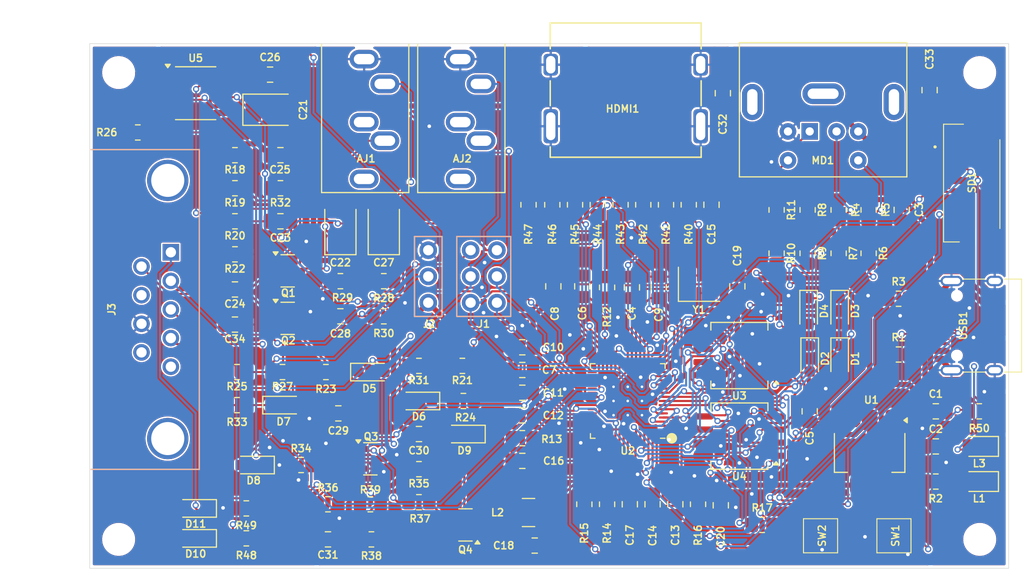
<source format=kicad_pcb>
(kicad_pcb (version 20240108) (generator "pcbnew") (generator_version "8.0")
  (title_block (title "Valera-2350A") (date "2025-01-30") (rev "1.0") (company "Mikhail Matveev") (comment 1 "https://github.com/xtremespb/frank"))
  (layers (0 "F.Cu" signal) (31 "B.Cu" signal) (34 "B.Paste" user) (35 "F.Paste" user) (36 "B.SilkS" user "B.Silkscreen") (37 "F.SilkS" user "F.Silkscreen") (38 "B.Mask" user) (39 "F.Mask" user) (44 "Edge.Cuts" user))
  (net 0 "")
  (net 1 "GND")
  (net 3 "/Audio Out/L")
  (net 5 "+3V3")
  (net 7 "VBUS")
  (net 8 "/RP2350A/XIN")
  (net 9 "/Audio Out/R")
  (net 10 "Net-(C5-Pad1)")
  (net 11 "/RP2350A/VREG_AVDD")
  (net 12 "Net-(U2-VREG_FB)")
  (net 13 "/Audio Out/+5VA")
  (net 14 "Net-(C15-Pad1)")
  (net 15 "Net-(Q1-C)")
  (net 16 "Net-(D5-A)")
  (net 17 "Net-(D5-K)")
  (net 18 "/RIGHT_OUT")
  (net 19 "Net-(Q2-C)")
  (net 20 "Net-(Q2-B)")
  (net 21 "/LEFT_OUT")
  (net 22 "Net-(D7-K)")
  (net 23 "Net-(C31-Pad2)")
  (net 24 "/Gamepad/+5V")
  (net 25 "/GPIO0")
  (net 26 "/GPIO1")
  (net 27 "/GPIO2")
  (net 28 "/GPIO3")
  (net 29 "Net-(Q1-B)")
  (net 30 "/LOAD_IN_D")
  (net 31 "Net-(D6-K)")
  (net 32 "Net-(D7-A)")
  (net 33 "Net-(D8-K)")
  (net 34 "Net-(D9-A)")
  (net 35 "Net-(D9-K)")
  (net 36 "/GPIO26")
  (net 37 "Net-(L1-A)")
  (net 38 "/GPIO27")
  (net 39 "/GPIO10")
  (net 40 "/D+")
  (net 41 "/D-")
  (net 42 "/GPIO11")
  (net 43 "/GPIO22")
  (net 44 "/PWM_EN")
  (net 45 "Net-(USB1-CC1)")
  (net 46 "Net-(USB1-CC2)")
  (net 47 "/GPIO21")
  (net 48 "/GPIO20")
  (net 49 "/Gamepad/J2_DATA")
  (net 50 "/Gamepad/J1_DATA")
  (net 51 "Net-(HDMI1-D0N)")
  (net 52 "Net-(HDMI1-D2N)")
  (net 53 "/RP2350A/VREG_LX")
  (net 54 "/RUN")
  (net 55 "/PS2/PS{slash}2 CLK")
  (net 56 "Net-(HDMI1-CLKN)")
  (net 57 "Net-(MD1-Pad2)")
  (net 58 "/PS2/PS{slash}2 DATA")
  (net 59 "Net-(MD1-Pad6)")
  (net 60 "Net-(HDMI1-D0P)")
  (net 61 "/RP2350A/QSPI_SD2")
  (net 62 "/RP2350A/QSPI_SD0")
  (net 63 "/GPIO8")
  (net 64 "/RP2350A/QSPI_SD1")
  (net 67 "/RP2350A/QSPI_SD3")
  (net 68 "Net-(HDMI1-D1N)")
  (net 69 "Net-(HDMI1-D2P)")
  (net 70 "/RP2350A/QSPI_SCLK")
  (net 71 "Net-(HDMI1-CLKP)")
  (net 72 "Net-(Q3-B)")
  (net 73 "/RP2350A/XOUT")
  (net 74 "Net-(HDMI1-D1P)")
  (net 80 "Net-(U2-USB_DP)")
  (net 81 "Net-(U2-USB_DM)")
  (net 82 "/RP2350A/QSPI_SS")
  (net 83 "/RP2350A/~{USB_BOOT}")
  (net 84 "/RP2350A/FLASH_SS")
  (net 85 "/GPIO9")
  (net 86 "/GPIO12")
  (net 87 "/GPIO13")
  (net 88 "/GPIO14")
  (net 89 "/GPIO15")
  (net 90 "/GPIO16")
  (net 91 "/GPIO17")
  (net 92 "/GPIO18")
  (net 93 "/GPIO19")
  (net 94 "/SD Card/DET")
  (net 95 "/SD Card/DAT1")
  (net 96 "/SD Card/POL")
  (net 97 "/GPIO5")
  (net 98 "/GPIO7")
  (net 99 "/GPIO4")
  (net 102 "/SD Card/DAT2")
  (net 103 "/GPIO6")
  (net 104 "/RP2350A/SWD")
  (net 105 "/RP2350A/GPIO26")
  (net 106 "/RP2350A/GPIO28")
  (net 107 "/RP2350A/GPIO23")
  (net 108 "/RP2350A/SWCLK")
  (net 109 "/RP2350A/GPIO29")
  (net 110 "/RP2350A/GPIO24")
  (net 111 "Net-(U5-FLT)")
  (net 115 "Net-(U5-A_RIGHT)")
  (net 116 "Net-(U5-A_LEFT)")
  (net 117 "Net-(L3-A)")
  (net 118 "GPIO25")
  (footprint "FRANK:MiniDIN (6 Pin, female)" (layer "F.Cu") (at 198.6 72.7 180)
    (property "Reference" "MD1")
    (property "Value" "Mini-DIN-6" (hide yes))
  )
  (footprint "FRANK:Mounting Hole (2.7mm)" (layer "F.Cu") (at 131.75 67)
    (property "Reference" "H1" (hide yes))
    (property "Value" "MountingHole" (hide yes))
  )
  (footprint "FRANK:Mounting Hole (2.7mm)" (layer "F.Cu") (at 215.05 112.2)
    (property "Reference" "H4" (hide yes))
    (property "Value" "MountingHole" (hide yes))
  )
  (footprint "FRANK:Resistor (0805)" (layer "F.Cu") (at 143.2 99.2 180)
    (property "Reference" "R33")
    (property "Value" "100" (hide yes))
  )
  (footprint "FRANK:Capacitor (0805)" (layer "F.Cu") (at 181.2 108.8 -90)
    (property "Reference" "C17")
    (property "Value" "4.7u" (hide yes))
  )
  (footprint "FRANK:Capacitor (0805)" (layer "F.Cu") (at 147.4 81.4)
    (property "Reference" "C23")
    (property "Value" "1u" (hide yes))
  )
  (footprint "FRANK:Resistor (0805)" (layer "F.Cu") (at 173.7 79.8 -90)
    (property "Reference" "R46")
    (property "Value" "270R" (hide yes))
  )
  (footprint "FRANK:Resistor (0805)" (layer "F.Cu") (at 186.9 79.8 -90)
    (property "Reference" "R40")
    (property "Value" "270R" (hide yes))
  )
  (footprint "FRANK:Pin Header (2x03)" (layer "F.Cu") (at 165.8 84.2)
    (property "Reference" "J1")
    (property "Value" "Audio Jumpers" (hide yes))
  )
  (footprint "FRANK:SOIC-8" (layer "F.Cu") (at 191.8 94.4 180)
    (property "Reference" "U3")
    (property "Value" "ESP-PSRAM32" (hide yes))
  )
  (footprint "FRANK:Button (SMD, 3x3mm, 1-1)" (layer "F.Cu") (at 205.1 110.2)
    (property "Reference" "SW1")
    (property "Value" "Reset" (hide yes))
  )
  (footprint "FRANK:Resistor (0805)" (layer "F.Cu") (at 207.2 88.9)
    (property "Reference" "R3")
    (property "Value" "5.1K" (hide yes))
  )
  (footprint "FRANK:SOIC-8" (layer "F.Cu") (at 191.8 102.2 180)
    (property "Reference" "U4")
    (property "Value" "W25Q128JVSQ" (hide yes))
  )
  (footprint "FRANK:Resistor (0805)" (layer "F.Cu") (at 184.7 79.8 -90)
    (property "Reference" "R41")
    (property "Value" "270R" (hide yes))
  )
  (footprint "FRANK:Resistor (0805)" (layer "F.Cu") (at 147.6 96)
    (property "Reference" "R27")
    (property "Value" "200R" (hide yes))
  )
  (footprint "FRANK:Diode (SOD-323)" (layer "F.Cu") (at 160.8 98.8 180)
    (property "Reference" "D6")
    (property "Value" "1N4148" (hide yes))
  )
  (footprint "FRANK:Resistor (0805)" (layer "F.Cu") (at 210.8 106.6 180)
    (property "Reference" "R2")
    (property "Value" "1K" (hide yes))
  )
  (footprint "FRANK:SOT-223" (layer "F.Cu") (at 204.4 103.8 -90)
    (property "Reference" "U1")
    (property "Value" "NCP1117 3.3" (hide yes))
  )
  (footprint "FRANK:Resistor (0805)" (layer "F.Cu") (at 157.4 87.2 180)
    (property "Reference" "R28")
    (property "Value" "1K" (hide yes))
  )
  (footprint "FRANK:Capacitor (0805)" (layer "F.Cu") (at 190 108.9 -90)
    (property "Reference" "C20")
    (property "Value" "100n" (hide yes))
  )
  (footprint "FRANK:Resistor (0805)" (layer "F.Cu") (at 156.2 112.2)
    (property "Reference" "R38")
    (property "Value" "10K" (hide yes))
  )
  (footprint "FRANK:Resistor (0805)" (layer "F.Cu") (at 160.8 105.4)
    (property "Reference" "R35")
    (property "Value" "10K" (hide yes))
  )
  (footprint "FRANK:Resistor (0805)" (layer "F.Cu") (at 143 84.6)
    (property "Reference" "R22")
    (property "Value" "1K" (hide yes))
  )
  (footprint "FRANK:Capacitor (0805)" (layer "F.Cu") (at 143 88)
    (property "Reference" "C24")
    (property "Value" "100n" (hide yes))
  )
  (footprint "FRANK:Resistor (0805)" (layer "F.Cu") (at 151.8 96 180)
    (property "Reference" "R23")
    (property "Value" "100R" (hide yes))
  )
  (footprint "FRANK:Diode (SOD-323)" (layer "F.Cu") (at 165.2 102 180)
    (property "Reference" "D9")
    (property "Value" "1N4148" (hide yes))
  )
  (footprint "FRANK:Capacitor (3528, tantalum, polar)" (layer "F.Cu") (at 146.4 70.6)
    (property "Reference" "C21")
    (property "Value" "10u" (hide yes))
  )
  (footprint "FRANK:Resistor (0805)" (layer "F.Cu") (at 175.9 79.8 -90)
    (property "Reference" "R45")
    (property "Value" "270R" (hide yes))
  )
  (footprint "FRANK:Diode (SOD-323)" (layer "F.Cu") (at 198.5 90.1 -90)
    (property "Reference" "D4")
    (property "Value" "3V3" (hide yes))
  )
  (footprint "FRANK:Resistor (0805)" (layer "F.Cu") (at 215 99.8 180)
    (property "Reference" "R50")
    (property "Value" "1K" (hide yes))
  )
  (footprint "FRANK:Capacitor (0805)" (layer "F.Cu") (at 143 91.4)
    (property "Reference" "C34")
    (property "Value" "100n" (hide yes))
  )
  (footprint "FRANK:MicroSD (SMD, short)" (layer "F.Cu") (at 214.3 77.7 90)
    (property "Reference" "SD1")
    (property "Value" "47571-0001" (hide yes))
  )
  (footprint "FRANK:Capacitor (0805)" (layer "F.Cu") (at 170.8 104.6 180)
    (property "Reference" "C16")
    (property "Value" "4.7u" (hide yes))
  )
  (footprint "FRANK:Resistor (0805)" (layer "F.Cu") (at 143.2 96)
    (property "Reference" "R25")
    (property "Value" "200R" (hide yes))
  )
  (footprint "FRANK:Resistor (0805)" (layer "F.Cu") (at 171.4 79.8 -90)
    (property "Reference" "R47")
    (property "Value" "270R" (hide yes))
  )
  (footprint "FRANK:Resistor (0805)" (layer "F.Cu") (at 170.8 102.4)
    (property "Reference" "R13")
    (property "Value" "33R" (hide yes))
  )
  (footprint "FRANK:Resistor (0805)" (layer "F.Cu") (at 133.6 72.8 180)
    (property "Reference" "R26")
    (property "Value" "10R" (hide yes))
  )
  (footprint "FRANK:Button (SMD, 3x3mm, 1-1)" (layer "F.Cu") (at 198 110.2)
    (property "Reference" "SW2")
    (property "Value" "Boot" (hide yes))
  )
  (footprint "FRANK:Capacitor (0805)" (layer "F.Cu") (at 146.4 67.2)
    (property "Reference" "C26")
    (property "Value" "1u" (hide yes))
  )
  (footprint "FRANK:Resistor (0805)" (layer "F.Cu") (at 144.1 109.2 180)
    (property "Reference" "R49")
    (property "Value" "1K" (hide yes))
  )
  (footprint "FRANK:Resistor (0805)" (layer "F.Cu") (at 147.4 78.2)
    (property "Reference" "R32")
    (property "Value" "1K" (hide yes))
  )
  (footprint "FRANK:Resistor (0805)" (layer "F.Cu") (at 204.3 80.3 -90)
    (property "Reference" "R5")
    (property "Value" "1K" (hide yes))
  )
  (footprint "FRANK:Resistor (0805)" (layer "F.Cu") (at 179 108.8 90)
    (property "Reference" "R14")
    (property "Value" "27R" (hide yes))
  )
  (footprint "FRANK:Resistor (0805)" (layer "F.Cu") (at 194 110.8)
    (property "Reference" "R17")
    (property "Value" "0R" (hide yes))
  )
  (footprint "FRANK:SOT-23" (layer "F.Cu") (at 165.3 110.8 180)
    (property "Reference" "Q4")
    (property "Value" "BC850" (hide yes))
  )
  (footprint "FRANK:Resistor (0805)" (layer "F.Cu") (at 198.4 80.3 -90)
    (property "Reference" "R8")
    (property "Value" "1K" (hide yes))
  )
  (footprint "FRANK:D-SUB (9 pin, male, top mount)" (layer "F.Cu") (at 136.8 84.4 -90)
    (property "Reference" "J3")
    (property "Value" "Gamepad")
  )
  (footprint "FRANK:QFN 60 (RP2350A)" (layer "F.Cu") (at 181 98.8 180)
    (property "Reference" "U2")
    (property "Value" "RP2350A" (hide yes))
  )
  (footprint "FRANK:Capacitor (0805)" (layer "F.Cu") (at 170.8 93.6 180)
    (property "Reference" "C10")
    (property "Value" "100n" (hide yes))
  )
  (footprint "FRANK:LED (0805)" (layer "F.Cu") (at 215 106.6 180)
    (property "Reference" "L1")
    (property "Value" "Green" (hide yes))
  )
  (footprint "FRANK:Diode (SOD-323)" (layer "F.Cu") (at 156.2 96)
    (property "Reference" "D5")
    (property "Value" "1N4148" (hide yes))
  )
  (footprint "FRANK:Resistor (0805)" (layer "F.Cu") (at 195.4 84.5 -90)
    (property "Reference" "R10")
    (property "Value" "100R" (hide yes))
  )
  (footprint "FRANK:Capacitor (0805)" (layer "F.Cu") (at 210.8 103.2)
    (property "Reference" "C2")
    (property "Value" "10u" (hide yes))
  )
  (footprint "FRANK:SO-8" (layer "F.Cu") (at 139.2 69)
    (property "Reference" "U5")
    (property "Value" "TDA1387T" (hide yes))
  )
  (footprint "FRANK:Capacitor (0805)" (layer "F.Cu") (at 183.4 108.8 -90)
    (property "Reference" "C14")
    (property "Value" "100n" (hide yes))
  )
  (footprint "FRANK:Capacitor (0805)" (layer "F.Cu") (at 198.6 99.8 -90)
    (property "Reference" "C5")
    (property "Value" "100n" (hide yes))
  )
  (footprint "FRANK:Capacitor (0805)" (layer "F.Cu") (at 170.8 100.2 180)
    (property "Reference" "C12")
    (property "Value" "100n" (hide yes))
  )
  (footprint "FRANK:Capacitor (0805)" (layer "F.Cu") (at 153.2 90.6 180)
    (property "Reference" "C28")
    (property "Value" "1u" (hide yes))
  )
  (footprint "FRANK:Resistor (0805)" (layer "F.Cu") (at 156.1 108.8 180)
    (property "Reference" "R39")
    (property "Value" "100R" (hide yes))
  )
  (footprint "FRANK:Resistor (0805)" (layer "F.Cu") (at 157.4 90.6 180)
    (property "Reference" "R30")
    (property "Value" "20K" (hide yes))
  )
  (footprint "FRANK:Capacitor (0805)" (layer "F.Cu") (at 176.6 87.7 90)
    (property "Reference" "C6")
    (property "Value" "4.7u" (hide yes))
  )
  (footprint "FRANK:Resistor (0805)" (layer "F.Cu") (at 187.8 108.8 -90)
    (property "Reference" "R16")
    (property "Value" "1K" (hide yes))
  )
  (footprint "FRANK:Resistor (0805)" (layer "F.Cu") (at 180.3 79.8 -90)
    (property "Reference" "R43")
    (property "Value" "270R" (hide yes))
  )
  (footprint "FRANK:Capacitor (0805)" (layer "F.Cu") (at 185.6 108.8 -90)
    (property "Reference" "C13")
    (property "Value" "100n" (hide yes))
  )
  (footprint "FRANK:Diode (SOD-323)" (layer "F.Cu") (at 144.8 105 180)
    (property "Reference" "D8")
    (property "Value" "1N4148" (hide yes))
  )
  (footprint "FRANK:Capacitor (0805)" (layer "F.Cu") (at 170.8 98 180)
    (property "Reference" "C11")
    (property "Value" "100n" (hide yes))
  )
  (footprint "FRANK:Resistor (0805)" (layer "F.Cu") (at 201.4 84.5 -90)
    (property "Reference" "R7")
    (property "Value" "100R" (hide yes))
  )
  (footprint "FRANK:Capacitor (0805)" (layer "F.Cu") (at 160.8 102)
    (property "Reference" "C30")
    (property "Value" "100n" (hide yes))
  )
  (footprint "FRANK:Resistor (0805)" (layer "F.Cu") (at 149.4 105 180)
    (property "Reference" "R34")
    (property "Value" "200R" (hide yes))
  )
  (footprint "FRANK:Resistor (0805)" (layer "F.Cu") (at 207.2 94.3)
    (property "Reference" "R1")
    (property "Value" "5.1K" (hide yes))
  )
  (footprint "FRANK:Jack (3.5mm)" (layer "F.Cu") (at 155.5 65.7)
    (property "Reference" "AJ1")
    (property "Value" "Audio OUT" (hide yes))
  )
  (footprint "FRANK:Capacitor (0805)" (layer "F.Cu") (at 147.4 75)
    (property "Reference" "C25")
    (property "Value" "100n" (hide yes))
  )
  (footprint "FRANK:Mounting Hole (2.7mm)" (layer "F.Cu") (at 131.75 112.2)
    (property "Reference" "H3" (hide yes))
    (property "Value" "MountingHole" (hide yes))
  )
  (footprint "FRANK:Mounting Hole (2.7mm)" (layer "F.Cu") (at 215.05 67)
    (property "Reference" "H2" (hide yes))
    (property "Value" "MountingHole" (hide yes))
  )
  (footprint "FRANK:HDMI (female)" (layer "F.Cu") (at 180.8 72.2 180)
    (property "Reference" "HDMI1")
    (property "Value" "HDMI Female" (hide yes))
  )
  (footprint "FRANK:Resistor (0805)" (layer "F.Cu") (at 153.2 87.2)
    (property "Reference" "R29")
    (property "Value" "100K" (hide yes))
  )
  (footprint "FRANK:SOT-23" (layer "F.Cu") (at 148.1 90.8)
    (property "Reference" "Q2")
    (property "Value" "BC850" (hide yes))
  )
  (footprint "FRANK:Resistor (0805)" (layer "F.Cu") (at 144.1 112.1 180)
    (property "Reference" "R48")
    (property "Value" "1K" (hide yes))
  )
  (footprint "FRANK:Capacitor (3528, tantalum, polar)" (layer "F.Cu") (at 153.2 82 90)
    (property "Reference" "C22")
    (property "Value" "10u" (hide yes))
  )
  (footprint "FRANK:Capacitor (0805)" (layer "F.Cu") (at 181.4 87.8 90)
    (property "Reference" "C4")
    (property "Value" "15p" (hide yes))
  )
  (footprint "FRANK:Capacitor (0805)" (layer "F.Cu") (at 172 112.8 180)
    (property "Reference" "C18")
    (property "Value" "4.7u" (hide yes))
  )
  (footprint "FRANK:Capacitor (0805)" (layer "F.Cu") (at 190.2 69 90)
    (property "Reference" "C32")
    (property "Value" "100n" (hide yes))
  )
  (footprint "FRANK:Capacitor (3528, tantalum, polar)" (layer "F.Cu") (at 157.4 82 90)
    (property "Reference" "C27")
    (property "Value" "10u" (hide yes))
  )
  (footprint "FRANK:Capacitor (0805)" (layer "F.Cu") (at 189.1 79.8 90)
    (property "Reference" "C15")
    (property "Value" "15p" (hide yes))
  )
  (footprint "FRANK:Diode (SOD-323)" (layer "F.Cu") (at 147.7 99.2)
    (property "Reference" "D7")
    (property "Value" "1N4148" (hide yes))
  )
  (footprint "FRANK:Inductor (3225)" (layer "F.Cu") (at 171.4 109.6 180)
    (property "Reference" "L2")
    (property "Value" "3.3u" (hide yes))
  )
  (footprint "FRANK:Resistor (0805)" (layer "F.Cu") (at 176.8 108.8 90)
    (property "Reference" "R15")
    (property "Value" "27R" (hide yes))
  )
  (footprint "FRANK:Resistor (0805)" (layer "F.Cu") (at 160.8 108.6 180)
    (property "Reference" "R37")
    (property "Value" "10K" (hide yes))
  )
  (footprint "FRANK:Capacitor (0805)" (layer "F.Cu") (at 153 100 180)
    (property "Reference" "C29")
    (property "Value" "100n" (hide yes))
  )
  (footprint "FRANK:Resistor (0805)" (layer "F.Cu") (at 204.3 84.5 -90)
    (property "Reference" "R6")
    (property "Value" "100R" (hide yes))
  )
  (footprint "FRANK:Capacitor (0805)" (layer "F.Cu") (at 210.8 99.8)
    (property "Reference" "C1")
    (property "Value" "10u" (hide yes))
  )
  (footprint "FRANK:Capacitor (0805)" (layer "F.Cu") (at 184 87.8 90)
    (property "Reference" "C9")
    (property "Value" "100n" (hide yes))
  )
  (footprint "FRANK:SOT-23" (layer "F.Cu") (at 156.1 104.4)
    (property "Reference" "Q3")
    (property "Value" "BC850" (hide yes))
  )
  (footprint "FRANK:Resistor (0805)" (layer "F.Cu") (at 198.4 84.5 -90)
    (property "Reference" "R9")
    (property "Value" "100R" (hide yes))
  )
  (footprint "FRANK:Pin Header (1x03)" (layer "F.Cu") (at 161.7 84.2)
    (property "Reference" "J2")
    (property "Value" "PWM Jumper" (hide yes))
  )
  (footprint "FRANK:Resistor (0805)" (layer "F.Cu") (at 143 78.2)
    (property "Reference" "R19")
    (property "Value" "100K" (hide yes))
  )
  (footprint "FRANK:Resistor (0805)" (layer "F.Cu") (at 182.5 79.8 -90)
    (property "Reference" "R42")
    (property "Value" "270R" (hide yes))
  )
  (footprint "FRANK:USB Type C" (layer "F.Cu") (at 219.1 91.5 90)
    (property "Reference" "USB1")
    (property "Value" "USB Type C" (hide yes))
  )
  (footprint "FRANK:Resistor (0805)" (layer "F.Cu") (at 178.1 79.8 -90)
    (property "Reference" "R44")
    (property "Value" "270R" (hide yes))
  )
  (footprint "FRANK:Jack (3.5mm)" (layer "F.Cu") (at 164.8 65.7)
    (property "Reference" "AJ2")
    (property "Value" "Audio In" (hide yes))
  )
  (footprint "FRANK:Resistor (0805)" (layer "F.Cu") (at 201.4 80.3 -90)
    (property "Reference" "R4")
    (property "Value" "1K" (hide yes))
  )
  (footprint "FRANK:Capacitor (0805)" (layer "F.Cu") (at 173.8 87.7 90)
    (property "Reference" "C8")
    (property "Value" "100n" (hide yes))
  )
  (footprint "FRANK:Resistor (0805)" (layer "F.Cu") (at 165 95.4)
    (property "Reference" "R21")
    (property "Value" "51R" (hide yes))
  )
  (footprint "FRANK:Resistor (0805)" (layer "F.Cu") (at 179 87.8 90)
    (property "Reference" "R12")
    (property "Value" "1K" (hide yes))
  )
  (footprint "FRANK:Capacitor (0805)" (layer "F.Cu") (at 152 112.2)
    (property "Reference" "C31")
    (property "Value" "100n" (hide yes))
  )
  (footprint "FRANK:Diode (SOD-323)" (layer "F.Cu") (at 139.2 109.2 180)
    (property "Reference" "D11")
    (property "Value" "3V3" (hide yes))
  )
  (footprint "FRANK:Capacitor (0805)" (layer "F.Cu") (at 207.5 80.3 -90)
    (property "Reference" "C3")
    (property "Value" "10u" (hide yes))
  )
  (footprint "FRANK:Capacitor (0805)" (layer "F.Cu") (at 170.8 95.8 180)
    (property "Reference" "C7")
    (property "Value" "100n" (hide yes))
  )
  (footprint "FRANK:Diode (SOD-323)" (layer "F.Cu") (at 139.2 112.1 180)
    (property "Reference" "D10")
    (property "Value" "3V3" (hide yes))
  )
  (footprint "FRANK:Resistor (0805)" (layer "F.Cu") (at 143 81.4)
    (property "Reference" "R20")
    (property "Value" "20K" (hide yes))
  )
  (footprint "FRANK:Resistor (0805)" (layer "F.Cu") (at 152 108.8 180)
    (property "Reference" "R36")
    (property "Value" "1K" (hide yes))
  )
  (footprint "FRANK:Diode (SOD-323)" (layer "F.Cu") (at 201.5 94.7 -90)
    (property "Reference" "D1")
    (property "Value" "3V3" (hide yes))
  )
  (footprint "FRANK:Crystal (3225)" (layer "F.Cu") (at 187.9 87.5)
    (property "Reference" "Y1")
    (property "Value" "ABM8-272-T3" (hide yes))
  )
  (footprint "FRANK:SOT-23" (layer "F.Cu") (at 148.1 86.2)
    (property "Reference" "Q1")
    (property "Value" "BC850" (hide yes))
  )
  (footprint "FRANK:Capacitor (0805)" (layer "F.Cu") (at 191.6 87.7 90)
    (property "Reference" "C19")
    (property "Value" "100n" (hide yes))
  )
  (footprint "FRANK:Resistor (0805)" (layer "F.Cu") (at 160.8 95.4)
    (property "Reference" "R31")
    (property "Value" "51R" (hide yes))
  )
  (footprint "FRANK:LED (0805)" (layer "F.Cu") (at 215 103.2 180)
    (property "Reference" "L3")
    (property "Value" "Blue" (hide yes))
  )
  (footprint "FRANK:Capacitor (0805)" (layer "F.Cu") (at 210.2 68.7 -90)
    (property "Reference" "C33")
    (property "Value" "100n" (hide yes))
  )
  (footprint "FRANK:Diode (SOD-323)" (layer "F.Cu") (at 201.5 90.1 -90)
    (property "Reference" "D3")
    (property "Value" "3V3" (hide yes))
  )
  (footprint "FRANK:Resistor (0805)" (layer "F.Cu") (at 195.4 80.3 -90)
    (property "Reference" "R11")
    (property "Value" "1k" (hide yes))
  )
  (footprint "FRANK:Diode (SOD-323)" (layer "F.Cu") (at 198.6 94.7 -90)
    (property "Reference" "D2")
    (property "Value" "3V3" (hide yes))
  )
  (footprint "FRANK:Resistor (0805)" (layer "F.Cu") (at 143 75)
    (property "Reference" "R18")
    (property "Value" "1K" (hide yes))
  )
  (footprint "FRANK:Resistor (0805)" (layer "F.Cu") (at 165.1 98.8)
    (property "Reference" "R24")
    (property "Value" "200R" (hide yes))
  )
  (gr_line (start 217.85 115) (end 128.954 115) (stroke (width 0.05)) (layer "Edge.Cuts"))
  (gr_line (start 217.85 64.2) (end 217.85 115) (stroke (width 0.05)) (layer "Edge.Cuts"))
  (gr_line (start 128.954 64.193) (end 128.954 115) (stroke (width 0.05)) (layer "Edge.Cuts"))
  (gr_line (start 128.95 64.2) (end 217.85 64.2) (stroke (width 0.05)) (layer "Edge.Cuts"))
  (segment (start 211.405 94.905) (end 212.32 95.82) (width 0.5) (layer "F.Cu") (net 1))
  (segment (start 211.405 88.275) (end 211.405 88.095) (width 0.5) (layer "F.Cu") (net 1))
  (segment (start 211.405 94.725) (end 211.405 94.905) (width 0.5) (layer "F.Cu") (net 1))
  (segment (start 211.405 88.095) (end 212.32 87.18) (width 0.5) (layer "F.Cu") (net 1))
  (via (at 178.808372 96.52893) (size 0.6) (drill 0.35) (layers "F.Cu" "B.Cu") (net 1))
  (via (at 185.2 105.7) (size 0.6) (drill 0.35) (layers "F.Cu" "B.Cu") (net 1))
  (via (at 193 107.8) (size 0.6) (drill 0.35) (layers "F.Cu" "B.Cu") (net 1))
  (via (at 211.8 104.75) (size 0.6) (drill 0.35) (layers "F.Cu" "B.Cu") (net 1))
  (via (at 149.9 83.35) (size 0.6) (drill 0.35) (layers "F.Cu" "B.Cu") (net 1))
  (via (at 194.9 106.15) (size 0.6) (drill 0.35) (layers "F.Cu" "B.Cu") (net 1))
  (via (at 194.05 88.45) (size 0.6) (drill 0.35) (layers "F.Cu" "B.Cu") (net 1))
  (via (at 181.35 83) (size 0.6) (drill 0.35) (layers "F.Cu" "B.Cu") (net 1))
  (via (at 178.8 99.8) (size 0.6) (drill 0.35) (layers "F.Cu" "B.Cu") (net 1))
  (via (at 161.8 72.2) (size 0.6) (drill 0.35) (layers "F.Cu" "B.Cu") (net 1))
  (via (at 175.4 92.4) (size 0.6) (drill 0.35) (layers "F.Cu" "B.Cu") (net 1))
  (via (at 204.25 88.6) (size 0.6) (drill 0.35) (layers "F.Cu" "B.Cu") (net 1))
  (via (at 186.65 101.45) (size 0.6) (drill 0.35) (layers "F.Cu" "B.Cu") (net 1))
  (via (at 196.55 88.6) (size 0.6) (drill 0.35) (layers "F.Cu" "B.Cu") (net 1))
  (via (at 176.45 102.85) (size 0.6) (drill 0.35) (layers "F.Cu" "B.Cu") (net 1))
  (via (at 146.35 103.3) (size 0.6) (drill 0.35) (layers "F.Cu" "B.Cu") (net 1))
  (via (at 150.3 90.15) (size 0.6) (drill 0.35) (layers "F.Cu" "B.Cu") (net 1))
  (via (at 207.35 90.55) (size 0.6) (drill 0.35) (layers "F.Cu" "B.Cu") (net 1))
  (via (at 182.9 91.15) (size 0.6) (drill 0.35) (layers "F.Cu" "B.Cu") (net 1))
  (via (at 209.5 101.45) (size 0.6) (drill 0.35) (layers "F.Cu" "B.Cu") (net 1))
  (via (at 147.3 105) (size 0.6) (drill 0.35) (layers "F.Cu" "B.Cu") (net 1))
  (via (at 193.7 100.55) (size 0.6) (drill 0.35) (layers "F.Cu" "B.Cu") (net 1))
  (via (at 157.4 105.65) (size 0.6) (drill 0.35) (layers "F.Cu" "B.Cu") (net 1))
  (via (at 189.3 97.25) (size 0.6) (drill 0.35) (layers "F.Cu" "B.Cu") (net 1))
  (via (at 193.75 95.2) (size 0.6) (drill 0.35) (layers "F.Cu" "B.Cu") (net 1))
  (via (at 198.35 104.4) (size 0.6) (drill 0.35) (layers "F.Cu" "B.Cu") (net 1))
  (via (at 179.9 92.5) (size 0.6) (drill 0.35) (layers "F.Cu" "B.Cu") (net 1))
  (via (at 179.4 105.6) (size 0.6) (drill 0.35) (layers "F.Cu" "B.Cu") (net 1))
  (via (at 215.5 97.9) (size 0.6) (drill 0.35) (layers "F.Cu" "B.Cu") (net 1))
  (via (at 192.45 102.55) (size 0.6) (drill 0.35) (layers "F.Cu" "B.Cu") (net 1))
  (via (at 189.7 95.65) (size 0.6) (drill 0.35) (layers "F.Cu" "B.Cu") (net 1))
  (via (at 158.65 104) (size 0.6) (drill 0.35) (layers "F.Cu" "B.Cu") (net 1))
  (via (at 191.8 104.8) (size 0.6) (drill 0.35) (layers "F.Cu" "B.Cu") (net 1))
  (via (at 181.95 105.9) (size 0.6) (drill 0.35) (layers "F.Cu" "B.Cu") (net 1))
  (via (at 176.7 93.75) (size 0.6) (drill 0.35) (layers "F.Cu" "B.Cu") (net 1))
  (via (at 180.05 90.7) (size 0.6) (drill 0.35) (layers "F.Cu" "B.Cu") (net 1))
  (via (at 166.9 87.8) (size 0.6) (drill 0.35) (layers "F.Cu" "B.Cu") (net 1))
  (via (at 193.5 104.25) (size 0.6) (drill 0.35) (layers "F.Cu" "B.Cu") (net 1))
  (via (at 190.85 94.5) (size 0.6) (drill 0.35) (layers "F.Cu" "B.Cu") (net 1))
  (via (at 174.9 97.65) (size 0.6) (drill 0.35) (layers "F.Cu" "B.Cu") (net 1))
  (via (at 191.7 100) (size 0.6) (drill 0.35) (layers "F.Cu" "B.Cu") (net 1))
  (via (at 183.85 93.4) (size 0.6) (drill 0.35) (layers "F.Cu" "B.Cu") (net 1))
  (via (at 194.9 75.65) (size 0.6) (drill 0.35) (layers "F.Cu" "B.Cu") (net 1))
  (via (at 199.8 113.2) (size 0.6) (drill 0.35) (layers "F.Cu" "B.Cu") (net 1))
  (via (at 170.8 91.5) (size 0.6) (drill 0.35) (layers "F.Cu" "B.Cu") (net 1))
  (via (at 149.15 106.45) (size 0.6) (drill 0.35) (layers "F.Cu" "B.Cu") (net 1))
  (via (at 214.05 89.8) (size 0.6) (drill 0.35) (layers "F.Cu" "B.Cu") (net 1))
  (via (at 178.7 101.25) (size 0.6) (drill 0.35) (layers "F.Cu" "B.Cu") (net 1))
  (via (at 182.25 96.5) (size 0.6) (drill 0.35) (layers "F.Cu" "B.Cu") (net 1))
  (via (at 208.1 113.65) (size 0.6) (drill 0.35) (layers "F.Cu" "B.Cu") (net 1))
  (via (at 190 103.15) (size 0.6) (drill 0.35) (layers "F.Cu" "B.Cu") (net 1))
  (via (at 183.4 98.15) (size 0.6) (drill 0.35) (layers "F.Cu" "B.Cu") (net 1))
  (via (at 151.5 88.9) (size 0.6) (drill 0.35) (layers "F.Cu" "B.Cu") (net 1))
  (via (at 188.55 91.5) (size 0.6) (drill 0.35) (layers "F.Cu" "B.Cu") (net 1))
  (via (at 190.2 97.935195) (size 0.6) (drill 0.35) (layers "F.Cu" "B.Cu") (net 1))
  (via (at 187.45 106.05) (size 0.6) (drill 0.35) (layers "F.Cu" "B.Cu") (net 1))
  (via (at 151.8 102.9) (size 0.6) (drill 0.35) (layers "F.Cu" "B.Cu") (net 1))
  (via (at 178.25 103.5) (size 0.6) (drill 0.35) (layers "F.Cu" "B.Cu") (net 1))
  (via (at 200.15 97.6) (size 0.6) (drill 0.35) (layers "F.Cu" "B.Cu") (net 1))
  (via (at 174.35 100.95) (size 0.6) (drill 0.35) (layers "F.Cu" "B.Cu") (net 1))
  (via (at 214.45 92.65) (size 0.6) (drill 0.35) (layers "F.Cu" "B.Cu") (net 1))
  (via (at 191.45 109.1) (size 0.6) (drill 0.35) (layers "F.Cu" "B.Cu") (net 1))
  (via (at 147.65 102.65) (size 0.6) (drill 0.35) (layers "F.Cu" "B.Cu") (net 1))
  (via (at 167.15 85.4) (size 0.6) (drill 0.35) (layers "F.Cu" "B.Cu") (net 1))
  (via (at 191.85 96.35) (size 0.6) (drill 0.35) (layers "F.Cu" "B.Cu") (net 1))
  (via (at 190.75 90.7) (size 0.6) (drill 0.35) (layers "F.Cu" "B.Cu") (net 1))
  (via (at 193.9 90.15) (size 0.6) (drill 0.35) (layers "F.Cu" "B.Cu") (net 1))
  (via (at 185.65 94.95) (size 0.6) (drill 0.35) (layers "F.Cu" "B.Cu") (net 1))
  (via (at 168.3 92.55) (size 0.6) (drill 0.35) (layers "F.Cu" "B.Cu") (net 1))
  (via (at 180.6 101) (size 0.6) (drill 0.35) (layers "F.Cu" "B.Cu") (net 1))
  (via (at 141.85 109.15) (size 0.6) (drill 0.35) (layers "F.Cu" "B.Cu") (net 1))
  (via (at 159.45 89.3) (size 0.6) (drill 0.35) (layers "F.Cu" "B.Cu") (net 1))
  (via (at 189.6 106.5) (size 0.6) (drill 0.35) (layers "F.Cu" "B.Cu") (net 1))
  (via (at 193.05 92.3) (size 0.6) (drill 0.35) (layers "F.Cu" "B.Cu") (net 1))
  (via (at 203.95 111.95) (size 0.6) (drill 0.35) (layers "F.Cu" "B.Cu") (net 1))
  (via (at 167.05 90.25) (size 0.6) (drill 0.35) (layers "F.Cu" "B.Cu") (net 1))
  (via (at 153.1 110.15) (size 0.6) (drill 0.35) (layers "F.Cu" "B.Cu") (net 1))
  (via (at 185 102.55) (size 0.6) (drill 0.35) (layers "F.Cu" "B.Cu") (net 1))
  (via (at 150.2 100.5) (size 0.6) (drill 0.35) (layers "F.Cu" "B.Cu") (net 1))
  (segment (start 157.4 80.235) (end 160.035 77.6) (width 0.2) (layer "F.Cu") (net 3))
  (segment (start 157.4 80.375) (end 157.4 80.235) (width 0.2) (layer "F.Cu") (net 3))
  (via (at 160.035 77.6) (size 0.6) (drill 0.35) (layers "F.Cu" "B.Cu") (net 3))
  (segment (start 160.035 77.6) (end 160.035 68.9833) (width 0.2) (layer "B.Cu") (net 3))
  (segment (start 157.5 68.1) (end 159.1517 68.1) (width 0.2) (layer "B.Cu") (net 3))
  (segment (start 160.035 68.9833) (end 159.1517 68.1) (width 0.2) (layer "B.Cu") (net 3))
  (segment (start 171.949 93.6875) (end 171.912 93.6875) (width 0.2) (layer "F.Cu") (net 5))
  (segment (start 190.45 107.412) (end 190.45 106.255) (width 0.2) (layer "F.Cu") (net 5))
  (segment (start 201.403984 102.05) (end 203 102.05) (width 0.5) (layer "F.Cu") (net 5))
  (segment (start 176.875 98.57565) (end 176.875 97.55) (width 0.2) (layer "F.Cu") (net 5))
  (segment (start 185.162 90) (end 184 88.8375) (width 0.5) (layer "F.Cu") (net 5))
  (segment (start 215.3 96.1928) (end 215.3 94.4) (width 0.5) (layer "F.Cu") (net 5))
  (segment (start 154.8 107) (end 153 108.8) (width 0.5) (layer "F.Cu") (net 5))
  (segment (start 176.008425 97.55) (end 172.836525 94.3781) (width 0.2) (layer "F.Cu") (net 5))
  (segment (start 159.8 105.4) (end 158.2 107) (width 0.5) (layer "F.Cu") (net 5))
  (segment (start 186.2 104.2463) (end 188.1587 104.2463) (width 0.2) (layer "F.Cu") (net 5))
  (segment (start 190 107.862) (end 190.45 107.412) (width 0.2) (layer "F.Cu") (net 5))
  (segment (start 211.2 113.243) (end 211.2 110) (width 0.5) (layer "F.Cu") (net 5))
  (segment (start 171.838 98) (end 171.838 100.2) (width 0.2) (layer "F.Cu") (net 5))
  (segment (start 153 108.8) (end 151.9 109.9) (width 0.5) (layer "F.Cu") (net 5))
  (segment (start 204.4 106.95) (end 208.15 103.2) (width 0.5) (layer "F.Cu") (net 5))
  (segment (start 171 97.1625) (end 171 94.4375) (width 0.2) (layer "F.Cu") (net 5))
  (segment (start 165.142893 91.35) (end 165.219693 91.2732) (width 0.5) (layer "F.Cu") (net 5))
  (segment (start 158.2 107) (end 154.8 107) (width 0.5) (layer "F.Cu") (net 5))
  (segment (start 200.965 86.8888) (end 204.4 90.3238) (width 0.5) (layer "F.Cu") (net 5))
  (segment (start 209.7625 103.2) (end 209.762 103.2) (width 0.2) (layer "F.Cu") (net 5))
  (segment (start 204.4 90.3238) (end 204.4 95.8808) (width 0.5) (layer "F.Cu") (net 5))
  (segment (start 181.2 107.762) (end 183.4 107.762) (width 0.2) (layer "F.Cu") (net 5))
  (segment (start 186.1122 96.3888) (end 186.1122 95.805882) (width 0.2) (layer "F.Cu") (net 5))
  (segment (start 177.5625 98.8) (end 177.09935 98.8) (width 0.2) (layer "F.Cu") (net 5))
  (segment (start 173.8 88.7375) (end 173.8 89.297874) (width 0.2) (layer "F.Cu") (net 5))
  (segment (start 190 107.8625) (end 190 107.862) (width 0.2) (layer "F.Cu") (net 5))
  (segment (start 181.4 102.238) (end 181.4 106.2) (width 0.2) (layer "F.Cu") (net 5))
  (segment (start 184.438 101.6) (end 184.4375 101.6) (width 0.2) (layer "F.Cu") (net 5))
  (segment (start 174.927126 100.4419) (end 176.34125 100.4419) (width 0.2) (layer "F.Cu") (net 5))
  (segment (start 193.93265 86.8888) (end 200.965 86.8888) (width 0.5) (layer "F.Cu") (net 5))
  (segment (start 186.05 95.743682) (end 186.05 95.327818) (width 0.2) (layer "F.Cu") (net 5))
  (segment (start 213.8 77.4) (end 212.91 77.4) (width 0.5) (layer "F.Cu") (net 5))
  (segment (start 189.410075 96.305) (end 189.755076 96.65) (width 0.5) (layer "F.Cu") (net 5))
  (segment (start 186.05 95.327818) (end 186.2 95.177818) (width 0.2) (layer "F.Cu") (net 5))
  (segment (start 190.45 106.255) (end 188.3 104.105) (width 0.2) (layer "F.Cu") (net 5))
  (segment (start 180.776 101.55) (end 181 101.774) (width 0.2) (layer "F.Cu") (net 5))
  (segment (start 193.73255 87.0889) (end 193.93265 86.8888) (width 0.5) (layer "F.Cu") (net 5))
  (segment (start 182.962 107.762) (end 183.4 107.762) (width 0.2) (layer "F.Cu") (net 5))
  (segment (start 158.35 100.588) (end 159.762 102) (width 0.5) (layer "F.Cu") (net 5))
  (segment (start 181.4 106.2) (end 182.962 107.762) (width 0.2) (layer "F.Cu") (net 5))
  (segment (start 217.3 92.4) (end 217.3 89.5528) (width 0.5) (layer "F.Cu") (net 5))
  (segment (start 183.162 88.8375) (end 182.2 89.8) (width 0.2) (layer "F.Cu") (net 5))
  (segment (start 173.367626 98.8824) (end 174.927126 100.4419) (width 0.2) (layer "F.Cu") (net 5))
  (segment (start 191.6 95.115076) (end 191.6 88.7375) (width 0.5) (layer "F.Cu") (net 5))
  (segment (start 149.975 111.425) (end 149.975 113.218) (width 0.5) (layer "F.Cu") (net 5))
  (segment (start 163.77 91.35) (end 165.142893 91.35) (width 0.5) (layer "F.Cu") (net 5))
  (segment (start 184.588 108.95) (end 183.4 107.762) (width 0.2) (layer "F.Cu") (net 5))
  (segment (start 211.162 101.8) (end 217.3 101.8) (width 0.5) (layer "F.Cu") (net 5))
  (segment (start 209.6 106.6) (end 209.25 106.95) (width 0.5) (layer "F.Cu") (net 5))
  (segment (start 217.3 98.1928) (end 215.3 96.1928) (width 0.5) (layer "F.Cu") (net 5))
  (segment (start 186.2 104.2463) (end 186.2 102.6) (width 0.2) (layer "F.Cu") (net 5))
  (segment (start 158.35 92.63) (end 158.35 100.588) (width 0.5) (layer "F.Cu") (net 5))
  (segment (start 209.762 103.2) (end 211.162 101.8) (width 0.5) (layer "F.Cu") (net 5))
  (segment (start 173.8 89.297874) (end 178.2 93.697874) (width 0.2) (layer "F.Cu") (net 5))
  (segment (start 186.2 102.6) (end 185.2 101.6) (width 0.2) (layer "F.Cu") (net 5))
  (segment (start 172.7199 98.8824) (end 173.367626 98.8824) (width 0.2) (layer "F.Cu") (net 5))
  (segment (start 185.2 101.6) (end 184.438 101.6) (width 0.2) (layer "F.Cu") (net 5))
  (segment (start 185.1625 90) (end 184 88.8375) (width 0.2) (layer "F.Cu") (net 5))
  (segment (start 204.4 106.95) (end 204.4 100.65) (width 0.5) (layer "F.Cu") (net 5))
  (segment (start 171.838 100.2) (end 171.838 100.362) (width 0.2) (layer "F.Cu") (net 5))
  (segment (start 186.2 95.177818) (end 186.2 91.0375) (width 0.2) (layer "F.Cu") (net 5))
  (segment (start 203 102.05) (end 204.4 100.65) (width 0.5) (layer "F.Cu") (net 5))
  (segment (start 171.838 90.7675) (end 171.838 93.6) (width 0.5) (layer "F.Cu") (net 5))
  (segment (start 173.238 101.6) (end 171.838 100.2) (width 0.2) (layer "F.Cu") (net 5))
  (segment (start 200.95 101.596016) (end 201.403984 102.05) (width 0.5) (layer "F.Cu") (net 5))
  (segment (start 188.1587 104.2463) (end 188.3 104.105) (width 0.2) (layer "F.Cu") (net 5))
  (segment (start 191.6 88.7375) (end 193.2486 87.0889) (width 0.5) (layer "F.Cu") (net 5))
  (segment (start 159.762 102) (end 159.762 105.362) (width 0.5) (layer "F.Cu") (net 5))
  (segment (start 151.207 114.45) (end 209.993 114.45) (width 0.5) (layer "F.Cu") (net 5))
  (segment (start 177.562 101.6) (end 173.238 101.6) (width 0.2) (layer "F.Cu") (net 5))
  (segment (start 176.34125 100.4419) (end 177.09935 101.2) (width 0.2) (layer "F.Cu") (net 5))
  (segment (start 171.838 100.362) (end 169.8 102.4) (width 0.2) (layer "F.Cu") (net 5))
  (segment (start 171.838 98) (end 171 97.1625) (width 0.2) (layer "F.Cu") (net 5))
  (segment (start 165.219693 91.2732) (end 169.26525 91.2732) (width 0.5) (layer "F.Cu") (net 5))
  (segment (start 184 88.8375) (end 183.162 88.8375) (width 0.2) (layer "F.Cu") (net 5))
  (segment (start 170.00845 90.53) (end 171.6 90.53) (width 0.5) (layer "F.Cu") (net 5))
  (segment (start 215 87.2528) (end 215 78.6) (width 0.5) (layer "F.Cu") (net 5))
  (segment (start 179.4 102.238) (end 179.4 102.2375) (width 0.2) (layer "F.Cu") (net 5))
  (segment (start 208.15 103.2) (end 209.762 103.2) (width 0.5) (layer "F.Cu") (net 5))
  (segment (start 149.975 113.218) (end 151.207 114.45) (width 0.5) (layer "F.Cu") (net 5))
  (segment (start 186.2 91.0375) (end 185.1625 90) (width 0.2) (layer "F.Cu") (net 5))
  (segment (start 209.8 106.6) (end 209.6 106.6) (width 0.5) (layer "F.Cu") (net 5))
  (segment (start 190.065076 96.65) (end 191.6 95.115076) (width 0.5) (layer "F.Cu") (net 5))
  (segment (start 171 94.4375) (end 171.838 93.6) (width 0.2) (layer "F.Cu") (net 5))
  (segment (start 209.25 106.95) (end 204.4 106.95) (width 0.5) (layer "F.Cu") (net 5))
  (segment (start 184.901 97.6) (end 186.1122 96.3888) (width 0.2) (layer "F.Cu") (net 5))
  (segment (start 211.2 110) (end 209.8 108.6) (width 0.5) (layer "F.Cu") (net 5))
  (segment (start 200.95 99.3308) (end 200.95 101.596016) (width 0.5) (layer "F.Cu") (net 5))
  (segment (start 184.4375 97.6) (end 184.901 97.6) (width 0.2) (layer "F.Cu") (net 5))
  (segment (start 204.4 106.95) (end 190.912 106.95) (width 0.5) (layer "F.Cu") (net 5))
  (segment (start 181 102.2375) (end 181 107.562) (width 0.2) (layer "F.Cu") (net 5))
  (segment (start 211.86 77.45) (end 210.2 75.79) (width 0.5) (layer "F.Cu") (net 5))
  (segment (start 179.4 102.2375) (end 179.4 101.774) (width 0.2) (layer "F.Cu") (net 5))
  (segment (start 190.338 90) (end 185.1625 90) (width 0.5) (layer "F.Cu") (net 5))
  (segment (start 185.6 107.762) (end 185.6 107.7625) (width 0.2) (layer "F.Cu") (net 5))
  (segment (start 171.912 93.6875) (end 171.875 93.6875) (width 0.2) (layer "F.Cu") (net 5))
  (segment (start 209.8 108.6) (end 209.8 106.6) (width 0.5) (layer "F.Cu") (net 5))
  (segment (start 189.755076 96.65) (end 190.065076 96.65) (width 0.5) (layer "F.Cu") (net 5))
  (segment (start 212.91 77.4) (end 212.86 77.45) (width 0.5) (layer "F.Cu") (net 5))
  (segment (start 151.5 109.9) (end 149.975 111.425) (width 0.5) (layer "F.Cu") (net 5))
  (segment (start 159.762 105.362) (end 159.8 105.4) (width 0.5) (layer "F.Cu") (net 5))
  (segment (start 179.4 101.774) (end 179.624 101.55) (width 0.2) (layer "F.Cu") (net 5))
  (segment (start 172.836525 94.3781) (end 172.6771 94.3781) (width 0.2) (layer "F.Cu") (net 5))
  (segment (start 178.2 93.697874) (end 178.2 95.3625) (width 0.2) (layer "F.Cu") (net 5))
  (segment (start 161.7 89.28) (end 158.35 92.63) (width 0.5) (layer "F.Cu") (net 5))
  (segment (start 193.2486 87.0889) (end 193.73255 87.0889) (width 0.5) (layer "F.Cu") (net 5))
  (segment (start 181 107.562) (end 181.2 107.762) (width 0.2) (layer "F.Cu") (net 5))
  (segment (start 186.2 107.162) (end 186.2 104.2463) (width 0.2) (layer "F.Cu") (net 5))
  (segment (start 217.3 89.5528) (end 215 87.2528) (width 0.5) (layer "F.Cu") (net 5))
  (segment (start 151.9 109.9) (end 151.5 109.9) (width 0.5) (layer "F.Cu") (net 5))
  (segment (start 209.993 114.45) (end 211.2 113.243) (width 0.5) (layer "F.Cu") (net 5))
  (segment (start 181.4 102.2375) (end 181 102.2375) (width 0.2) (layer "F.Cu") (net 5))
  (segment (start 191.6 88.7375) (end 190.338 90) (width 0.5) (layer "F.Cu") (net 5))
  (segment (start 171.6 90.53) (end 172.008 90.53) (width 0.5) (layer "F.Cu") (net 5))
  (segment (start 159.7625 102) (end 159.762 102) (width 0.2) (layer "F.Cu") (net 5))
  (segment (start 171.8375 100.2) (end 171.838 100.2) (width 0.2) (layer "F.Cu") (net 5))
  (segment (start 186.1122 95.805882) (end 186.05 95.743682) (width 0.2) (layer "F.Cu") (net 5))
  (segment (start 169.26525 91.2732) (end 170.00845 90.53) (width 0.5) (layer "F.Cu") (net 5))
  (segment (start 177.5625 101.6) (end 177.562 101.6) (width 0.2) (layer "F.Cu") (net 5))
  (segment (start 215.3 94.4) (end 217.3 92.4) (width 0.5) (layer "F.Cu") (net 5))
  (segment (start 181.2 107.7625) (end 181.2 107.762) (width 0.2) (layer "F.Cu") (net 5))
  (segment (start 171.912 93.6875) (end 171.899 93.6745) (width 0.2) (layer "F.Cu") (net 5))
  (segment (start 171.6 90.53) (end 171.838 90.7675) (width 0.5) (layer "F.Cu") (net 5))
  (segment (start 171.8375 98) (end 172.7199 98.8824) (width 0.2) (layer "F.Cu") (net 5))
  (segment (start 204.4 95.8808) (end 200.95 99.3308) (width 0.5) (layer "F.Cu") (net 5))
  (segment (start 215 78.6) (end 213.8 77.4) (width 0.5) (layer "F.Cu") (net 5))
  (segment (start 172.008 90.53) (end 173.8 88.7375) (width 0.5) (layer "F.Cu") (net 5))
  (segment (start 185.6 107.762) (end 186.2 107.162) (width 0.2) (layer "F.Cu") (net 5))
  (segment (start 172.6771 94.3781) (end 171.899 93.6) (width 0.2) (layer "F.Cu") (net 5))
  (segment (start 212.86 77.45) (end 211.86 77.45) (width 0.5) (layer "F.Cu") (net 5))
  (segment (start 217.3 101.8) (end 217.3 98.1928) (width 0.5) (layer "F.Cu") (net 5))
  (segment (start 188.3 96.305) (end 189.410075 96.305) (width 0.5) (layer "F.Cu") (net 5))
  (segment (start 210.2 75.79) (end 210.2 69.7375) (width 0.5) (layer "F.Cu") (net 5))
  (segment (start 190 107.862) (end 188.912 108.95) (width 0.2) (layer "F.Cu") (net 5))
  (segment (start 188.912 108.95) (end 184.588 108.95) (width 0.2) (layer "F.Cu") (net 5))
  (segment (start 181 101.774) (end 181 102.2375) (width 0.2) (layer "F.Cu") (net 5))
  (segment (start 171.899 93.6745) (end 171.899 93.6) (width 0.2) (layer "F.Cu") (net 5))
  (segment (start 161.7 89.28) (end 163.77 91.35) (width 0.5) (layer "F.Cu") (net 5))
  (segment (start 171.899 93.6) (end 171.838 93.6) (width 0.2) (layer "F.Cu") (net 5))
  (segment (start 185.1625 90) (end 185.162 90) (width 0.5) (layer "F.Cu") (net 5))
  (segment (start 179.624 101.55) (end 180.776 101.55) (width 0.2) (layer "F.Cu") (net 5))
  (segment (start 177.09935 101.2) (end 177.5625 101.2) (width 0.2) (layer "F.Cu") (net 5))
  (segment (start 190.912 106.95) (end 190 107.862) (width 0.5) (layer "F.Cu") (net 5))
  (segment (start 177.09935 98.8) (end 176.875 98.57565) (width 0.2) (layer "F.Cu") (net 5))
  (segment (start 182.2 89.8) (end 182.2 95.3625) (width 0.2) (layer "F.Cu") (net 5))
  (segment (start 176.875 97.55) (end 176.008425 97.55) (width 0.2) (layer "F.Cu") (net 5))
  (segment (start 171.8375 93.6) (end 171.838 93.6) (width 0.2) (layer "F.Cu") (net 5))
  (segment (start 183.4 107.7625) (end 183.4 107.762) (width 0.2) (layer "F.Cu") (net 5))
  (segment (start 213.243 86.28) (end 213.77 86.8072) (width 0.5) (layer "F.Cu") (net 7))
  (segment (start 203.3 72.7) (end 201.05 70.45) (width 0.5) (layer "F.Cu") (net 7))
  (segment (start 177.212 64.75) (end 171.725 70.2375) (width 0.5) (layer "F.Cu") (net 7))
  (segment (start 210.355 93.95) (end 211.405 93.95) (width 0.5) (layer "F.Cu") (net 7))
  (segment (start 189.4 64.75) (end 177.212 64.75) (width 0.5) (layer "F.Cu") (net 7))
  (segment (start 198.4 79.3) (end 201.4 79.3) (width 0.5) (layer "F.Cu") (net 7))
  (segment (start 204.3 79.3) (end 207.462 79.3) (width 0.5) (layer "F.Cu") (net 7))
  (segment (start 210.28 82.0425) (end 210.28 87.3972) (width 0.5) (layer "F.Cu") (net 7))
  (segment (start 171.725 70.2375) (end 157.299 70.2375) (width 0.5) (layer "F.Cu") (net 7))
  (segment (start 213.77 87.77) (end 215.8 89.8) (width 0.5) (layer "F.Cu") (net 7))
  (segment (start 211.397 86.28) (end 213.243 86.28) (width 0.5) (layer "F.Cu") (net 7))
  (segment (start 190.68 64.75) (end 189.4 64.75) (width 0.5) (layer "F.Cu") (net 7))
  (segment (start 190.2 70.0375) (end 189.475 70.0375) (width 0.3) (layer "F.Cu") (net 7))
  (segment (start 184.8 71.36) (end 186.122 70.0375) (width 0.3) (layer "F.Cu") (net 7))
  (segment (start 210.28 87.3972) (end 210.28 88.975) (width 0.5) (layer "F.Cu") (net 7))
  (segment (start 207.462 79.3) (end 207.5 79.2625) (width 0.5) (layer "F.Cu") (net 7))
  (segment (start 150.78355 64.75) (end 135.880893 64.75) (width 0.5) (layer "F.Cu") (net 7))
  (segment (start 209.762 94.3675) (end 210.18 93.95) (width 0.5) (layer "F.Cu") (net 7))
  (segment (start 211.397 96.72) (end 210.28 95.6028) (width 0.5) (layer "F.Cu") (net 7))
  (segment (start 213.77 86.8072) (end 213.77 87.77) (width 0.5) (layer "F.Cu") (net 7))
  (segment (start 209.762 96.9312) (end 209.7625 96.9317) (width 0.2) (layer "F.Cu") (net 7))
  (segment (start 211.405 89.05) (end 210.355 89.05) (width 0.5) (layer "F.Cu") (net 7))
  (segment (start 195.4 79.3) (end 198.4 79.3) (width 0.5) (layer "F.Cu") (net 7))
  (segment (start 207.5 79.2625) (end 210.28 82.0425) (width 0.5) (layer "F.Cu") (net 7))
  (segment (start 132.6 68.7663) (end 132.6 72.8) (width 0.5) (layer "F.Cu") (net 7))
  (segment (start 196.38 70.45) (end 190.68 64.75) (width 0.5) (layer "F.Cu") (net 7))
  (segment (start 210.28 95.6028) (end 210.28 94.025) (width 0.5) (layer "F.Cu") (net 7))
  (segment (start 204 97.2) (end 208.2 97.2) (width 0.5) (layer "F.Cu") (net 7))
  (segment (start 210.355 89.05) (end 210.28 88.975) (width 0.5) (layer "F.Cu") (net 7))
  (segment (start 213.243 96.72) (end 211.397 96.72) (width 0.5) (layer "F.Cu") (net 7))
  (segment (start 186.122 70.0375) (end 190.2 70.0375) (width 0.3) (layer "F.Cu") (net 7))
  (segment (start 208.2 97.2) (end 209.762 98.7625) (width 0.5) (layer "F.Cu") (net 7))
  (segment (start 189.05 65.1) (end 189.4 64.75) (width 0.3) (layer "F.Cu") (net 7))
  (segment (start 189.475 70.0375) (end 189.05 69.6125) (width 0.3) (layer "F.Cu") (net 7))
  (segment (start 215.8 92.980762) (end 213.77 95.010762) (width 0.5) (layer "F.Cu") (net 7))
  (segment (start 201.05 70.45) (end 196.38 70.45) (width 0.5) (layer "F.Cu") (net 7))
  (segment (start 210.28 88.975) (end 210.28 87.3972) (width 0.5) (layer "F.Cu") (net 7))
  (segment (start 209.7625 96.9317) (end 209.7625 99.8) (width 0.2) (layer "F.Cu") (net 7))
  (segment (start 209.762 96.9312) (end 209.762 94.3675) (width 0.5) (layer "F.Cu") (net 7))
  (segment (start 135.880893 64.75) (end 133.6 67.030893) (width 0.5) (layer "F.Cu") (net 7))
  (segment (start 201.4 79.3) (end 204.3 79.3) (width 0.5) (layer "F.Cu") (net 7))
  (segment (start 207.5 79.2625) (end 207.5 76.9) (width 0.5) (layer "F.Cu") (net 7))
  (segment (start 152.7764 65.7149) (end 151.301 65.7149) (width 0.5) (layer "F.Cu") (net 7))
  (segment (start 215.8 89.8) (end 215.8 92.980762) (width 0.5) (layer "F.Cu") (net 7))
  (segment (start 157.299 70.2375) (end 152.7764 65.7149) (width 0.5) (layer "F.Cu") (net 7))
  (segment (start 202.1 100.65) (end 202.1 99.1) (width 0.5) (layer "F.Cu") (net 7))
  (segment (start 213.77 96.1928) (end 213.243 96.72) (width 0.5) (layer "F.Cu") (net 7))
  (segment (start 213.77 95.010762) (end 213.77 96.1928) (width 0.5) (layer "F.Cu") (net 7))
  (segment (start 184.8 72.96) (end 184.8 71.36) (width 0.3) (layer "F.Cu") (net 7))
  (segment (start 133.6 67.030893) (end 133.6 67.7663) (width 0.5) (layer "F.Cu") (net 7))
  (segment (start 209.762 98.7625) (end 209.762 96.9312) (width 0.5) (layer "F.Cu") (net 7))
  (segment (start 202.1 99.1) (end 204 97.2) (width 0.5) (layer "F.Cu") (net 7))
  (segment (start 210.28 94.025) (end 210.355 93.95) (width 0.5) (layer "F.Cu") (net 7))
  (segment (start 210.18 93.95) (end 210.355 93.95) (width 0.5) (layer "F.Cu") (net 7))
  (segment (start 151.301 65.26745) (end 150.78355 64.75) (width 0.5) (layer "F.Cu") (net 7))
  (segment (start 207.5 76.9) (end 203.3 72.7) (width 0.5) (layer "F.Cu") (net 7))
  (segment (start 210.355 93.95) (end 211.405 93.95) (width 0.5) (layer "F.Cu") (net 7))
  (segment (start 133.6 67.7663) (end 132.6 68.7663) (width 0.5) (layer "F.Cu") (net 7))
  (segment (start 189.05 69.6125) (end 189.05 65.1) (width 0.3) (layer "F.Cu") (net 7))
  (segment (start 210.28 87.3972) (end 211.397 86.28) (width 0.5) (layer "F.Cu") (net 7))
  (segment (start 151.301 65.7149) (end 151.301 65.26745) (width 0.5) (layer "F.Cu") (net 7))
  (segment (start 184.945 87.95) (end 182.288 87.95) (width 0.2) (layer "F.Cu") (net 8))
  (segment (start 181.4 88.8375) (end 181.8 89.2375) (width 0.2) (layer "F.Cu") (net 8))
  (segment (start 181.8 89.2375) (end 181.8 95.3625) (width 0.2) (layer "F.Cu") (net 8))
  (segment (start 185.045 87.85) (end 184.945 87.95) (width 0.2) (layer "F.Cu") (net 8))
  (segment (start 182.288 87.95) (end 181.4 88.8375) (width 0.2) (layer "F.Cu") (net 8))
  (segment (start 186.3 87.85) (end 185.045 87.85) (width 0.2) (layer "F.Cu") (net 8))
  (segment (start 186.8 88.35) (end 186.3 87.85) (width 0.2) (layer "F.Cu") (net 8))
  (segment (start 153.2 76.2483) (end 155.8483 73.6) (width 0.2) (layer "F.Cu") (net 9))
  (segment (start 157.5 73.6) (end 155.8483 73.6) (width 0.2) (layer "F.Cu") (net 9))
  (segment (start 153.2 80.375) (end 153.2 76.2483) (width 0.2) (layer "F.Cu") (net 9))
  (segment (start 179.281832 96.85) (end 180.0054 96.85) (width 0.2) (layer "F.Cu") (net 10))
  (segment (start 197.8001 101.6572) (end 197.8001 102.351374) (width 0.2) (layer "F.Cu") (net 10))
  (segment (start 175.217074 99.7419) (end 175.8085 99.7419) (width 0.2) (layer "F.Cu") (net 10))
  (segment (start 177.562 99.2) (end 177.5625 99.2) (width 0.2) (layer "F.Cu") (net 10))
  (segment (start 176.0091 99.5391) (end 176.0102 99.5402) (width 0.2) (layer "F.Cu") (net 10))
  (segment (start 178.25 99.431718) (end 179.004 98.677718) (width 0.2) (layer "F.Cu") (net 10))
  (segment (start 196.5 103.651474) (end 196.5 104.424842) (width 0.2) (layer "F.Cu") (net 10))
  (segment (start 173.540418 97.7824) (end 173.8626 98.104582) (width 0.2) (layer "F.Cu") (net 10))
  (segment (start 197.5971 99.7654) (end 197.5971 101.4542) (width 0.2) (layer "F.Cu") (net 10))
  (segment (start 176.0091 99.2) (end 176.0091 99.5391) (width 0.2) (layer "F.Cu") (net 10))
  (segment (start 178.25 100.027818) (end 178.25 99.431718) (width 0.2) (layer "F.Cu") (net 10))
  (segment (start 179.851666 100.75) (end 178.972182 100.75) (width 0.2) (layer "F.Cu") (net 10))
  (segment (start 173.8626 98.104582) (end 173.8626 98.387426) (width 0.2) (layer "F.Cu") (net 10))
  (segment (start 171.838 95.8) (end 172.5375 96.4995) (width 0.2) (layer "F.Cu") (net 10))
  (segment (start 197.8001 102.351374) (end 196.5 103.651474) (width 0.2) (layer "F.Cu") (net 10))
  (segment (start 172.5375 97.1375) (end 173.1824 97.7824) (width 0.2) (layer "F.Cu") (net 10))
  (segment (start 180.0054 96.85) (end 181 95.8554) (width 0.2) (layer "F.Cu") (net 10))
  (segment (start 175.8085 99.7419) (end 176.0091 99.5413) (width 0.2) (layer "F.Cu") (net 10))
  (segment (start 196.5 104.424842) (end 195.493842 105.431) (width 0.2) (layer "F.Cu") (net 10))
  (segment (start 177.2375 88.7375) (end 176.6 88.7375) (width 0.2) (layer "F.Cu") (net 10))
  (segment (start 172.5375 96.4995) (end 172.5375 97.1375) (width 0.2) (layer "F.Cu") (net 10))
  (segment (start 179.851666 100.95) (end 179.851666 100.75) (width 0.2) (layer "F.Cu") (net 10))
  (segment (start 173.8626 98.387426) (end 175.217074 99.7419) (width 0.2) (layer "F.Cu") (net 10))
  (segment (start 173.1824 97.7824) (end 173.540418 97.7824) (width 0.2) (layer "F.Cu") (net 10))
  (segment (start 172.5375 96.4995) (end 172.537 96.4995) (width 0.2) (layer "F.Cu") (net 10))
  (segment (start 198.6 98.7625) (end 197.5971 99.7654) (width 0.2) (layer "F.Cu") (net 10))
  (segment (start 178.972182 100.75) (end 178.25 100.027818) (width 0.2) (layer "F.Cu") (net 10))
  (segment (start 181 95.3625) (end 181 92.5) (width 0.2) (layer "F.Cu") (net 10))
  (segment (start 179.004 98.677718) (end 179.004 97.127832) (width 0.2) (layer "F.Cu") (net 10))
  (segment (start 179.004 97.127832) (end 179.281832 96.85) (width 0.2) (layer "F.Cu") (net 10))
  (segment (start 176.0091 99.2) (end 177.562 99.2) (width 0.2) (layer "F.Cu") (net 10))
  (segment (start 176.0091 99.5413) (end 176.0091 99.2) (width 0.2) (layer "F.Cu") (net 10))
  (segment (start 185.5946 99.6) (end 185.7464 99.7518) (width 0.2) (layer "F.Cu") (net 10))
  (segment (start 181 92.5) (end 177.2375 88.7375) (width 0.2) (layer "F.Cu") (net 10))
  (segment (start 181 95.8554) (end 181 95.3625) (width 0.2) (layer "F.Cu") (net 10))
  (segment (start 184.4375 99.6) (end 185.5946 99.6) (width 0.2) (layer "F.Cu") (net 10))
  (segment (start 195.493842 105.431) (end 190.6568 105.431) (width 0.2) (layer "F.Cu") (net 10))
  (segment (start 172.537 96.4995) (end 171.8375 95.8) (width 0.2) (layer "F.Cu") (net 10))
  (segment (start 197.5971 101.4542) (end 197.8001 101.6572) (width 0.2) (layer "F.Cu") (net 10))
  (via (at 179.851666 100.95) (size 0.6) (drill 0.35) (layers "F.Cu" "B.Cu") (net 10))
  (via (at 190.6568 105.431) (size 0.6) (drill 0.35) (layers "F.Cu" "B.Cu") (net 10))
  (via (at 185.7464 99.7518) (size 0.6) (drill 0.35) (layers "F.Cu" "B.Cu") (net 10))
  (via (at 176.0102 99.5402) (size 0.6) (drill 0.35) (layers "F.Cu" "B.Cu") (net 10))
  (segment (start 182.768318 103.9182) (end 186.214007 103.9182) (width 0.2) (layer "B.Cu") (net 10))
  (segment (start 181.5806 100.1902) (end 182.6047 101.2143) (width 0.2) (layer "B.Cu") (net 10))
  (segment (start 180.2194 100.11) (end 180.7214 99.608) (width 0.2) (layer "B.Cu") (net 10))
  (segment (start 179.851666 100.785334) (end 180.2194 100.4176) (width 0.2) (layer "B.Cu") (net 10))
  (segment (start 177.762382 99.5402) (end 176.0102 99.5402) (width 0.2) (layer "B.Cu") (net 10))
  (segment (start 182.6047 101.2143) (end 184.2839 101.2143) (width 0.2) (layer "B.Cu") (net 10))
  (segment (start 190.6568 104.6068) (end 190.6568 105.431) (width 0.2) (layer "B.Cu") (net 10))
  (segment (start 179.851666 100.95) (end 179.851666 100.785334) (width 0.2) (layer "B.Cu") (net 10))
  (segment (start 186.214007 103.9182) (end 186.414007 104.1182) (width 0.2) (layer "B.Cu") (net 10))
  (segment (start 182.527818 104.1587) (end 182.768318 103.9182) (width 0.2) (layer "B.Cu") (net 10))
  (segment (start 179.851666 100.95) (end 179.626666 100.725) (width 0.2) (layer "B.Cu") (net 10))
  (segment (start 182.0628 104.1587) (end 182.527818 104.1587) (width 0.2) (layer "B.Cu") (net 10))
  (segment (start 190.1682 104.1182) (end 190.6568 104.6068) (width 0.2) (layer "B.Cu") (net 10))
  (segment (start 181.2172 99.608) (end 181.5806 99.9714) (width 0.2) (layer "B.Cu") (net 10))
  (segment (start 186.414007 104.1182) (end 190.1682 104.1182) (width 0.2) (layer "B.Cu") (net 10))
  (segment (start 181.5806 99.9714) (end 181.5806 100.1902) (width 0.2) (layer "B.Cu") (net 10))
  (segment (start 179.851666 100.95) (end 179.851666 101.947566) (width 0.2) (layer "B.Cu") (net 10))
  (segment (start 184.2839 101.2143) (end 185.7464 99.7518) (width 0.2) (layer "B.Cu") (net 10))
  (segment (start 179.626666 100.725) (end 178.947182 100.725) (width 0.2) (layer "B.Cu") (net 10))
  (segment (start 180.2194 100.4176) (end 180.2194 100.11) (width 0.2) (layer "B.Cu") (net 10))
  (segment (start 180.7214 99.608) (end 181.2172 99.608) (width 0.2) (layer "B.Cu") (net 10))
  (segment (start 178.947182 100.725) (end 177.762382 99.5402) (width 0.2) (layer "B.Cu") (net 10))
  (segment (start 179.851666 101.947566) (end 182.0628 104.1587) (width 0.2) (layer "B.Cu") (net 10))
  (segment (start 176.2 104.6) (end 174.519 104.6) (width 0.2) (layer "F.Cu") (net 11))
  (segment (start 174.519 104.6) (end 171.8375 104.6) (width 0.2) (layer "F.Cu") (net 11))
  (segment (start 171.8 104.562) (end 171.8 102.4) (width 0.2) (layer "F.Cu") (net 11))
  (segment (start 171.838 104.6) (end 171.8 104.562) (width 0.2) (layer "F.Cu") (net 11))
  (segment (start 174.519 104.6) (end 171.838 104.6) (width 0.2) (layer "F.Cu") (net 11))
  (segment (start 178.2 102.2375) (end 178.2 102.6) (width 0.2) (layer "F.Cu") (net 11))
  (segment (start 178.2 102.6) (end 176.2 104.6) (width 0.2) (layer "F.Cu") (net 11))
  (segment (start 172.888 109.6) (end 173.039 109.6) (width 0.2) (layer "F.Cu") (net 12))
  (segment (start 179.8 104.3) (end 179.8 102.2375) (width 0.2) (layer "F.Cu") (net 12))
  (segment (start 173.039 109.6) (end 173.0375 109.6015) (width 0.2) (layer "F.Cu") (net 12))
  (segment (start 173.0375 109.6015) (end 173.0375 112.8) (width 0.2) (layer "F.Cu") (net 12))
  (segment (start 172.888 109.6) (end 172.8875 109.6) (width 0.2) (layer "F.Cu") (net 12))
  (segment (start 175.689 106.95) (end 177.15 106.95) (width 0.2) (layer "F.Cu") (net 12))
  (segment (start 173.039 109.6) (end 175.689 106.95) (width 0.2) (layer "F.Cu") (net 12))
  (segment (start 177.15 106.95) (end 179.8 104.3) (width 0.2) (layer "F.Cu") (net 12))
  (segment (start 145.812 74.45) (end 145.8125 74.45) (width 0.2) (layer "F.Cu") (net 13))
  (segment (start 156.8 85.6) (end 158.4 87.2) (width 0.5) (layer "F.Cu") (net 13))
  (segment (start 144.775 70.6) (end 144.775 73.4125) (width 0.5) (layer "F.Cu") (net 13))
  (segment (start 139.88 72.8) (end 134.6 72.8) (width 0.2) (layer "F.Cu") (net 13))
  (segment (start 141.775 70.905) (end 139.88 72.8) (width 0.2) (layer "F.Cu") (net 13))
  (segment (start 144.775 73.4125) (end 146.362 75) (width 0.5) (layer "F.Cu") (net 13))
  (segment (start 146.362 75) (end 147.488 73.875) (width 0.5) (layer "F.Cu") (net 13))
  (segment (start 150.6 85.2) (end 153.2 85.2) (width 0.5) (layer "F.Cu") (net 13))
  (segment (start 153.6 85.6) (end 156.8 85.6) (width 0.5) (layer "F.Cu") (net 13))
  (segment (start 145.262 73.9) (end 145.812 74.45) (width 0.5) (layer "F.Cu") (net 13))
  (segment (start 145.812 74.45) (end 146.362 75) (width 0.5) (layer "F.Cu") (net 13))
  (segment (start 149.675 73.875) (end 150.6 74.8) (width 0.5) (layer "F.Cu") (net 13))
  (segment (start 153.2 85.2) (end 153.6 85.6) (width 0.5) (layer "F.Cu") (net 13))
  (segment (start 147.488 73.875) (end 149.675 73.875) (width 0.5) (layer "F.Cu") (net 13))
  (segment (start 141.775 70.905) (end 144.47 70.905) (width 0.5) (layer "F.Cu") (net 13))
  (segment (start 144.47 70.905) (end 144.775 70.6) (width 0.5) (layer "F.Cu") (net 13))
  (segment (start 145.8125 74.45) (end 146.3625 75) (width 0.2) (layer "F.Cu") (net 13))
  (segment (start 143.1 73.9) (end 145.262 73.9) (width 0.5) (layer "F.Cu") (net 13))
  (segment (start 150.6 74.8) (end 150.6 85.2) (width 0.5) (layer "F.Cu") (net 13))
  (segment (start 142 75) (end 143.1 73.9) (width 0.5) (layer "F.Cu") (net 13))
  (segment (start 188.15 87.5) (end 184.9 87.5) (width 0.2) (layer "F.Cu") (net 14))
  (segment (start 189 80.9375) (end 189.1 80.8375) (width 0.2) (layer "F.Cu") (net 14))
  (segment (start 184.8 87.6) (end 179.8 87.6) (width 0.2) (layer "F.Cu") (net 14))
  (segment (start 189 86.65) (end 188.15 87.5) (width 0.2) (layer "F.Cu") (net 14))
  (segment (start 184.9 87.5) (end 184.8 87.6) (width 0.2) (layer "F.Cu") (net 14))
  (segment (start 189 86.65) (end 189 80.9375) (width 0.2) (layer "F.Cu") (net 14))
  (segment (start 179.8 87.6) (end 179 86.8) (width 0.2) (layer "F.Cu") (net 14))
  (segment (start 149.3 80.6968) (end 147.9993 79.3961) (width 0.2) (layer "F.Cu") (net 15))
  (segment (start 149.688 85.9729) (end 149.3 85.5849) (width 0.2) (layer "F.Cu") (net 15))
  (segment (start 149.0375 86.2) (end 149.4609 86.2) (width 0.2) (layer "F.Cu") (net 15))
  (segment (start 153.2 83.625) (end 151.7301 82.1551) (width 0.2) (layer "F.Cu") (net 15))
  (segment (start 149.3 85.5849) (end 149.3 80.6968) (width 0.2) (layer "F.Cu") (net 15))
  (segment (start 149.4609 86.2) (end 149.688 85.9729) (width 0.2) (layer "F.Cu") (net 15))
  (segment (start 147.9993 79.3961) (end 145.1961 79.3961) (width 0.2) (layer "F.Cu") (net 15))
  (segment (start 149.688 85.9729) (end 151.8788 85.9729) (width 0.2) (layer "F.Cu") (net 15))
  (segment (start 144 75) (end 144 78.2) (width 0.2) (layer "F.Cu") (net 15))
  (segment (start 145.1961 79.3961) (end 144 78.2) (width 0.2) (layer "F.Cu") (net 15))
  (segment (start 151.7301 82.1551) (end 151.7301 81.9065) (width 0.2) (layer "F.Cu") (net 15))
  (segment (start 151.7301 81.9065) (end 151.73 81.9065) (width 0.2) (layer "F.Cu") (net 15))
  (via (at 151.73 81.9065) (size 0.6) (drill 0.35) (layers "F.Cu" "B.Cu") (net 15))
  (via (at 151.8788 85.9729) (size 0.6) (drill 0.35) (layers "F.Cu" "B.Cu") (net 15))
  (segment (start 151.73 81.9065) (end 151.73 85.8241) (width 0.2) (layer "B.Cu") (net 15))
  (segment (start 151.73 85.8241) (end 151.8788 85.9729) (width 0.2) (layer "B.Cu") (net 15))
  (segment (start 159.55 98.8) (end 158.9473 98.1973) (width 0.2) (layer "F.Cu") (net 16))
  (segment (start 143.7543 97.5543) (end 147.0866 97.5543) (width 0.2) (layer "F.Cu") (net 16))
  (segment (start 142.2 96) (end 143.7543 97.5543) (width 0.2) (layer "F.Cu") (net 16))
  (segment (start 158.9473 98.1973) (end 158.9473 93.5567) (width 0.2) (layer "F.Cu") (net 16))
  (segment (start 158.9473 93.5567) (end 159.982 92.522) (width 0.2) (layer "F.Cu") (net 16))
  (segment (start 156.3197 94.8547) (end 157.45 95.985) (width 0.2) (layer "F.Cu") (net 16))
  (segment (start 157.45 95.985) (end 157.45 96) (width 0.2) (layer "F.Cu") (net 16))
  (via (at 156.3197 94.8547) (size 0.6) (drill 0.35) (layers "F.Cu" "B.Cu") (net 16))
  (via (at 147.0866 97.5543) (size 0.6) (drill 0.35) (layers "F.Cu" "B.Cu") (net 16))
  (via (at 159.982 92.522) (size 0.6) (drill 0.35) (layers "F.Cu" "B.Cu") (net 16))
  (segment (start 153.6201 97.5543) (end 147.0866 97.5543) (width 0.2) (layer "B.Cu") (net 16))
  (segment (start 157.6493 94.8547) (end 156.3197 94.8547) (width 0.2) (layer "B.Cu") (net 16))
  (segment (start 159.982 92.522) (end 157.6493 94.8547) (width 0.2) (layer "B.Cu") (net 16))
  (segment (start 156.3197 94.8547) (end 153.6201 97.5543) (width 0.2) (layer "B.Cu") (net 16))
  (segment (start 146.6468 90.6761) (end 147.4761 90.6761) (width 0.2) (layer "F.Cu") (net 17))
  (segment (start 145.3125 87.15) (end 144.4625 88) (width 0.2) (layer "F.Cu") (net 17))
  (segment (start 144.4625 88.4918) (end 146.6468 90.6761) (width 0.2) (layer "F.Cu") (net 17))
  (segment (start 147.4761 90.6761) (end 152.8 96) (width 0.2) (layer "F.Cu") (net 17))
  (segment (start 154.95 96) (end 152.8 96) (width 0.2) (layer "F.Cu") (net 17))
  (segment (start 144.4625 88) (end 144.4625 88.4918) (width 0.2) (layer "F.Cu") (net 17))
  (segment (start 144.4625 88) (end 144.0375 88) (width 0.2) (layer "F.Cu") (net 17))
  (segment (start 147.1625 87.15) (end 145.3125 87.15) (width 0.2) (layer "F.Cu") (net 17))
  (segment (start 144 81.4) (end 146.3625 81.4) (width 0.2) (layer "F.Cu") (net 18))
  (segment (start 168.34 84.2) (end 167.2383 84.2) (width 0.2) (layer "F.Cu") (net 18))
  (segment (start 167.2383 84.0623) (end 164.789 81.613) (width 0.2) (layer "F.Cu") (net 18))
  (segment (start 147.5038 83.0005) (end 146.3625 81.8592) (width 0.2) (layer "F.Cu") (net 18))
  (segment (start 167.2383 84.2) (end 167.2383 84.0623) (width 0.2) (layer "F.Cu") (net 18))
  (segment (start 164.789 81.613) (end 152.9566 81.613) (width 0.2) (layer "F.Cu") (net 18))
  (segment (start 146.3625 81.8592) (end 146.3625 81.4) (width 0.2) (layer "F.Cu") (net 18))
  (via (at 152.9566 81.613) (size 0.6) (drill 0.35) (layers "F.Cu" "B.Cu") (net 18))
  (via (at 147.5038 83.0005) (size 0.6) (drill 0.35) (layers "F.Cu" "B.Cu") (net 18))
  (segment (start 152.9566 81.613) (end 152.6984 81.3548) (width 0.2) (layer "B.Cu") (net 18))
  (segment (start 152.6984 81.3548) (end 149.1495 81.3548) (width 0.2) (layer "B.Cu") (net 18))
  (segment (start 149.1495 81.3548) (end 147.5038 83.0005) (width 0.2) (layer "B.Cu") (net 18))
  (segment (start 156.4 87.2) (end 156.0468 87.2) (width 0.2) (layer "F.Cu") (net 19))
  (segment (start 152.7423 91.579) (end 149.8165 91.579) (width 0.2) (layer "F.Cu") (net 19))
  (segment (start 156.0468 87.2) (end 153.1006 90.1462) (width 0.2) (layer "F.Cu") (net 19))
  (segment (start 157.4 83.625) (end 159.2714 85.4964) (width 0.2) (layer "F.Cu") (net 19))
  (segment (start 154.2 87.2) (end 156.4 87.2) (width 0.2) (layer "F.Cu") (net 19))
  (segment (start 153.1006 90.1462) (end 153.1006 91.2207) (width 0.2) (layer "F.Cu") (net 19))
  (segment (start 159.2714 85.4964) (end 159.2714 87.8647) (width 0.2) (layer "F.Cu") (net 19))
  (segment (start 159.2714 87.8647) (end 158.9357 88.2004) (width 0.2) (layer "F.Cu") (net 19))
  (segment (start 153.1006 91.2207) (end 152.7423 91.579) (width 0.2) (layer "F.Cu") (net 19))
  (segment (start 157.4004 88.2004) (end 156.4 87.2) (width 0.2) (layer "F.Cu") (net 19))
  (segment (start 158.9357 88.2004) (end 157.4004 88.2004) (width 0.2) (layer "F.Cu") (net 19))
  (segment (start 149.8165 91.579) (end 149.0375 90.8) (width 0.2) (layer "F.Cu") (net 19))
  (segment (start 150.4812 88.9187) (end 148.0938 88.9187) (width 0.2) (layer "F.Cu") (net 20))
  (segment (start 152.1625 90.6) (end 150.4813 88.9187) (width 0.2) (layer "F.Cu") (net 20))
  (segment (start 150.4813 88.9187) (end 150.4812 88.9187) (width 0.2) (layer "F.Cu") (net 20))
  (segment (start 150.4813 88.9187) (end 152.2 87.2) (width 0.2) (layer "F.Cu") (net 20))
  (segment (start 148.0938 88.9187) (end 147.1625 89.85) (width 0.2) (layer "F.Cu") (net 20))
  (segment (start 155.2973 90.6) (end 156.4 90.6) (width 0.2) (layer "F.Cu") (net 21))
  (segment (start 154.2375 90.6) (end 155.2973 90.6) (width 0.2) (layer "F.Cu") (net 21))
  (segment (start 164.4329 85.5671) (end 165.8 84.2) (width 0.2) (layer "F.Cu") (net 21))
  (segment (start 160.4457 85.5671) (end 164.4329 85.5671) (width 0.2) (layer "F.Cu") (net 21))
  (segment (start 155.2973 90.6) (end 155.2973 90.367) (width 0.2) (layer "F.Cu") (net 21))
  (via (at 155.2973 90.367) (size 0.6) (drill 0.35) (layers "F.Cu" "B.Cu") (net 21))
  (via (at 160.4457 85.5671) (size 0.6) (drill 0.35) (layers "F.Cu" "B.Cu") (net 21))
  (segment (start 155.2973 90.367) (end 155.6458 90.367) (width 0.2) (layer "B.Cu") (net 21))
  (segment (start 155.6458 90.367) (end 160.4457 85.5671) (width 0.2) (layer "B.Cu") (net 21))
  (segment (start 146.45 99.2) (end 144.2 99.2) (width 0.2) (layer "F.Cu") (net 22))
  (segment (start 150.6454 101.3171) (end 147.9171 101.3171) (width 0.2) (layer "F.Cu") (net 22))
  (segment (start 151.9625 100) (end 150.6454 101.3171) (width 0.2) (layer "F.Cu") (net 22))
  (segment (start 146.45 99.2) (end 147.6551 97.9949) (width 0.2) (layer "F.Cu") (net 22))
  (segment (start 147.9171 101.3171) (end 146.45 99.85) (width 0.2) (layer "F.Cu") (net 22))
  (segment (start 147.6551 97.9949) (end 147.6551 92.2426) (width 0.2) (layer "F.Cu") (net 22))
  (segment (start 146.45 99.85) (end 146.45 99.2) (width 0.2) (layer "F.Cu") (net 22))
  (segment (start 147.6551 92.2426) (end 147.1625 91.75) (width 0.2) (layer "F.Cu") (net 22))
  (segment (start 155.2 112.2) (end 153.0375 112.2) (width 0.2) (layer "F.Cu") (net 23))
  (segment (start 133.96 85.785) (end 133.96 85.8173) (width 0.2) (layer "F.Cu") (net 24))
  (segment (start 133.96 85.8173) (end 136.5737 88.431) (width 0.2) (layer "F.Cu") (net 24))
  (segment (start 136.5737 88.431) (end 138.9935 88.431) (width 0.2) (layer "F.Cu") (net 24))
  (segment (start 138.9935 88.431) (end 141.9625 91.4) (width 0.2) (layer "F.Cu") (net 24))
  (segment (start 197.2484 102.4081) (end 196.2715 103.385) (width 0.2) (layer "F.Cu") (net 25))
  (segment (start 197.2484 101.8857) (end 197.2484 102.4081) (width 0.2) (layer "F.Cu") (net 25))
  (segment (start 194.330158 103.385) (end 194.130158 103.185) (width 0.2) (layer "F.Cu") (net 25))
  (segment (start 191.0845 102.6) (end 189.584842 102.6) (width 0.2) (layer "F.Cu") (net 25))
  (segment (start 202.6272 92.3228) (end 202.6272 92.3211) (width 0.2) (layer "F.Cu") (net 25))
  (segment (start 204.3 86.3169) (end 204.7553 86.7722) (width 0.2) (layer "F.Cu") (net 25))
  (segment (start 204.3 85.5) (end 204.3 86.3169) (width 0.2) (layer "F.Cu") (net 25))
  (segment (start 186.379974 102.285) (end 185.294974 101.2) (width 0.2) (layer "F.Cu") (net 25))
  (segment (start 201.5 93.45) (end 202.6272 92.3228) (width 0.2) (layer "F.Cu") (net 25))
  (segment (start 196.2715 103.385) (end 194.330158 103.385) (width 0.2) (layer "F.Cu") (net 25))
  (segment (start 189.269842 102.285) (end 186.379974 102.285) (width 0.2) (layer "F.Cu") (net 25))
  (segment (start 189.584842 102.6) (end 189.269842 102.285) (width 0.2) (layer "F.Cu") (net 25))
  (segment (start 194.130158 103.185) (end 191.6695 103.185) (width 0.2) (layer "F.Cu") (net 25))
  (segment (start 191.6695 103.185) (end 191.0845 102.6) (width 0.2) (layer "F.Cu") (net 25))
  (segment (start 185.294974 101.2) (end 184.4375 101.2) (width 0.2) (layer "F.Cu") (net 25))
  (via (at 204.7553 86.7722) (size 0.6) (drill 0.35) (layers "F.Cu" "B.Cu") (net 25))
  (via (at 202.6272 92.3211) (size 0.6) (drill 0.35) (layers "F.Cu" "B.Cu") (net 25))
  (via (at 197.2484 101.8857) (size 0.6) (drill 0.35) (layers "F.Cu" "B.Cu") (net 25))
  (segment (start 202.6272 96.842826) (end 197.584326 101.8857) (width 0.2) (layer "B.Cu") (net 25))
  (segment (start 202.6272 92.3211) (end 202.6272 96.842826) (width 0.2) (layer "B.Cu") (net 25))
  (segment (start 204.7553 86.7722) (end 204.367574 86.7722) (width 0.2) (layer "B.Cu") (net 25))
  (segment (start 204.367574 86.7722) (end 202.6272 88.512574) (width 0.2) (layer "B.Cu") (net 25))
  (segment (start 202.6272 88.512574) (end 202.6272 92.3211) (width 0.2) (layer "B.Cu") (net 25))
  (segment (start 197.584326 101.8857) (end 197.2484 101.8857) (width 0.2) (layer "B.Cu") (net 25))
  (segment (start 192.1 93.7) (end 192.688 93.112) (width 0.2) (layer "F.Cu") (net 26))
  (segment (start 186.4446 97.85) (end 186.6446 98.05) (width 0.2) (layer "F.Cu") (net 26))
  (segment (start 192.1 95.55) (end 192.1 93.7) (width 0.2) (layer "F.Cu") (net 26))
  (segment (start 195.7808 91.3893) (end 195.6723 91.3893) (width 0.2) (layer "F.Cu") (net 26))
  (segment (start 184.4375 100.8) (end 183.5692 100.8) (width 0.2) (layer "F.Cu") (net 26))
  (segment (start 190.264805 97.385195) (end 191.3 96.35) (width 0.2) (layer "F.Cu") (net 26))
  (segment (start 201.4 85.5) (end 200.5112 86.3888) (width 0.2) (layer "F.Cu") (net 26))
  (segment (start 183.5692 100.8) (end 183.4234 100.6542) (width 0.2) (layer "F.Cu") (net 26))
  (segment (start 188.154026 97.6414) (end 188.901893 97.6414) (width 0.2) (layer "F.Cu") (net 26))
  (segment (start 189.972182 97.385195) (end 190.264805 97.385195) (width 0.2) (layer "F.Cu") (net 26))
  (segment (start 188.901893 97.6414) (end 189.408093 98.1476) (width 0.2) (layer "F.Cu") (net 26))
  (segment (start 187.745426 98.05) (end 188.154026 97.6414) (width 0.2) (layer "F.Cu") (net 26))
  (segment (start 198.6 93.45) (end 198.262 93.112) (width 0.2) (layer "F.Cu") (net 26))
  (segment (start 191.622182 95.8) (end 191.85 95.8) (width 0.2) (layer "F.Cu") (net 26))
  (segment (start 193.4426 86.3888) (end 193.4426 86.3889) (width 0.2) (layer "F.Cu") (net 26))
  (segment (start 198.262 93.112) (end 196.5393 93.112) (width 0.2) (layer "F.Cu") (net 26))
  (segment (start 196.5393 92.1478) (end 195.7808 91.3893) (width 0.2) (layer "F.Cu") (net 26))
  (segment (start 186.6446 98.05) (end 187.745426 98.05) (width 0.2) (layer "F.Cu") (net 26))
  (segment (start 191.3 96.122182) (end 191.622182 95.8) (width 0.2) (layer "F.Cu") (net 26))
  (segment (start 189.408093 98.1476) (end 189.65 98.1476) (width 0.2) (layer "F.Cu") (net 26))
  (segment (start 196.5393 93.112) (end 196.5393 92.1478) (width 0.2) (layer "F.Cu") (net 26))
  (segment (start 189.65 97.707377) (end 189.972182 97.385195) (width 0.2) (layer "F.Cu") (net 26))
  (segment (start 189.65 98.1476) (end 189.65 97.707377) (width 0.2) (layer "F.Cu") (net 26))
  (segment (start 191.3 96.35) (end 191.3 96.122182) (width 0.2) (layer "F.Cu") (net 26))
  (segment (start 191.85 95.8) (end 192.1 95.55) (width 0.2) (layer "F.Cu") (net 26))
  (segment (start 200.5112 86.3888) (end 193.4426 86.3888) (width 0.2) (layer "F.Cu") (net 26))
  (segment (start 192.688 93.112) (end 196.5393 93.112) (width 0.2) (layer "F.Cu") (net 26))
  (via (at 193.4426 86.3889) (size 0.6) (drill 0.35) (layers "F.Cu" "B.Cu") (net 26))
  (via (at 183.4234 100.6542) (size 0.6) (drill 0.35) (layers "F.Cu" "B.Cu") (net 26))
  (via (at 195.6723 91.3893) (size 0.6) (drill 0.35) (layers "F.Cu" "B.Cu") (net 26))
  (via (at 186.4446 97.85) (size 0.6) (drill 0.35) (layers "F.Cu" "B.Cu") (net 26))
  (segment (start 195.6723 91.3893) (end 195.6723 88.6186) (width 0.2) (layer "B.Cu") (net 26))
  (segment (start 186.2276 97.85) (end 183.4234 100.6542) (width 0.2) (layer "B.Cu") (net 26))
  (segment (start 186.4446 97.85) (end 186.2276 97.85) (width 0.2) (layer "B.Cu") (net 26))
  (segment (start 195.6723 88.6186) (end 193.4426 86.3889) (width 0.2) (layer "B.Cu") (net 26))
  (segment (start 196.8967 87.3888) (end 200.757894 87.3888) (width 0.2) (layer "F.Cu") (net 27))
  (segment (start 196.6967 87.5888) (end 196.8967 87.3888) (width 0.2) (layer "F.Cu") (net 27))
  (segment (start 186.2942 100.4) (end 186.3978 100.5036) (width 0.2) (layer "F.Cu") (net 27))
  (segment (start 200.25 90.1) (end 201.5 88.85) (width 0.2) (layer "F.Cu") (net 27))
  (segment (start 198.4 85.5) (end 198.2112 85.6888) (width 0.2) (layer "F.Cu") (net 27))
  (segment (start 200.757894 87.3888) (end 201.5 88.130906) (width 0.2) (layer "F.Cu") (net 27))
  (segment (start 195.575 90.1) (end 200.25 90.1) (width 0.2) (layer "F.Cu") (net 27))
  (segment (start 184.4375 100.4) (end 186.2942 100.4) (width 0.2) (layer "F.Cu") (net 27))
  (segment (start 196.6316 85.6888) (end 196.6316 85.6889) (width 0.2) (layer "F.Cu") (net 27))
  (segment (start 198.2112 85.6888) (end 196.6316 85.6888) (width 0.2) (layer "F.Cu") (net 27))
  (segment (start 201.5 88.130906) (end 201.5 88.85) (width 0.2) (layer "F.Cu") (net 27))
  (segment (start 194.8248 90.8502) (end 195.575 90.1) (width 0.2) (layer "F.Cu") (net 27))
  (via (at 194.8248 90.8502) (size 0.6) (drill 0.35) (layers "F.Cu" "B.Cu") (net 27))
  (via (at 196.6967 87.5888) (size 0.6) (drill 0.35) (layers "F.Cu" "B.Cu") (net 27))
  (via (at 186.3978 100.5036) (size 0.6) (drill 0.35) (layers "F.Cu" "B.Cu") (net 27))
  (via (at 196.6316 85.6889) (size 0.6) (drill 0.35) (layers "F.Cu" "B.Cu") (net 27))
  (segment (start 186.6074 100.5036) (end 187.6291 99.4819) (width 0.2) (layer "B.Cu") (net 27))
  (segment (start 196.6316 87.5237) (end 196.6316 85.6889) (width 0.2) (layer "B.Cu") (net 27))
  (segment (start 187.3469 97.311918) (end 187.3469 95.8708) (width 0.2) (layer "B.Cu") (net 27))
  (segment (start 187.3469 95.8708) (end 192.3675 90.8502) (width 0.2) (layer "B.Cu") (net 27))
  (segment (start 187.6291 99.4819) (end 187.6291 98.168608) (width 0.2) (layer "B.Cu") (net 27))
  (segment (start 187.9 97.6341) (end 187.669082 97.6341) (width 0.2) (layer "B.Cu") (net 27))
  (segment (start 196.6967 87.5888) (end 196.6316 87.5237) (width 0.2) (layer "B.Cu") (net 27))
  (segment (start 187.9 97.897708) (end 187.9 97.6341) (width 0.2) (layer "B.Cu") (net 27))
  (segment (start 186.3978 100.5036) (end 186.6074 100.5036) (width 0.2) (layer "B.Cu") (net 27))
  (segment (start 192.3675 90.8502) (end 194.8248 90.8502) (width 0.2) (layer "B.Cu") (net 27))
  (segment (start 187.6291 98.168608) (end 187.9 97.897708) (width 0.2) (layer "B.Cu") (net 27))
  (segment (start 187.669082 97.6341) (end 187.3469 97.311918) (width 0.2) (layer "B.Cu") (net 27))
  (segment (start 195.4 85.5) (end 196.3968 84.5032) (width 0.2) (layer "F.Cu") (net 28))
  (segment (start 183.8631 100) (end 183.4924 99.6293) (width 0.2) (layer "F.Cu") (net 28))
  (segment (start 192.8309 89.5058) (end 197.8442 89.5058) (width 0.2) (layer "F.Cu") (net 28))
  (segment (start 196.3968 84.5032) (end 199.5787 84.5032) (width 0.2) (layer "F.Cu") (net 28))
  (segment (start 184.4375 100) (end 183.8631 100) (width 0.2) (layer "F.Cu") (net 28))
  (segment (start 199.5655 88.7005) (end 199.416 88.85) (width 0.2) (layer "F.Cu") (net 28))
  (segment (start 197.8442 89.5058) (end 198.5 88.85) (width 0.2) (layer "F.Cu") (net 28))
  (segment (start 199.416 88.85) (end 198.5 88.85) (width 0.2) (layer "F.Cu") (net 28))
  (via (at 192.8309 89.5058) (size 0.6) (drill 0.35) (layers "F.Cu" "B.Cu") (net 28))
  (via (at 199.5787 84.5032) (size 0.6) (drill 0.35) (layers "F.Cu" "B.Cu") (net 28))
  (via (at 183.4924 99.6293) (size 0.6) (drill 0.35) (layers "F.Cu" "B.Cu") (net 28))
  (via (at 199.5655 88.7005) (size 0.6) (drill 0.35) (layers "F.Cu" "B.Cu") (net 28))
  (segment (start 186.592582 93.5526) (end 186.2704 93.874782) (width 0.2) (layer "B.Cu") (net 28))
  (segment (start 186.4704 94.530418) (end 186.4704 95.903318) (width 0.2) (layer "B.Cu") (net 28))
  (segment (start 187.826036 94.330418) (end 187.048218 93.5526) (width 0.2) (layer "B.Cu") (net 28))
  (segment (start 186.6469 96.079818) (end 186.6469 97.3) (width 0.2) (layer "B.Cu") (net 28))
  (segment (start 186.2704 94.330418) (end 186.4704 94.530418) (width 0.2) (layer "B.Cu") (net 28))
  (segment (start 199.5655 88.7005) (end 199.2109 88.3459) (width 0.2) (layer "B.Cu") (net 28))
  (segment (start 183.953326 99.6293) (end 183.4924 99.6293) (width 0.2) (layer "B.Cu") (net 28))
  (segment (start 185.8776 97.639182) (end 185.8776 97.705026) (width 0.2) (layer "B.Cu") (net 28))
  (segment (start 188.392307 94.330418) (end 187.826036 94.330418) (width 0.2) (layer "B.Cu") (net 28))
  (segment (start 192.8309 89.5058) (end 192.8309 89.891825) (width 0.2) (layer "B.Cu") (net 28))
  (segment (start 185.8776 97.705026) (end 183.953326 99.6293) (width 0.2) (layer "B.Cu") (net 28))
  (segment (start 192.8309 89.891825) (end 188.392307 94.330418) (width 0.2) (layer "B.Cu") (net 28))
  (segment (start 199.2109 84.871) (end 199.5787 84.5032) (width 0.2) (layer "B.Cu") (net 28))
  (segment (start 186.2704 93.874782) (end 186.2704 94.330418) (width 0.2) (layer "B.Cu") (net 28))
  (segment (start 186.4704 95.903318) (end 186.6469 96.079818) (width 0.2) (layer "B.Cu") (net 28))
  (segment (start 186.6469 97.3) (end 186.216782 97.3) (width 0.2) (layer "B.Cu") (net 28))
  (segment (start 186.216782 97.3) (end 185.8776 97.639182) (width 0.2) (layer "B.Cu") (net 28))
  (segment (start 187.048218 93.5526) (end 186.592582 93.5526) (width 0.2) (layer "B.Cu") (net 28))
  (segment (start 199.2109 88.3459) (end 199.2109 84.871) (width 0.2) (layer "B.Cu") (net 28))
  (segment (start 147.1625 85.25) (end 148.4375 83.975) (width 0.2) (layer "F.Cu") (net 29))
  (segment (start 148.4375 83.975) (end 148.4375 81.4) (width 0.2) (layer "F.Cu") (net 29))
  (segment (start 147.2198 80.1823) (end 148.4375 81.4) (width 0.2) (layer "F.Cu") (net 29))
  (segment (start 143.9823 80.1823) (end 147.2198 80.1823) (width 0.2) (layer "F.Cu") (net 29))
  (segment (start 142 78.2) (end 143.9823 80.1823) (width 0.2) (layer "F.Cu") (net 29))
  (segment (start 156.712 108.2865) (end 156.1552 107.7297) (width 0.2) (layer "F.Cu") (net 30))
  (segment (start 156.712 108.8) (end 156.712 108.2865) (width 0.2) (layer "F.Cu") (net 30))
  (segment (start 154.7434 104.4) (end 151 108.1434) (width 0.2) (layer "F.Cu") (net 30))
  (segment (start 157.2253 103.5997) (end 157.0375 103.7875) (width 0.2) (layer "F.Cu") (net 30))
  (segment (start 157.1 108.8) (end 156.712 108.8) (width 0.2) (layer "F.Cu") (net 30))
  (segment (start 152.2974 110.8651) (end 154.6469 110.8651) (width 0.2) (layer "F.Cu") (net 30))
  (segment (start 157.0375 104.4) (end 154.7434 104.4) (width 0.2) (layer "F.Cu") (net 30))
  (segment (start 157.0375 103.7875) (end 157.0375 104.4) (width 0.2) (layer "F.Cu") (net 30))
  (segment (start 150.9625 112.2) (end 152.2974 110.8651) (width 0.2) (layer "F.Cu") (net 30))
  (segment (start 154.6469 110.8651) (end 156.712 108.8) (width 0.2) (layer "F.Cu") (net 30))
  (segment (start 151 108.1434) (end 151 108.8) (width 0.2) (layer "F.Cu") (net 30))
  (via (at 156.1552 107.7297) (size 0.6) (drill 0.35) (layers "F.Cu" "B.Cu") (net 30))
  (via (at 157.2253 103.5997) (size 0.6) (drill 0.35) (layers "F.Cu" "B.Cu") (net 30))
  (segment (start 168.4517 80.9478) (end 167.07 82.3295) (width 0.2) (layer "B.Cu") (net 30))
  (segment (start 156.1552 107.7297) (end 155.8773 107.4518) (width 0.2) (layer "B.Cu") (net 30))
  (segment (start 162.3502 91.607) (end 162.3502 91.1538) (width 0.2) (layer "B.Cu") (net 30))
  (segment (start 165.8 86.74) (end 165.8 87.8417) (width 0.2) (layer "B.Cu") (net 30))
  (segment (start 157.2253 102.9956) (end 157.2253 96.7319) (width 0.2) (layer "B.Cu") (net 30))
  (segment (start 166.8 68.1) (end 168.4517 68.1) (width 0.2) (layer "B.Cu") (net 30))
  (segment (start 166.0283 85.6383) (end 165.8 85.6383) (width 0.2) (layer "B.Cu") (net 30))
  (segment (start 157.2253 96.7319) (end 162.3502 91.607) (width 0.2) (layer "B.Cu") (net 30))
  (segment (start 165.8 86.74) (end 165.8 85.6383) (width 0.2) (layer "B.Cu") (net 30))
  (segment (start 155.8773 107.4518) (end 155.8773 103.3027) (width 0.2) (layer "B.Cu") (net 30))
  (segment (start 168.4517 68.1) (end 168.4517 80.9478) (width 0.2) (layer "B.Cu") (net 30))
  (segment (start 157.2253 102.9956) (end 157.2253 103.5997) (width 0.2) (layer "B.Cu") (net 30))
  (segment (start 155.8773 103.3027) (end 156.1844 102.9956) (width 0.2) (layer "B.Cu") (net 30))
  (segment (start 167.07 82.3295) (end 167.07 84.5966) (width 0.2) (layer "B.Cu") (net 30))
  (segment (start 156.1844 102.9956) (end 157.2253 102.9956) (width 0.2) (layer "B.Cu") (net 30))
  (segment (start 162.3502 91.1538) (end 165.6623 87.8417) (width 0.2) (layer "B.Cu") (net 30))
  (segment (start 167.07 84.5966) (end 166.0283 85.6383) (width 0.2) (layer "B.Cu") (net 30))
  (segment (start 165.6623 87.8417) (end 165.8 87.8417) (width 0.2) (layer "B.Cu") (net 30))
  (segment (start 164 98.8) (end 164.1 98.8) (width 0.2) (layer "F.Cu") (net 31))
  (segment (start 162.05 98.8) (end 164 98.8) (width 0.2) (layer "F.Cu") (net 31))
  (segment (start 164 98.8) (end 164 95.4) (width 0.2) (layer "F.Cu") (net 31))
  (segment (start 152.8672 100.621834) (end 152.514034 100.975) (width 0.2) (layer "F.Cu") (net 32))
  (segment (start 149.1598 98.9902) (end 152.483 98.9902) (width 0.2) (layer "F.Cu") (net 32))
  (segment (start 148.95 99.2) (end 149.1598 98.9902) (width 0.2) (layer "F.Cu") (net 32))
  (segment (start 143.55 104.7649) (end 143.55 105) (width 0.2) (layer "F.Cu") (net 32))
  (segment (start 148.95 99.2) (end 148.6 98.85) (width 0.2) (layer "F.Cu") (net 32))
  (segment (start 146.6478 101.6671) (end 143.55 104.7649) (width 0.2) (layer "F.Cu") (net 32))
  (segment (start 152.8672 99.3744) (end 152.8672 100.621834) (width 0.2) (layer "F.Cu") (net 32))
  (segment (start 152.514034 100.975) (end 151.482475 100.975) (width 0.2) (layer "F.Cu") (net 32))
  (segment (start 150.790375 101.6671) (end 146.6478 101.6671) (width 0.2) (layer "F.Cu") (net 32))
  (segment (start 151.482475 100.975) (end 150.790375 101.6671) (width 0.2) (layer "F.Cu") (net 32))
  (segment (start 148.6 98.85) (end 148.6 96) (width 0.2) (layer "F.Cu") (net 32))
  (segment (start 152.483 98.9902) (end 152.8672 99.3744) (width 0.2) (layer "F.Cu") (net 32))
  (segment (start 159.8 95.4) (end 159.8 96.4994) (width 0.2) (layer "F.Cu") (net 33))
  (segment (start 150.204326 107.1) (end 150.3632 106.941126) (width 0.2) (layer "F.Cu") (net 33))
  (segment (start 153.7 102.65) (end 158.0725 102.65) (width 0.2) (layer "F.Cu") (net 33))
  (segment (start 159.8 96.4994) (end 159.9011 96.6005) (width 0.2) (layer "F.Cu") (net 33))
  (segment (start 150.3632 106.941126) (end 150.3632 106.658282) (width 0.2) (layer "F.Cu") (net 33))
  (segment (start 158.0725 102.65) (end 158.37 102.9475) (width 0.2) (layer "F.Cu") (net 33))
  (segment (start 150.3632 106.658282) (end 150.4 106.621482) (width 0.2) (layer "F.Cu") (net 33))
  (segment (start 148.15 107.1) (end 150.204326 107.1) (width 0.2) (layer "F.Cu") (net 33))
  (segment (start 151.35 105) (end 153.7 102.65) (width 0.2) (layer "F.Cu") (net 33))
  (segment (start 150.4 105) (end 151.35 105) (width 0.2) (layer "F.Cu") (net 33))
  (segment (start 150.4 106.621482) (end 150.4 105) (width 0.2) (layer "F.Cu") (net 33))
  (segment (start 146.05 105) (end 148.15 107.1) (width 0.2) (layer "F.Cu") (net 33))
  (via (at 158.37 102.9475) (size 0.6) (drill 0.35) (layers "F.Cu" "B.Cu") (net 33))
  (via (at 159.9011 96.6005) (size 0.6) (drill 0.35) (layers "F.Cu" "B.Cu") (net 33))
  (segment (start 158.0733 98.4283) (end 158.0733 102.6508) (width 0.2) (layer "B.Cu") (net 33))
  (segment (start 159.9011 96.6005) (end 158.0733 98.4283) (width 0.2) (layer "B.Cu") (net 33))
  (segment (start 158.0733 102.6508) (end 158.37 102.9475) (width 0.2) (layer "B.Cu") (net 33))
  (segment (start 164 110.8) (end 161.8 108.6) (width 0.2) (layer "F.Cu") (net 34))
  (segment (start 164.3625 110.8) (end 164 110.8) (width 0.2) (layer "F.Cu") (net 34))
  (segment (start 163.95 103.25) (end 161.8 105.4) (width 0.2) (layer "F.Cu") (net 34))
  (segment (start 161.8 105.4) (end 161.8 108.6) (width 0.2) (layer "F.Cu") (net 34))
  (segment (start 163.95 102) (end 163.95 103.25) (width 0.2) (layer "F.Cu") (net 34))
  (segment (start 165.1865 110.2364) (end 166.2375 111.2874) (width 0.2) (layer "F.Cu") (net 35))
  (segment (start 166.45 102) (end 165.1865 103.2635) (width 0.2) (layer "F.Cu") (net 35))
  (segment (start 157.65 111.75) (end 157.2 112.2) (width 0.2) (layer "F.Cu") (net 35))
  (segment (start 165.1865 103.2635) (end 165.1865 110.2364) (width 0.2) (layer "F.Cu") (net 35))
  (segment (start 166.2375 111.2874) (end 166.2375 111.75) (width 0.2) (layer "F.Cu") (net 35))
  (segment (start 166.2375 111.75) (end 157.65 111.75) (width 0.2) (layer "F.Cu") (net 35))
  (segment (start 141.4319 113.0819) (end 144.1181 113.0819) (width 0.2) (layer "F.Cu") (net 36))
  (segment (start 140.45 112.1) (end 141.4319 113.0819) (width 0.2) (layer "F.Cu") (net 36))
  (segment (start 144.1181 113.0819) (end 145.1 112.1) (width 0.2) (layer "F.Cu") (net 36))
  (segment (start 213.975 106.6) (end 211.8 106.6) (width 0.2) (layer "F.Cu") (net 37))
  (segment (start 146.85 107.45) (end 150.3493 107.45) (width 0.2) (layer "F.Cu") (net 38))
  (segment (start 145.1 109.2) (end 146.85 107.45) (width 0.2) (layer "F.Cu") (net 38))
  (segment (start 176.3306 100) (end 177.5625 100) (width 0.2) (layer "F.Cu") (net 38))
  (segment (start 176.2387 100.0919) (end 176.3306 100) (width 0.2) (layer "F.Cu") (net 38))
  (segment (start 173.3126 98.3324) (end 175.0721 100.0919) (width 0.2) (layer "F.Cu") (net 38))
  (segment (start 150.3493 107.45) (end 150.9132 106.8861) (width 0.2) (layer "F.Cu") (net 38))
  (segment (start 141.4327 108.2173) (end 144.1173 108.2173) (width 0.2) (layer "F.Cu") (net 38))
  (segment (start 144.1173 108.2173) (end 145.1 109.2) (width 0.2) (layer "F.Cu") (net 38))
  (segment (start 175.0721 100.0919) (end 176.2387 100.0919) (width 0.2) (layer "F.Cu") (net 38))
  (segment (start 140.45 109.2) (end 141.4327 108.2173) (width 0.2) (layer "F.Cu") (net 38))
  (via (at 150.9132 106.8861) (size 0.6) (drill 0.35) (layers "F.Cu" "B.Cu") (net 38))
  (via (at 173.3126 98.3324) (size 0.6) (drill 0.35) (layers "F.Cu" "B.Cu") (net 38))
  (segment (start 162.8873 108.7577) (end 152.7848 108.7577) (width 0.2) (layer "B.Cu") (net 38))
  (segment (start 173.3126 98.3324) (end 162.8873 108.7577) (width 0.2) (layer "B.Cu") (net 38))
  (segment (start 152.7848 108.7577) (end 150.9132 106.8861) (width 0.2) (layer "B.Cu") (net 38))
  (segment (start 161.25 72.3) (end 161.25 72.427818) (width 0.2) (layer "F.Cu") (net 39))
  (segment (start 136.232974 65.6) (end 149.8259 65.6) (width 0.2) (layer "F.Cu") (net 39))
  (segment (start 161.25 72.427818) (end 163.573882 74.7517) (width 0.2) (layer "F.Cu") (net 39))
  (segment (start 157.091893 70.7375) (end 159.6875 70.7375) (width 0.2) (layer "F.Cu") (net 39))
  (segment (start 169.3392 74.7517) (end 169.4909 74.6) (width 0.2) (layer "F.Cu") (net 39))
  (segment (start 156.799 70.444607) (end 157.091893 70.7375) (width 0.2) (layer "F.Cu") (net 39))
  (segment (start 183.6078 96.4) (end 183.4778 96.53) (width 0.2) (layer "F.Cu") (net 39))
  (segment (start 136.625 67.095) (end 135.681487 66.151487) (width 0.2) (layer "F.Cu") (net 39))
  (segment (start 150.4408 66.2149) (end 152.569294 66.2149) (width 0.2) (layer "F.Cu") (net 39))
  (segment (start 166 95.4) (end 166.0973 95.3027) (width 0.2) (layer "F.Cu") (net 39))
  (segment (start 152.569294 66.2149) (end 156.799 70.444607) (width 0.2) (layer "F.Cu") (net 39))
  (segment (start 166.0973 95.3027) (end 166.0973 93.1089) (width 0.2) (layer "F.Cu") (net 39))
  (segment (start 163.573882 74.7517) (end 169.3392 74.7517) (width 0.2) (layer "F.Cu") (net 39))
  (segment (start 135.681487 66.151487) (end 136.232974 65.6) (width 0.2) (layer "F.Cu") (net 39))
  (segment (start 159.6875 70.7375) (end 161.25 72.3) (width 0.2) (layer "F.Cu") (net 39))
  (segment (start 149.8259 65.6) (end 150.4408 66.2149) (width 0.2) (layer "F.Cu") (net 39))
  (segment (start 184.4375 96.4) (end 183.6078 96.4) (width 0.2) (layer "F.Cu") (net 39))
  (via (at 183.4778 96.53) (size 0.6) (drill 0.35) (layers "F.Cu" "B.Cu") (net 39))
  (via (at 169.4909 74.6) (size 0.6) (drill 0.35) (layers "F.Cu" "B.Cu") (net 39))
  (via (at 166.0973 93.1089) (size 0.6) (drill 0.35) (layers "F.Cu" "B.Cu") (net 39))
  (segment (start 182.1711 98.0382) (end 181.5736 97.4407) (width 0.2) (layer "B.Cu") (net 39))
  (segment (start 168.0225 85.47) (end 167.24 86.2525) (width 0.2) (layer "B.Cu") (net 39))
  (segment (start 179.9204 95.5557) (end 170.1529 95.5557) (width 0.2) (layer "B.Cu") (net 39))
  (segment (start 167.24 86.2525) (end 167.24 87.195635) (width 0.2) (layer "B.Cu") (net 39))
  (segment (start 167.6 87.555635) (end 167.6 88.423) (width 0.2) (layer "B.Cu") (net 39))
  (segment (start 182.5975 98.0382) (end 182.1711 98.0382) (width 0.2) (layer "B.Cu") (net 39))
  (segment (start 165.8 89.28) (end 166.743 89.28) (width 0.2) (layer "B.Cu") (net 39))
  (segment (start 182.9396 97.0682) (end 182.9396 97.6961) (width 0.2) (layer "B.Cu") (net 39))
  (segment (start 167.6 88.423) (end 166.743 89.28) (width 0.2) (layer "B.Cu") (net 39))
  (segment (start 170.1529 95.5557) (end 166.9017 92.3045) (width 0.2) (layer "B.Cu") (net 39))
  (segment (start 168.6515 85.47) (end 168.0225 85.47) (width 0.2) (layer "B.Cu") (net 39))
  (segment (start 166.0973 93.1089) (end 166.9017 92.3045) (width 0.2) (layer "B.Cu") (net 39))
  (segment (start 183.4778 96.53) (end 182.9396 97.0682) (width 0.2) (layer "B.Cu") (net 39))
  (segment (start 181.5736 97.2089) (end 179.9204 95.5557) (width 0.2) (layer "B.Cu") (net 39))
  (segment (start 167.24 87.195635) (end 167.6 87.555635) (width 0.2) (layer "B.Cu") (net 39))
  (segment (start 169.4909 84.6306) (end 168.6515 85.47) (width 0.2) (layer "B.Cu") (net 39))
  (segment (start 169.4909 74.6) (end 169.4909 84.6306) (width 0.2) (layer "B.Cu") (net 39))
  (segment (start 166.9017 92.3045) (end 165.8 91.2028) (width 0.2) (layer "B.Cu") (net 39))
  (segment (start 165.8 91.2028) (end 165.8 89.28) (width 0.2) (layer "B.Cu") (net 39))
  (segment (start 181.5736 97.4407) (end 181.5736 97.2089) (width 0.2) (layer "B.Cu") (net 39))
  (segment (start 182.9396 97.6961) (end 182.5975 98.0382) (width 0.2) (layer "B.Cu") (net 39))
  (segment (start 181.0648 111.8648) (end 188.937 111.8648) (width 0.2) (layer "F.Cu") (net 40))
  (segment (start 211.405 90.75) (end 210.4283 90.75) (width 0.2) (layer "F.Cu") (net 40))
  (segment (start 210.4301 91.75) (end 210.4283 91.7482) (width 0.2) (layer "F.Cu") (net 40))
  (segment (start 207.5111 92.3056) (end 209.8709 92.3056) (width 0.2) (layer "F.Cu") (net 40))
  (segment (start 210.4283 91.7482) (end 210.4283 90.75) (width 0.2) (layer "F.Cu") (net 40))
  (segment (start 209.8709 92.3056) (end 210.4283 91.7482) (width 0.2) (layer "F.Cu") (net 40))
  (segment (start 179 109.8) (end 181.0648 111.8648) (width 0.2) (layer "F.Cu") (net 40))
  (segment (start 211.405 91.75) (end 210.4301 91.75) (width 0.2) (layer "F.Cu") (net 40))
  (via (at 207.5111 92.3056) (size 0.6) (drill 0.35) (layers "F.Cu" "B.Cu") (net 40))
  (via (at 188.937 111.8648) (size 0.6) (drill 0.35) (layers "F.Cu" "B.Cu") (net 40))
  (segment (start 207.5111 97.176926) (end 207.5111 92.3056) (width 0.2) (layer "B.Cu") (net 40))
  (segment (start 188.937 111.8648) (end 192.823226 111.8648) (width 0.2) (layer "B.Cu") (net 40))
  (segment (start 192.823226 111.8648) (end 207.5111 97.176926) (width 0.2) (layer "B.Cu") (net 40))
  (segment (start 211.405 91.25) (end 212.3817 91.25) (width 0.2) (layer "F.Cu") (net 41))
  (segment (start 212.3817 91.25) (end 212.3817 91.6517) (width 0.2) (layer "F.Cu") (net 41))
  (segment (start 211.405 92.25) (end 212.3817 92.25) (width 0.2) (layer "F.Cu") (net 41))
  (segment (start 176.8 109.8) (end 179.8691 112.8691) (width 0.2) (layer "F.Cu") (net 41))
  (segment (start 212.4052 92.2265) (end 212.3817 92.25) (width 0.2) (layer "F.Cu") (net 41))
  (segment (start 212.3817 91.6517) (end 212.9565 92.2265) (width 0.2) (layer "F.Cu") (net 41))
  (segment (start 212.9565 92.2265) (end 212.4052 92.2265) (width 0.2) (layer "F.Cu") (net 41))
  (segment (start 179.8691 112.8691) (end 190.0021 112.8691) (width 0.2) (layer "F.Cu") (net 41))
  (via (at 190.0021 112.8691) (size 0.6) (drill 0.35) (layers "F.Cu" "B.Cu") (net 41))
  (via (at 212.9565 92.2265) (size 0.6) (drill 0.35) (layers "F.Cu" "B.Cu") (net 41))
  (segment (start 190.0021 112.8691) (end 192.3139 112.8691) (width 0.2) (layer "B.Cu") (net 41))
  (segment (start 192.3139 112.8691) (end 212.9565 92.2265) (width 0.2) (layer "B.Cu") (net 41))
  (segment (start 184.1521 89.8669) (end 183.0946 89.8669) (width 0.2) (layer "F.Cu") (net 42))
  (segment (start 150.2936 65.25) (end 150.601 65.5574) (width 0.2) (layer "F.Cu") (net 42))
  (segment (start 165.4268 91.7732) (end 169.7552 91.7732) (width 0.2) (layer "F.Cu") (net 42))
  (segment (start 161.7985 91.3785) (end 163.81 93.39) (width 0.2) (layer "F.Cu") (net 42))
  (segment (start 185.8379 91.5527) (end 184.1521 89.8669) (width 0.2) (layer "F.Cu") (net 42))
  (segment (start 135.331487 66.296461) (end 135.331487 66.006513) (width 0.2) (layer "F.Cu") (net 42))
  (segment (start 136.625 68.365) (end 136.450158 68.365) (width 0.2) (layer "F.Cu") (net 42))
  (segment (start 184.4375 96) (end 184.4375 95.219974) (width 0.2) (layer "F.Cu") (net 42))
  (segment (start 161.8 95.4) (end 163.81 93.39) (width 0.2) (layer "F.Cu") (net 42))
  (segment (start 184.4375 95.219974) (end 185.632874 94.0246) (width 0.2) (layer "F.Cu") (net 42))
  (segment (start 135.331487 66.006513) (end 136.088 65.25) (width 0.2) (layer "F.Cu") (net 42))
  (segment (start 135.5 67.414842) (end 135.5 66.775158) (width 0.2) (layer "F.Cu") (net 42))
  (segment (start 163.81 93.39) (end 165.4268 91.7732) (width 0.2) (layer "F.Cu") (net 42))
  (segment (start 185.632874 94.0246) (end 185.632875 94.0246) (width 0.2) (layer "F.Cu") (net 42))
  (segment (start 185.8379 93.819575) (end 185.8379 91.5527) (width 0.2) (layer "F.Cu") (net 42))
  (segment (start 135.5 66.775158) (end 135.655092 66.620066) (width 0.2) (layer "F.Cu") (net 42))
  (segment (start 136.450158 68.365) (end 135.5 67.414842) (width 0.2) (layer "F.Cu") (net 42))
  (segment (start 185.632875 94.0246) (end 185.8379 93.819575) (width 0.2) (layer "F.Cu") (net 42))
  (segment (start 135.655092 66.620066) (end 135.331487 66.296461) (width 0.2) (layer "F.Cu") (net 42))
  (segment (start 136.088 65.25) (end 150.2936 65.25) (width 0.2) (layer "F.Cu") (net 42))
  (via (at 169.7552 91.7732) (size 0.6) (drill 0.35) (layers "F.Cu" "B.Cu") (net 42))
  (via (at 150.601 65.5574) (size 0.6) (drill 0.35) (layers "F.Cu" "B.Cu") (net 42))
  (via (at 161.7985 91.3785) (size 0.6) (drill 0.35) (layers "F.Cu" "B.Cu") (net 42))
  (via (at 183.0946 89.8669) (size 0.6) (drill 0.35) (layers "F.Cu" "B.Cu") (net 42))
  (segment (start 180.5304 80.5698) (end 180.5304 83.8228) (width 0.2) (layer "B.Cu") (net 42))
  (segment (start 161.7985 91.0315) (end 161.7985 91.3785) (width 0.2) (layer "B.Cu") (net 42))
  (segment (start 168.34 90.3817) (end 168.3637 90.3817) (width 0.2) (layer "B.Cu") (net 42))
  (segment (start 155.85 76.15) (end 156.476346 76.15) (width 0.2) (layer "B.Cu") (net 42))
  (segment (start 176.5964 82.123118) (end 176.3964 81.923118) (width 0.2) (layer "B.Cu") (net 42))
  (segment (start 174.614518 95.2034) (end 174.9384 94.879518) (width 0.2) (layer "B.Cu") (net 42))
  (segment (start 150.601 70.901) (end 155.85 76.15) (width 0.2) (layer "B.Cu") (net 42))
  (segment (start 180.5304 83.8228) (end 183.0946 86.387) (width 0.2) (layer "B.Cu") (net 42))
  (segment (start 176.3964 81.44) (end 178.5642 79.2722) (width 0.2) (layer "B.Cu") (net 42))
  (segment (start 168.34 89.28) (end 168.34 90.3817) (width 0.2) (layer "B.Cu") (net 42))
  (segment (start 178.5642 79.2722) (end 179.2328 79.2722) (width 0.2) (layer "B.Cu") (net 42))
  (segment (start 176.75 92.55) (end 176.75 91.467775) (width 0.2) (layer "B.Cu") (net 42))
  (segment (start 176.3964 81.923118) (end 176.3964 81.44) (width 0.2) (layer "B.Cu") (net 42))
  (segment (start 183.0946 86.387) (end 183.0946 89.8669) (width 0.2) (layer "B.Cu") (net 42))
  (segment (start 176.5964 91.314175) (end 176.5964 82.123118) (width 0.2) (layer "B.Cu") (net 42))
  (segment (start 174.9384 94.3616) (end 176.75 92.55) (width 0.2) (layer "B.Cu") (net 42))
  (segment (start 162.8127 90.0173) (end 161.7985 91.0315) (width 0.2) (layer "B.Cu") (net 42))
  (segment (start 169.7552 91.7732) (end 173.1854 95.2034) (width 0.2) (layer "B.Cu") (net 42))
  (segment (start 176.75 91.467775) (end 176.5964 91.314175) (width 0.2) (layer "B.Cu") (net 42))
  (segment (start 173.1854 95.2034) (end 174.614518 95.2034) (width 0.2) (layer "B.Cu") (net 42))
  (segment (start 179.2328 79.2722) (end 180.5304 80.5698) (width 0.2) (layer "B.Cu") (net 42))
  (segment (start 150.601 65.5574) (end 150.601 70.901) (width 0.2) (layer "B.Cu") (net 42))
  (segment (start 168.3637 90.3817) (end 169.7552 91.7732) (width 0.2) (layer "B.Cu") (net 42))
  (segment (start 174.9384 94.879518) (end 174.9384 94.3616) (width 0.2) (layer "B.Cu") (net 42))
  (segment (start 162.8127 82.486354) (end 162.8127 90.0173) (width 0.2) (layer "B.Cu") (net 42))
  (segment (start 156.476346 76.15) (end 162.8127 82.486354) (width 0.2) (layer "B.Cu") (net 42))
  (segment (start 177.5625 97.2) (end 176.1534 97.2) (width 0.2) (layer "F.Cu") (net 43))
  (segment (start 176.1534 97.2) (end 172.9714 94.018) (width 0.2) (layer "F.Cu") (net 43))
  (segment (start 172.9714 94.018) (end 172.9714 93.8281) (width 0.2) (layer "F.Cu") (net 43))
  (via (at 172.9714 93.8281) (size 0.6) (drill 0.35) (layers "F.Cu" "B.Cu") (net 43))
  (segment (start 172.9713 92.3489) (end 172.9713 93.8281) (width 0.2) (layer "B.Cu") (net 43))
  (segment (start 168.4641 87.8417) (end 172.9713 92.3489) (width 0.2) (layer "B.Cu") (net 43))
  (segment (start 168.34 87.8417) (end 168.4641 87.8417) (width 0.2) (layer "B.Cu") (net 43))
  (segment (start 172.9713 93.8281) (end 172.9714 93.8281) (width 0.2) (layer "B.Cu") (net 43))
  (segment (start 168.34 86.74) (end 168.34 87.8417) (width 0.2) (layer "B.Cu") (net 43))
  (segment (start 146.6 95.1298) (end 147.0303 94.6995) (width 0.2) (layer "F.Cu") (net 44))
  (segment (start 146.6 96) (end 146.6 95.1298) (width 0.2) (layer "F.Cu") (net 44))
  (segment (start 144.2 96) (end 146.6 96) (width 0.2) (layer "F.Cu") (net 44))
  (via (at 147.0303 94.6995) (size 0.6) (drill 0.35) (layers "F.Cu" "B.Cu") (net 44))
  (segment (start 152.6388 94.6995) (end 160.5983 86.74) (width 0.2) (layer "B.Cu") (net 44))
  (segment (start 147.0303 94.6995) (end 152.6388 94.6995) (width 0.2) (layer "B.Cu") (net 44))
  (segment (start 161.7 86.74) (end 160.5983 86.74) (width 0.2) (layer "B.Cu") (net 44))
  (segment (start 211.405 92.75) (end 209.75 92.75) (width 0.3) (layer "F.Cu") (net 45))
  (segment (start 209.75 92.75) (end 208.2 94.3) (width 0.3) (layer "F.Cu") (net 45))
  (segment (start 209.05 89.75) (end 208.2 88.9) (width 0.3) (layer "F.Cu") (net 46))
  (segment (start 211.405 89.75) (end 209.05 89.75) (width 0.3) (layer "F.Cu") (net 46))
  (segment (start 176.248374 96.8) (end 174.3884 94.940026) (width 0.2) (layer "F.Cu") (net 47))
  (segment (start 156.2975 88.5867) (end 160.5652 88.5867) (width 0.2) (layer "F.Cu") (net 47))
  (segment (start 146.2983 92.3777) (end 139.2377 92.3777) (width 0.2) (layer "F.Cu") (net 47))
  (segment (start 166.255635 88.18) (end 166.725635 88.65) (width 0.2) (layer "F.Cu") (net 47))
  (segment (start 160.9719 88.18) (end 166.255635 88.18) (width 0.2) (layer "F.Cu") (net 47))
  (segment (start 166.725635 88.65) (end 167.414365 88.65) (width 0.2) (layer "F.Cu") (net 47))
  (segment (start 139.2377 92.3777) (end 136.8 89.94) (width 0.2) (layer "F.Cu") (net 47))
  (segment (start 167.884365 88.18) (end 170.5833 88.18) (width 0.2) (layer "F.Cu") (net 47))
  (segment (start 174.3884 94.940026) (end 174.3884 94.6517) (width 0.2) (layer "F.Cu") (net 47))
  (segment (start 160.5652 88.5867) (end 160.9719 88.18) (width 0.2) (layer "F.Cu") (net 47))
  (segment (start 170.5833 88.18) (end 171.6594 89.2561) (width 0.2) (layer "F.Cu") (net 47))
  (segment (start 167.414365 88.65) (end 167.884365 88.18) (width 0.2) (layer "F.Cu") (net 47))
  (segment (start 177.5625 96.8) (end 176.248374 96.8) (width 0.2) (layer "F.Cu") (net 47))
  (segment (start 147.1034 93.1828) (end 146.2983 92.3777) (width 0.2) (layer "F.Cu") (net 47))
  (via (at 147.1034 93.1828) (size 0.6) (drill 0.35) (layers "F.Cu" "B.Cu") (net 47))
  (via (at 156.2975 88.5867) (size 0.6) (drill 0.35) (layers "F.Cu" "B.Cu") (net 47))
  (via (at 174.3884 94.6517) (size 0.6) (drill 0.35) (layers "F.Cu" "B.Cu") (net 47))
  (via (at 171.6594 89.2561) (size 0.6) (drill 0.35) (layers "F.Cu" "B.Cu") (net 47))
  (segment (start 174.3884 91.9851) (end 174.3884 94.6517) (width 0.2) (layer "B.Cu") (net 47))
  (segment (start 155.069482 89.817) (end 151.703682 93.1828) (width 0.2) (layer "B.Cu") (net 47))
  (segment (start 151.703682 93.1828) (end 147.1034 93.1828) (width 0.2) (layer "B.Cu") (net 47))
  (segment (start 156.2975 88.5867) (end 156.2975 89.220326) (width 0.2) (layer "B.Cu") (net 47))
  (segment (start 155.700826 89.817) (end 155.069482 89.817) (width 0.2) (layer "B.Cu") (net 47))
  (segment (start 171.6594 89.2561) (end 174.3884 91.9851) (width 0.2) (layer "B.Cu") (net 47))
  (segment (start 156.2975 89.220326) (end 155.700826 89.817) (width 0.2) (layer "B.Cu") (net 47))
  (segment (start 178.0784 96.4) (end 178.25 96.5716) (width 0.2) (layer "F.Cu") (net 48))
  (segment (start 177.5625 96.4) (end 178.0784 96.4) (width 0.2) (layer "F.Cu") (net 48))
  (segment (start 137.3788 93.2888) (end 136.8 92.71) (width 0.2) (layer "F.Cu") (net 48))
  (segment (start 145.6731 93.2888) (end 137.3788 93.2888) (width 0.2) (layer "F.Cu") (net 48))
  (segment (start 178.25 97.4978) (end 178.4521 97.6999) (width 0.2) (layer "F.Cu") (net 48))
  (segment (start 178.25 96.5716) (end 178.25 97.4978) (width 0.2) (layer "F.Cu") (net 48))
  (via (at 145.6731 93.2888) (size 0.6) (drill 0.35) (layers "F.Cu" "B.Cu") (net 48))
  (via (at 178.4521 97.6999) (size 0.6) (drill 0.35) (layers "F.Cu" "B.Cu") (net 48))
  (segment (start 148.1 103.2) (end 147.422182 103.2) (width 0.2) (layer "B.Cu") (net 48))
  (segment (start 164.616 109.1166) (end 152.365882 109.1166) (width 0.2) (layer "B.Cu") (net 48))
  (segment (start 145.6731 101.450918) (end 145.6731 93.2888) (width 0.2) (layer "B.Cu") (net 48))
  (segment (start 176.0327 97.6999) (end 164.616 109.1166) (width 0.2) (layer "B.Cu") (net 48))
  (segment (start 150.3632 105.4632) (end 148.1 103.2) (width 0.2) (layer "B.Cu") (net 48))
  (segment (start 152.365882 109.1166) (end 150.3632 107.113918) (width 0.2) (layer "B.Cu") (net 48))
  (segment (start 150.3632 107.113918) (end 150.3632 105.4632) (width 0.2) (layer "B.Cu") (net 48))
  (segment (start 147.422182 103.2) (end 145.6731 101.450918) (width 0.2) (layer "B.Cu") (net 48))
  (segment (start 178.4521 97.6999) (end 176.0327 97.6999) (width 0.2) (layer "B.Cu") (net 48))
  (segment (start 143.1 109.2) (end 142.2989 110.0011) (width 0.2) (layer "F.Cu") (net 49))
  (segment (start 140.0127 110.0011) (end 139.2 109.1884) (width 0.2) (layer "F.Cu") (net 49))
  (segment (start 142.2989 110.0011) (end 140.0127 110.0011) (width 0.2) (layer "F.Cu") (net 49))
  (segment (start 139.2 109.1884) (end 139.2 108.8995) (width 0.2) (layer "F.Cu") (net 49))
  (via (at 139.2 108.8995) (size 0.6) (drill 0.35) (layers "F.Cu" "B.Cu") (net 49))
  (segment (start 135.7483 96.5227) (end 135.7483 86.5034) (width 0.2) (layer "B.Cu") (net 49))
  (segment (start 136.8 84.4) (end 136.8 85.4517) (width 0.2) (layer "B.Cu") (net 49))
  (segment (start 135.7483 86.5034) (end 136.8 85.4517) (width 0.2) (layer "B.Cu") (net 49))
  (segment (start 139.2 99.9744) (end 135.7483 96.5227) (width 0.2) (layer "B.Cu") (net 49))
  (segment (start 139.2 108.8995) (end 139.2 99.9744) (width 0.2) (layer "B.Cu") (net 49))
  (segment (start 142.79905 111.79905) (end 143.1 112.1) (width 0.2) (layer "F.Cu") (net 50))
  (segment (start 142.79905 110.74905) (end 142.79905 111.79905) (width 0.2) (layer "F.Cu") (net 50))
  (via (at 142.79905 110.74905) (size 0.6) (drill 0.35) (layers "F.Cu" "B.Cu") (net 50))
  (segment (start 142.79905 110.74905) (end 143.15 110.3981) (width 0.2) (layer "B.Cu") (net 50))
  (segment (start 143.15 110.3981) (end 143.15 93.52) (width 0.2) (layer "B.Cu") (net 50))
  (segment (start 143.15 93.52) (end 136.8 87.17) (width 0.2) (layer "B.Cu") (net 50))
  (segment (start 182.5 78.8) (end 180.3 76.6) (width 0.2) (layer "F.Cu") (net 51))
  (segment (start 180.3 76.6) (end 180.3 72.96) (width 0.2) (layer "F.Cu") (net 51))
  (segment (start 177.3 75.2) (end 173.7 78.8) (width 0.2) (layer "F.Cu") (net 52))
  (segment (start 177.3 72.96) (end 177.3 75.2) (width 0.2) (layer "F.Cu") (net 52))
  (segment (start 176.505026 106.2) (end 171 106.2) (width 0.2) (layer "F.Cu") (net 53))
  (segment (start 179 102.2375) (end 179 103.705026) (width 0.2) (layer "F.Cu") (net 53))
  (segment (start 169.912 108.444) (end 169.9125 108.4445) (width 0.2) (layer "F.Cu") (net 53))
  (segment (start 179 103.705026) (end 176.505026 106.2) (width 0.2) (layer "F.Cu") (net 53))
  (segment (start 169.912 108.444) (end 169.912 109.6) (width 0.2) (layer "F.Cu") (net 53))
  (segment (start 169.9125 108.4445) (end 169.9125 109.6) (width 0.2) (layer "F.Cu") (net 53))
  (segment (start 169.912 107.288) (end 169.912 108.444) (width 0.2) (layer "F.Cu") (net 53))
  (segment (start 171 106.2) (end 169.912 107.288) (width 0.2) (layer "F.Cu") (net 53))
  (segment (start 195.9536 108.4318) (end 195.675 108.1532) (width 0.2) (layer "F.Cu") (net 54))
  (segment (start 190.8562 93.3123) (end 190.8562 92.3562) (width 0.2) (layer "F.Cu") (net 54))
  (segment (start 204.65 110.745) (end 204.65 110.3475) (width 0.2) (layer "F.Cu") (net 54))
  (segment (start 187.5508 90.5) (end 186.8551 91.1957) (width 0.2) (layer "F.Cu") (net 54))
  (segment (start 201.876282 108.4318) (end 195.9536 108.4318) (width 0.2) (layer "F.Cu") (net 54))
  (segment (start 179.8 94.0812) (end 180.1543 93.7269) (width 0.2) (layer "F.Cu") (net 54))
  (segment (start 190.8562 92.3562) (end 189 90.5) (width 0.2) (layer "F.Cu") (net 54))
  (segment (start 208.86 110.745) (end 204.65 110.745) (width 0.2) (layer "F.Cu") (net 54))
  (segment (start 204.65 110.3475) (end 202.5343 108.2318) (width 0.2) (layer "F.Cu") (net 54))
  (segment (start 189 90.5) (end 187.5508 90.5) (width 0.2) (layer "F.Cu") (net 54))
  (segment (start 202.5343 108.2318) (end 202.076282 108.2318) (width 0.2) (layer "F.Cu") (net 54))
  (segment (start 179.8 95.3625) (end 179.8 94.0812) (width 0.2) (layer "F.Cu") (net 54))
  (segment (start 202.076282 108.2318) (end 201.876282 108.4318) (width 0.2) (layer "F.Cu") (net 54))
  (via (at 180.1543 93.7269) (size 0.6) (drill 0.35) (layers "F.Cu" "B.Cu") (net 54))
  (via (at 190.8562 93.3123) (size 0.6) (drill 0.35) (layers "F.Cu" "B.Cu") (net 54))
  (via (at 195.675 108.1532) (size 0.6) (drill 0.35) (layers "F.Cu" "B.Cu") (net 54))
  (via (at 186.8551 91.1957) (size 0.6) (drill 0.35) (layers "F.Cu" "B.Cu") (net 54))
  (segment (start 195.994975 107.4173) (end 196.2 107.212275) (width 0.2) (layer "B.Cu") (net 54))
  (segment (start 184.5962 94.3331) (end 180.7605 94.3331) (width 0.2) (layer "B.Cu") (net 54))
  (segment (start 195.4273 99.434418) (end 195.4273 98.2887) (width 0.2) (layer "B.Cu") (net 54))
  (segment (start 196.2 107.212275) (end 196.2 100.207118) (width 0.2) (layer "B.Cu") (net 54))
  (segment (start 186.8551 91.1957) (end 184.5962 93.4546) (width 0.2) (layer "B.Cu") (net 54))
  (segment (start 195.994974 107.4173) (end 195.994975 107.4173) (width 0.2) (layer "B.Cu") (net 54))
  (segment (start 195.4273 98.2887) (end 190.8562 93.7176) (width 0.2) (layer "B.Cu") (net 54))
  (segment (start 196.2 100.207118) (end 195.4273 99.434418) (width 0.2) (layer "B.Cu") (net 54))
  (segment (start 195.675 108.1532) (end 195.675 107.737274) (width 0.2) (layer "B.Cu") (net 54))
  (segment (start 184.5962 93.4546) (end 184.5962 94.3331) (width 0.2) (layer "B.Cu") (net 54))
  (segment (start 190.8562 93.7176) (end 190.8562 93.3123) (width 0.2) (layer "B.Cu") (net 54))
  (segment (start 195.675 107.737274) (end 195.994974 107.4173) (width 0.2) (layer "B.Cu") (net 54))
  (segment (start 180.7605 94.3331) (end 180.1543 93.7269) (width 0.2) (layer "B.Cu") (net 54))
  (segment (start 194.4335 77.5665) (end 196.5 75.5) (width 0.2) (layer "F.Cu") (net 55))
  (segment (start 198.4 83.5) (end 198.4 81.3) (width 0.2) (layer "F.Cu") (net 55))
  (segment (start 198.4 81.3) (end 197.432 80.332) (width 0.2) (layer "F.Cu") (net 55))
  (segment (start 194.4335 79.8635) (end 194.4335 77.5665) (width 0.2) (layer "F.Cu") (net 55))
  (segment (start 194.902 80.332) (end 194.4335 79.8635) (width 0.2) (layer "F.Cu") (net 55))
  (segment (start 197.432 80.332) (end 194.902 80.332) (width 0.2) (layer "F.Cu") (net 55))
  (segment (start 181.8 74.5117) (end 182.6117 74.5117) (width 0.2) (layer "F.Cu") (net 56))
  (segment (start 182.6117 74.5117) (end 186.9 78.8) (width 0.2) (layer "F.Cu") (net 56))
  (segment (start 181.8 72.96) (end 181.8 74.5117) (width 0.2) (layer "F.Cu") (net 56))
  (segment (start 201.5637 81.3) (end 202.5637 80.3) (width 0.2) (layer "F.Cu") (net 57))
  (segment (start 201.4 81.3) (end 201.5637 81.3) (width 0.2) (layer "F.Cu") (net 57))
  (segment (start 201.4 81.3) (end 201.4 83.5) (width 0.2) (layer "F.Cu") (net 57))
  (via (at 202.5637 80.3) (size 0.6) (drill 0.35) (layers "F.Cu" "B.Cu") (net 57))
  (segment (start 201.2 78.9363) (end 201.2 72.7) (width 0.2) (layer "B.Cu") (net 57))
  (segment (start 202.5637 80.3) (end 201.2 78.9363) (width 0.2) (layer "B.Cu") (net 57))
  (segment (start 195.4 81.3) (end 195.4 83.5) (width 0.2) (layer "F.Cu") (net 58))
  (segment (start 198.6 72.7) (end 197.2 74.1) (width 0.2) (layer "F.Cu") (net 58))
  (segment (start 195.2965 81.3) (end 195.4 81.3) (width 0.2) (layer "F.Cu") (net 58))
  (segment (start 195.15 74.1) (end 194.0017 75.2483) (width 0.2) (layer "F.Cu") (net 58))
  (segment (start 194.0017 80.0052) (end 195.2965 81.3) (width 0.2) (layer "F.Cu") (net 58))
  (segment (start 194.0017 75.2483) (end 194.0017 80.0052) (width 0.2) (layer "F.Cu") (net 58))
  (segment (start 197.2 74.1) (end 195.15 74.1) (width 0.2) (layer "F.Cu") (net 58))
  (segment (start 204.3 81.3) (end 205.3048 80.2952) (width 0.2) (layer "F.Cu") (net 59))
  (segment (start 205.3048 80.2952) (end 205.4954 80.2952) (width 0.2) (layer "F.Cu") (net 59))
  (segment (start 204.3 83.5) (end 204.3 81.3) (width 0.2) (layer "F.Cu") (net 59))
  (segment (start 205.4954 80.2952) (end 205.4954 80.2951) (width 0.2) (layer "F.Cu") (net 59))
  (via (at 205.4954 80.2951) (size 0.6) (drill 0.35) (layers "F.Cu" "B.Cu") (net 59))
  (segment (start 203.3 75.5) (end 205.4954 77.6954) (width 0.2) (layer "B.Cu") (net 59))
  (segment (start 205.4954 77.6954) (end 205.4954 80.2951) (width 0.2) (layer "B.Cu") (net 59))
  (segment (start 179.3 77.8) (end 180.3 78.8) (width 0.2) (layer "F.Cu") (net 60))
  (segment (start 179.3 72.96) (end 179.3 77.8) (width 0.2) (layer "F.Cu") (net 60))
  (segment (start 198.0758 97.0088) (end 197.8153 96.7483) (width 0.2) (layer "F.Cu") (net 61))
  (segment (start 195.3 101.565) (end 194.035 101.565) (width 0.2) (layer "F.Cu") (net 61))
  (segment (start 197.8153 96.7483) (end 197.8153 96.0127) (width 0.2) (layer "F.Cu") (net 61))
  (segment (start 195.5676 93.765) (end 195.3 93.765) (width 0.2) (layer "F.Cu") (net 61))
  (segment (start 196.125 101.565) (end 197.2336 100.4564) (width 0.2) (layer "F.Cu") (net 61))
  (segment (start 183 102.2375) (end 183 104.65) (width 0.2) (layer "F.Cu") (net 61))
  (segment (start 197.8153 96.0127) (end 195.5676 93.765) (width 0.2) (layer "F.Cu") (net 61))
  (segment (start 189.875 104.725) (end 190.8 103.8) (width 0.2) (layer "F.Cu") (net 61))
  (segment (start 197.2336 98.5992) (end 198.0758 97.757) (width 0.2) (layer "F.Cu") (net 61))
  (segment (start 190.8 103.8) (end 192.4 103.8) (width 0.2) (layer "F.Cu") (net 61))
  (segment (start 198.0758 97.757) (end 198.0758 97.0088) (width 0.2) (layer "F.Cu") (net 61))
  (segment (start 183 104.65) (end 182.85 104.8) (width 0.2) (layer "F.Cu") (net 61))
  (segment (start 195.3 101.565) (end 196.125 101.565) (width 0.2) (layer "F.Cu") (net 61))
  (segment (start 197.2336 100.4564) (end 197.2336 98.5992) (width 0.2) (layer "F.Cu") (net 61))
  (segment (start 194.035 101.565) (end 193.75 101.85) (width 0.2) (layer "F.Cu") (net 61))
  (via (at 192.4 103.8) (size 0.6) (drill 0.35) (layers "F.Cu" "B.Cu") (net 61))
  (via (at 182.85 104.8) (size 0.6) (drill 0.35) (layers "F.Cu" "B.Cu") (net 61))
  (via (at 189.875 104.725) (size 0.6) (drill 0.35) (layers "F.Cu" "B.Cu") (net 61))
  (via (at 193.75 101.85) (size 0.6) (drill 0.35) (layers "F.Cu" "B.Cu") (net 61))
  (segment (start 189.875 104.725) (end 189.9 104.7) (width 0.2) (layer "B.Cu") (net 61))
  (segment (start 189.6182 104.4682) (end 189.875 104.725) (width 0.2) (layer "B.Cu") (net 61))
  (segment (start 193.75 102.45) (end 193.75 101.85) (width 0.2) (layer "B.Cu") (net 61))
  (segment (start 186.069032 104.2682) (end 186.269032 104.4682) (width 0.2) (layer "B.Cu") (net 61))
  (segment (start 182.85 104.8) (end 183.3818 104.2682) (width 0.2) (layer "B.Cu") (net 61))
  (segment (start 183.3818 104.2682) (end 186.069032 104.2682) (width 0.2) (layer "B.Cu") (net 61))
  (segment (start 192.4 103.8) (end 193.75 102.45) (width 0.2) (layer "B.Cu") (net 61))
  (segment (start 186.269032 104.4682) (end 189.6182 104.4682) (width 0.2) (layer "B.Cu") (net 61))
  (segment (start 190.4239 100.1856) (end 190.7317 99.8778) (width 0.2) (layer "F.Cu") (net 62))
  (segment (start 188.9633 92.495) (end 188.3 92.495) (width 0.2) (layer "F.Cu") (net 62))
  (segment (start 188.3 100.295) (end 188.4094 100.1856) (width 0.2) (layer "F.Cu") (net 62))
  (segment (start 182.3 103.6087) (end 182.6 103.3087) (width 0.2) (layer "F.Cu") (net 62))
  (segment (start 188.4094 100.1856) (end 190.4239 100.1856) (width 0.2) (layer "F.Cu") (net 62))
  (segment (start 182.6 103.3087) (end 182.6 102.2375) (width 0.2) (layer "F.Cu") (net 62))
  (segment (start 190.2353 93.767) (end 188.9633 92.495) (width 0.2) (layer "F.Cu") (net 62))
  (via (at 190.2353 93.767) (size 0.6) (drill 0.35) (layers "F.Cu" "B.Cu") (net 62))
  (via (at 190.7317 99.8778) (size 0.6) (drill 0.35) (layers "F.Cu" "B.Cu") (net 62))
  (via (at 182.3 103.6087) (size 0.6) (drill 0.35) (layers "F.Cu" "B.Cu") (net 62))
  (segment (start 190.2052 99.4018) (end 190.2052 99.240382) (width 0.2) (layer "B.Cu") (net 62))
  (segment (start 186.558982 103.7682) (end 187.014618 103.7682) (width 0.2) (layer "B.Cu") (net 62))
  (segment (start 190.2225 94.8225) (end 190.2225 94.377782) (width 0.2) (layer "B.Cu") (net 62))
  (segment (start 189.908218 101.2873) (end 190.6812 100.514318) (width 0.2) (layer "B.Cu") (net 62))
  (segment (start 187.3368 103.446018) (end 187.3368 103.163174) (width 0.2) (layer "B.Cu") (net 62))
  (segment (start 191.1 98.345582) (end 191.1 95.7) (width 0.2) (layer "B.Cu") (net 62))
  (segment (start 182.3 103.6087) (end 182.3405 103.5682) (width 0.2) (layer "B.Cu") (net 62))
  (segment (start 189.212674 101.2873) (end 189.908218 101.2873) (width 0.2) (layer "B.Cu") (net 62))
  (segment (start 186.358982 103.5682) (end 186.558982 103.7682) (width 0.2) (layer "B.Cu") (net 62))
  (segment (start 187.014618 103.7682) (end 187.3368 103.446018) (width 0.2) (layer "B.Cu") (net 62))
  (segment (start 191.1 95.7) (end 190.2225 94.8225) (width 0.2) (layer "B.Cu") (net 62))
  (segment (start 182.3405 103.5682) (end 186.358982 103.5682) (width 0.2) (layer "B.Cu") (net 62))
  (segment (start 190.6812 99.8778) (end 190.2052 99.4018) (width 0.2) (layer "B.Cu") (net 62))
  (segment (start 190.2225 94.377782) (end 189.923509 94.078791) (width 0.2) (layer "B.Cu") (net 62))
  (segment (start 189.923509 94.078791) (end 190.2353 93.767) (width 0.2) (layer "B.Cu") (net 62))
  (segment (start 190.6812 99.8778) (end 190.7317 99.8778) (width 0.2) (layer "B.Cu") (net 62))
  (segment (start 190.2052 99.240382) (end 191.1 98.345582) (width 0.2) (layer "B.Cu") (net 62))
  (segment (start 187.3368 103.163174) (end 189.212674 101.2873) (width 0.2) (layer "B.Cu") (net 62))
  (segment (start 190.6812 100.514318) (end 190.6812 99.8778) (width 0.2) (layer "B.Cu") (net 62))
  (segment (start 183.586423 97.2) (end 184.4375 97.2) (width 0.2) (layer "F.Cu") (net 63))
  (segment (start 195.224 96.381) (end 195.224 97.2679) (width 0.2) (layer "F.Cu") (net 63))
  (segment (start 183.506989 97.279434) (end 183.586423 97.2) (width 0.2) (layer "F.Cu") (net 63))
  (segment (start 195.3 96.305) (end 195.224 96.381) (width 0.2) (layer "F.Cu") (net 63))
  (via (at 183.506989 97.279434) (size 0.6) (drill 0.35) (layers "F.Cu" "B.Cu") (net 63))
  (via (at 195.224 97.2679) (size 0.6) (drill 0.35) (layers "F.Cu" "B.Cu") (net 63))
  (segment (start 198.5109 95.549426) (end 197.227426 96.8329) (width 0.2) (layer "B.Cu") (net 63))
  (segment (start 184.9462 95.840223) (end 184.9462 93.599574) (width 0.2) (layer "B.Cu") (net 63))
  (segment (start 184.9462 93.599574) (end 186.800074 91.7457) (width 0.2) (layer "B.Cu") (net 63))
  (segment (start 186.800074 91.7457) (end 187.082918 91.7457) (width 0.2) (layer "B.Cu") (net 63))
  (segment (start 198.5109 86.7466) (end 198.5109 95.549426) (width 0.2) (layer "B.Cu") (net 63))
  (segment (start 196.6224 97.155082) (end 196.6224 97.2679) (width 0.2) (layer "B.Cu") (net 63))
  (segment (start 187.082918 91.7457) (end 193.731518 85.0971) (width 0.2) (layer "B.Cu") (net 63))
  (segment (start 196.8614 85.0971) (end 198.5109 86.7466) (width 0.2) (layer "B.Cu") (net 63))
  (segment (start 197.227426 96.8329) (end 196.944582 96.8329) (width 0.2) (layer "B.Cu") (net 63))
  (segment (start 196.944582 96.8329) (end 196.6224 97.155082) (width 0.2) (layer "B.Cu") (net 63))
  (segment (start 183.506989 97.279434) (end 184.9462 95.840223) (width 0.2) (layer "B.Cu") (net 63))
  (segment (start 193.731518 85.0971) (end 196.8614 85.0971) (width 0.2) (layer "B.Cu") (net 63))
  (segment (start 196.6224 97.2679) (end 195.224 97.2679) (width 0.2) (layer "B.Cu") (net 63))
  (segment (start 197.7241 97.1544) (end 195.6048 95.0351) (width 0.2) (layer "F.Cu") (net 64))
  (segment (start 195.6048 95.0351) (end 195.6048 95.035) (width 0.2) (layer "F.Cu") (net 64))
  (segment (start 195.3 102.835) (end 193 102.835) (width 0.2) (layer "F.Cu") (net 64))
  (segment (start 193.3 101.3) (end 193.805025 101.3) (width 0.2) (layer "F.Cu") (net 64))
  (segment (start 183.4 106.1127) (end 182.8219 106.6908) (width 0.2) (layer "F.Cu") (net 64))
  (segment (start 196.8819 100.2745) (end 196.8819 98.4536) (width 0.2) (layer "F.Cu") (net 64))
  (segment (start 195.6048 95.035) (end 195.3 95.035) (width 0.2) (layer "F.Cu") (net 64))
  (segment (start 183.4 102.2375) (end 183.4 106.1127) (width 0.2) (layer "F.Cu") (net 64))
  (segment (start 196.2265 100.9299) (end 196.8819 100.2745) (width 0.2) (layer "F.Cu") (net 64))
  (segment (start 194.175125 100.9299) (end 196.2265 100.9299) (width 0.2) (layer "F.Cu") (net 64))
  (segment (start 193.805025 101.3) (end 194.175125 100.9299) (width 0.2) (layer "F.Cu") (net 64))
  (segment (start 196.8819 98.4536) (end 197.7241 97.6114) (width 0.2) (layer "F.Cu") (net 64))
  (segment (start 193 102.835) (end 193 101) (width 0.2) (layer "F.Cu") (net 64))
  (segment (start 193 101) (end 192.876359 100.876359) (width 0.2) (layer "F.Cu") (net 64))
  (segment (start 192.876359 100.876359) (end 193.3 101.3) (width 0.2) (layer "F.Cu") (net 64))
  (segment (start 197.7241 97.6114) (end 197.7241 97.1544) (width 0.2) (layer "F.Cu") (net 64))
  (via (at 192.876359 100.876359) (size 0.6) (drill 0.35) (layers "F.Cu" "B.Cu") (net 64))
  (via (at 182.8219 106.6908) (size 0.6) (drill 0.35) (layers "F.Cu" "B.Cu") (net 64))
  (segment (start 191.85 101.902718) (end 191.85 104.027818) (width 0.2) (layer "B.Cu") (net 64))
  (segment (start 192.876359 100.876359) (end 191.85 101.902718) (width 0.2) (layer "B.Cu") (net 64))
  (segment (start 192.4256 110.7746) (end 192.047 111.1532) (width 0.2) (layer "B.Cu") (net 64))
  (segment (start 192.4256 107.596582) (end 192.4256 110.7746) (width 0.2) (layer "B.Cu") (net 64))
  (segment (start 192.65 104.827818) (end 192.65 107.372182) (width 0.2) (layer "B.Cu") (net 64))
  (segment (start 192.65 107.372182) (end 192.4256 107.596582) (width 0.2) (layer "B.Cu") (net 64))
  (segment (start 191.85 104.027818) (end 192.65 104.827818) (width 0.2) (layer "B.Cu") (net 64))
  (segment (start 187.2843 111.1532) (end 182.8219 106.6908) (width 0.2) (layer "B.Cu") (net 64))
  (segment (start 192.047 111.1532) (end 187.2843 111.1532) (width 0.2) (layer "B.Cu") (net 64))
  (segment (start 187.0977 95.9328) (end 187.9955 95.035) (width 0.2) (layer "F.Cu") (net 67))
  (segment (start 181.8 102.2375) (end 181.8 101.5299) (width 0.2) (layer "F.Cu") (net 67))
  (segment (start 187.9168 103.2182) (end 188.3 102.835) (width 0.2) (layer "F.Cu") (net 67))
  (segment (start 187.5239 97.0841) (end 187.0977 96.6579) (width 0.2) (layer "F.Cu") (net 67))
  (segment (start 187.8969 97.0841) (end 187.5239 97.0841) (width 0.2) (layer "F.Cu") (net 67))
  (segment (start 181.8 101.5299) (end 181.5988 101.3287) (width 0.2) (layer "F.Cu") (net 67))
  (segment (start 187.0977 96.6579) (end 187.0977 95.9328) (width 0.2) (layer "F.Cu") (net 67))
  (segment (start 187.9955 95.035) (end 188.3 95.035) (width 0.2) (layer "F.Cu") (net 67))
  (segment (start 186.7868 103.2182) (end 187.9168 103.2182) (width 0.2) (layer "F.Cu") (net 67))
  (via (at 187.8969 97.0841) (size 0.6) (drill 0.35) (layers "F.Cu" "B.Cu") (net 67))
  (via (at 181.5988 101.3287) (size 0.6) (drill 0.35) (layers "F.Cu" "B.Cu") (net 67))
  (via (at 186.7868 103.2182) (size 0.6) (drill 0.35) (layers "F.Cu" "B.Cu") (net 67))
  (segment (start 188.25 98.042682) (end 188.25 97.4372) (width 0.2) (layer "B.Cu") (net 67))
  (segment (start 186.7868 103.2182) (end 188.25 101.755) (width 0.2) (layer "B.Cu") (net 67))
  (segment (start 187.9791 101.4841) (end 187.9791 98.313582) (width 0.2) (layer "B.Cu") (net 67))
  (segment (start 188.25 101.755) (end 187.9791 101.4841) (width 0.2) (layer "B.Cu") (net 67))
  (segment (start 186.7868 103.2182) (end 183.4883 103.2182) (width 0.2) (layer "B.Cu") (net 67))
  (segment (start 183.4883 103.2182) (end 181.5988 101.3287) (width 0.2) (layer "B.Cu") (net 67))
  (segment (start 187.9791 98.313582) (end 188.25 98.042682) (width 0.2) (layer "B.Cu") (net 67))
  (segment (start 188.25 97.4372) (end 187.8969 97.0841) (width 0.2) (layer "B.Cu") (net 67))
  (segment (start 178.8 72.96) (end 178.8 78.1) (width 0.2) (layer "F.Cu") (net 68))
  (segment (start 178.8 78.1) (end 178.1 78.8) (width 0.2) (layer "F.Cu") (net 68))
  (segment (start 176.3 72.96) (end 176.3 74.5117) (width 0.2) (layer "F.Cu") (net 69))
  (segment (start 176.3 74.5117) (end 175.6883 74.5117) (width 0.2) (layer "F.Cu") (net 69))
  (segment (start 175.6883 74.5117) (end 171.4 78.8) (width 0.2) (layer "F.Cu") (net 69))
  (segment (start 181.75 103.15065) (end 182.2 102.70065) (width 0.2) (layer "F.Cu") (net 70))
  (segment (start 188.3 101.565) (end 188.3983 101.6633) (width 0.2) (layer "F.Cu") (net 70))
  (segment (start 188.0465 101.565) (end 186.9495 100.468) (width 0.2) (layer "F.Cu") (net 70))
  (segment (start 182.5 105.75) (end 182.5 105.672182) (width 0.2) (layer "F.Cu") (net 70))
  (segment (start 188.3983 101.6633) (end 191.0269 101.6633) (width 0.2) (layer "F.Cu") (net 70))
  (segment (start 182.2 102.70065) (end 182.2 102.2375) (width 0.2) (layer "F.Cu") (net 70))
  (segment (start 182.75 105.75) (end 182.5 105.75) (width 0.2) (layer "F.Cu") (net 70))
  (segment (start 182.177818 105.35) (end 182.05 105.35) (width 0.2) (layer "F.Cu") (net 70))
  (segment (start 182.5 105.672182) (end 182.177818 105.35) (width 0.2) (layer "F.Cu") (net 70))
  (segment (start 188.3 101.565) (end 188.0465 101.565) (width 0.2) (layer "F.Cu") (net 70))
  (segment (start 186.9495 100.468) (end 186.9495 100.1223) (width 0.2) (layer "F.Cu") (net 70))
  (segment (start 187.9624 94.1026) (end 186.8204 94.1026) (width 0.2) (layer "F.Cu") (net 70))
  (segment (start 181.75 105.05) (end 181.75 103.15065) (width 0.2) (layer "F.Cu") (net 70))
  (segment (start 186.9495 100.1223) (end 186.579 99.7518) (width 0.2) (layer "F.Cu") (net 70))
  (segment (start 188.3 93.765) (end 187.9624 94.1026) (width 0.2) (layer "F.Cu") (net 70))
  (segment (start 182.05 105.35) (end 181.75 105.05) (width 0.2) (layer "F.Cu") (net 70))
  (via (at 191.0269 101.6633) (size 0.6) (drill 0.35) (layers "F.Cu" "B.Cu") (net 70))
  (via (at 186.8204 94.1026) (size 0.6) (drill 0.35) (layers "F.Cu" "B.Cu") (net 70))
  (via (at 182.75 105.75) (size 0.6) (drill 0.35) (layers "F.Cu" "B.Cu") (net 70))
  (via (at 186.579 99.7518) (size 0.6) (drill 0.35) (layers "F.Cu" "B.Cu") (net 70))
  (segment (start 189.647182 105.275) (end 189.875 105.275) (width 0.2) (layer "B.Cu") (net 70))
  (segment (start 182.75 105.75) (end 182.75 105.35) (width 0.2) (layer "B.Cu") (net 70))
  (segment (start 191.2068 105.7376) (end 191.2068 104.661826) (width 0.2) (layer "B.Cu") (net 70))
  (segment (start 190.9402 106.0042) (end 191.2068 105.7376) (width 0.2) (layer "B.Cu") (net 70))
  (segment (start 189.325 104.952818) (end 189.647182 105.275) (width 0.2) (layer "B.Cu") (net 70))
  (segment (start 190.8 104.255026) (end 190.8 101.8902) (width 0.2) (layer "B.Cu") (net 70))
  (segment (start 183.077818 105.35) (end 183.4 105.027818) (width 0.2) (layer "B.Cu") (net 70))
  (segment (start 187.42137 97.881363) (end 187.2791 98.023633) (width 0.2) (layer "B.Cu") (net 70))
  (segment (start 183.4 104.744974) (end 183.526774 104.6182) (width 0.2) (layer "B.Cu") (net 70))
  (segment (start 190.1068 105.5068) (end 190.1068 105.658818) (width 0.2) (layer "B.Cu") (net 70))
  (segment (start 185.924057 104.6182) (end 186.124057 104.8182) (width 0.2) (layer "B.Cu") (net 70))
  (segment (start 183.526774 104.6182) (end 185.924057 104.6182) (width 0.2) (layer "B.Cu") (net 70))
  (segment (start 186.124057 104.8182) (end 189.325 104.8182) (width 0.2) (layer "B.Cu") (net 70))
  (segment (start 187.2791 99.336926) (end 186.864226 99.7518) (width 0.2) (layer "B.Cu") (net 70))
  (segment (start 186.9969 97.456893) (end 187.42137 97.881363) (width 0.2) (layer "B.Cu") (net 70))
  (segment (start 190.8 101.8902) (end 191.0269 101.6633) (width 0.2) (layer "B.Cu") (net 70))
  (segment (start 187.15 94.4322) (end 187.15 95.572725) (width 0.2) (layer "B.Cu") (net 70))
  (segment (start 190.452182 106.0042) (end 190.9402 106.0042) (width 0.2) (layer "B.Cu") (net 70))
  (segment (start 186.9969 95.725825) (end 186.9969 97.456893) (width 0.2) (layer "B.Cu") (net 70))
  (segment (start 190.1068 105.658818) (end 190.452182 106.0042) (width 0.2) (layer "B.Cu") (net 70))
  (segment (start 189.875 105.275) (end 190.1068 105.5068) (width 0.2) (layer "B.Cu") (net 70))
  (segment (start 189.325 104.8182) (end 189.325 104.952818) (width 0.2) (layer "B.Cu") (net 70))
  (segment (start 191.2068 104.661826) (end 190.8 104.255026) (width 0.2) (layer "B.Cu") (net 70))
  (segment (start 187.15 95.572725) (end 186.9969 95.725825) (width 0.2) (layer "B.Cu") (net 70))
  (segment (start 183.4 105.027818) (end 183.4 104.744974) (width 0.2) (layer "B.Cu") (net 70))
  (segment (start 187.2791 98.023633) (end 187.2791 99.336926) (width 0.2) (layer "B.Cu") (net 70))
  (segment (start 186.864226 99.7518) (end 186.579 99.7518) (width 0.2) (layer "B.Cu") (net 70))
  (segment (start 186.8204 94.1026) (end 187.15 94.4322) (width 0.2) (layer "B.Cu") (net 70))
  (segment (start 182.75 105.35) (end 183.077818 105.35) (width 0.2) (layer "B.Cu") (net 70))
  (segment (start 180.8 74.9) (end 184.7 78.8) (width 0.2) (layer "F.Cu") (net 71))
  (segment (start 180.8 72.96) (end 180.8 74.9) (width 0.2) (layer "F.Cu") (net 71))
  (segment (start 158.7482 108.6) (end 158.3232 108.175) (width 0.2) (layer "F.Cu") (net 72))
  (segment (start 159.8 108.6) (end 158.7482 108.6) (width 0.2) (layer "F.Cu") (net 72))
  (segment (start 155.3122 103.5997) (end 156.4291 103.5997) (width 0.2) (layer "F.Cu") (net 72))
  (segment (start 155.1625 103.45) (end 155.3122 103.5997) (width 0.2) (layer "F.Cu") (net 72))
  (via (at 158.3232 108.175) (size 0.6) (drill 0.35) (layers "F.Cu" "B.Cu") (net 72))
  (via (at 156.4291 103.5997) (size 0.6) (drill 0.35) (layers "F.Cu" "B.Cu") (net 72))
  (segment (start 158.3232 108.175) (end 158.3232 105.4938) (width 0.2) (layer "B.Cu") (net 72))
  (segment (start 158.3232 105.4938) (end 156.4291 103.5997) (width 0.2) (layer "B.Cu") (net 72))
  (segment (start 179.6 88.8) (end 179 88.8) (width 0.2) (layer "F.Cu") (net 73))
  (segment (start 181.4 90.6) (end 179.6 88.8) (width 0.2) (layer "F.Cu") (net 73))
  (segment (start 181.4 95.3625) (end 181.4 90.6) (width 0.2) (layer "F.Cu") (net 73))
  (segment (start 177.8 72.96) (end 177.8 76.9) (width 0.2) (layer "F.Cu") (net 74))
  (segment (start 177.8 76.9) (end 175.9 78.8) (width 0.2) (layer "F.Cu") (net 74))
  (segment (start 180.6 106.2) (end 179 107.8) (width 0.2) (layer "F.Cu") (net 80))
  (segment (start 180.6 102.238) (end 180.6 106.2) (width 0.2) (layer "F.Cu") (net 80))
  (segment (start 180.6 102.238) (end 180.6 102.2375) (width 0.2) (layer "F.Cu") (net 80))
  (segment (start 178.05 107.8) (end 176.8 107.8) (width 0.2) (layer "F.Cu") (net 81))
  (segment (start 180.2 102.238) (end 180.2 102.2375) (width 0.2) (layer "F.Cu") (net 81))
  (segment (start 178.05 107.236) (end 178.05 107.8) (width 0.2) (layer "F.Cu") (net 81))
  (segment (start 180.2 102.238) (end 180.2 106.105) (width 0.2) (layer "F.Cu") (net 81))
  (segment (start 179.355 106.95) (end 178.336 106.95) (width 0.2) (layer "F.Cu") (net 81))
  (segment (start 178.336 106.95) (end 178.05 107.236) (width 0.2) (layer "F.Cu") (net 81))
  (segment (start 180.2 106.105) (end 179.355 106.95) (width 0.2) (layer "F.Cu") (net 81))
  (segment (start 183.8 106.925) (end 183.8 102.238) (width 0.2) (layer "F.Cu") (net 82))
  (segment (start 184.375 108.064) (end 184.375 107.211) (width 0.2) (layer "F.Cu") (net 82))
  (segment (start 192.7989 110.5989) (end 191.8084 110.5989) (width 0.2) (layer "F.Cu") (net 82))
  (segment (start 187.8 107.8) (end 189.0011 106.5989) (width 0.2) (layer "F.Cu") (net 82))
  (segment (start 184.911 108.6) (end 184.375 108.064) (width 0.2) (layer "F.Cu") (net 82))
  (segment (start 189.0011 106.5989) (end 189.0011 105.7375) (width 0.2) (layer "F.Cu") (net 82))
  (segment (start 183.8 102.238) (end 183.8 102.2375) (width 0.2) (layer "F.Cu") (net 82))
  (segment (start 193 110.8) (end 192.7989 110.5989) (width 0.2) (layer "F.Cu") (net 82))
  (segment (start 187 108.6) (end 184.911 108.6) (width 0.2) (layer "F.Cu") (net 82))
  (segment (start 184.375 107.211) (end 184.089 106.925) (width 0.2) (layer "F.Cu") (net 82))
  (segment (start 187.8 107.8) (end 187 108.6) (width 0.2) (layer "F.Cu") (net 82))
  (segment (start 184.089 106.925) (end 183.8 106.925) (width 0.2) (layer "F.Cu") (net 82))
  (via (at 191.8084 110.5989) (size 0.6) (drill 0.35) (layers "F.Cu" "B.Cu") (net 82))
  (via (at 189.0011 105.7375) (size 0.6) (drill 0.35) (layers "F.Cu" "B.Cu") (net 82))
  (segment (start 192.0756 107.9756) (end 190.4542 106.3542) (width 0.2) (layer "B.Cu") (net 82))
  (segment (start 192.0756 110.3317) (end 192.0756 107.9756) (width 0.2) (layer "B.Cu") (net 82))
  (segment (start 190.4542 106.3542) (end 190.307208 106.3542) (width 0.2) (layer "B.Cu") (net 82))
  (segment (start 190.307208 106.3542) (end 189.7568 105.803792) (width 0.2) (layer "B.Cu") (net 82))
  (segment (start 189.7568 105.803792) (end 189.7568 105.7375) (width 0.2) (layer "B.Cu") (net 82))
  (segment (start 189.7568 105.7375) (end 189.0011 105.7375) (width 0.2) (layer "B.Cu") (net 82))
  (segment (start 191.8084 110.5989) (end 192.0756 110.3317) (width 0.2) (layer "B.Cu") (net 82))
  (segment (start 200.86 112.1) (end 198.45 112.1) (width 0.2) (layer "F.Cu") (net 83))
  (segment (start 198.45 112.1) (end 197.55 113) (width 0.2) (layer "F.Cu") (net 83))
  (segment (start 190.9999 113) (end 197.55 113) (width 0.2) (layer "F.Cu") (net 83))
  (segment (start 201.76 113) (end 200.86 112.1) (width 0.2) (layer "F.Cu") (net 83))
  (segment (start 187.8 109.8) (end 190.9999 112.9999) (width 0.2) (layer "F.Cu") (net 83))
  (segment (start 190.9999 112.9999) (end 190.9999 113) (width 0.2) (layer "F.Cu") (net 83))
  (segment (start 194.65 104.881) (end 195.3 104.231) (width 0.2) (layer "F.Cu") (net 84))
  (segment (start 193.8558 109.6558) (end 193.8408 109.6558) (width 0.2) (layer "F.Cu") (net 84))
  (segment (start 195.3 104.231) (end 195.3 104.105) (width 0.2) (layer "F.Cu") (net 84))
  (segment (start 195 110.8) (end 193.8558 109.6558) (width 0.2) (layer "F.Cu") (net 84))
  (via (at 194.65 104.881) (size 0.6) (drill 0.35) (layers "F.Cu" "B.Cu") (net 84))
  (via (at 193.8408 109.6558) (size 0.6) (drill 0.35) (layers "F.Cu" "B.Cu") (net 84))
  (segment (start 193.8408 105.6902) (end 193.8408 109.6558) (width 0.2) (layer "B.Cu") (net 84))
  (segment (start 194.65 104.881) (end 193.8408 105.6902) (width 0.2) (layer "B.Cu") (net 84))
  (segment (start 158.3524 102.3) (end 151.1 102.3) (width 0.2) (layer "F.Cu") (net 85))
  (segment (start 158.625 102.0274) (end 158.3524 102.3) (width 0.2) (layer "F.Cu") (net 85))
  (segment (start 147.4472 104.0472) (end 148.4 105) (width 0.2) (layer "F.Cu") (net 85))
  (segment (start 166.4 99.1) (end 166.1 98.8) (width 0.2) (layer "F.Cu") (net 85))
  (segment (start 185.5621 96.0337) (end 185.5622 96.0337) (width 0.2) (layer "F.Cu") (net 85))
  (segment (start 185.5621 96.1503) (end 185.5621 96.0337) (width 0.2) (layer "F.Cu") (net 85))
  (segment (start 139.8723 69.635) (end 140.0668 69.4405) (width 0.2) (layer "F.Cu") (net 85))
  (segment (start 184.4375 96.8) (end 184.9124 96.8) (width 0.2) (layer "F.Cu") (net 85))
  (segment (start 151.1 102.3) (end 148.4 105) (width 0.2) (layer "F.Cu") (net 85))
  (segment (start 170.8466 99.1) (end 166.4 99.1) (width 0.2) (layer "F.Cu") (net 85))
  (segment (start 145.0478 104.0472) (end 147.4472 104.0472) (width 0.2) (layer "F.Cu") (net 85))
  (segment (start 136.625 69.635) (end 139.8723 69.635) (width 0.2) (layer "F.Cu") (net 85))
  (segment (start 184.9124 96.8) (end 185.5621 96.1503) (width 0.2) (layer "F.Cu") (net 85))
  (segment (start 170.9803 99.2337) (end 170.8466 99.1) (width 0.2) (layer "F.Cu") (net 85))
  (via (at 145.0478 104.0472) (size 0.6) (drill 0.35) (layers "F.Cu" "B.Cu") (net 85))
  (via (at 170.9803 99.2337) (size 0.6) (drill 0.35) (layers "F.Cu" "B.Cu") (net 85))
  (via (at 185.5622 96.0337) (size 0.6) (drill 0.35) (layers "F.Cu" "B.Cu") (net 85))
  (via (at 158.625 102.0274) (size 0.6) (drill 0.35) (layers "F.Cu" "B.Cu") (net 85))
  (via (at 140.0668 69.4405) (size 0.6) (drill 0.35) (layers "F.Cu" "B.Cu") (net 85))
  (segment (start 180.45 97.7206) (end 180.45 97.197182) (width 0.2) (layer "B.Cu") (net 85))
  (segment (start 170.9803 99.2337) (end 161.4187 99.2337) (width 0.2) (layer "B.Cu") (net 85))
  (segment (start 161.4187 99.2337) (end 158.625 102.0274) (width 0.2) (layer "B.Cu") (net 85))
  (segment (start 181.6875 98.6419) (end 181.1581 98.1125) (width 0.2) (layer "B.Cu") (net 85))
  (segment (start 145.0478 74.4215) (end 140.0668 69.4405) (width 0.2) (layer "B.Cu") (net 85))
  (segment (start 185.5622 96.0337) (end 185.5622 97.004726) (width 0.2) (layer "B.Cu") (net 85))
  (segment (start 179.775426 95.9057) (end 174.3083 95.9057) (width 0.2) (layer "B.Cu") (net 85))
  (segment (start 180.758454 96.888728) (end 179.775426 95.9057) (width 0.2) (layer "B.Cu") (net 85))
  (segment (start 174.3083 95.9057) (end 170.9803 99.2337) (width 0.2) (layer "B.Cu") (net 85))
  (segment (start 182.1292 99.3918) (end 181.6875 98.9501) (width 0.2) (layer "B.Cu") (net 85))
  (segment (start 145.0478 104.0472) (end 145.0478 74.4215) (width 0.2) (layer "B.Cu") (net 85))
  (segment (start 183.487626 99.0793) (end 183.264582 99.0793) (width 0.2) (layer "B.Cu") (net 85))
  (segment (start 180.8419 98.1125) (end 180.45 97.7206) (width 0.2) (layer "B.Cu") (net 85))
  (segment (start 183.264582 99.0793) (end 182.952082 99.3918) (width 0.2) (layer "B.Cu") (net 85))
  (segment (start 182.952082 99.3918) (end 182.1292 99.3918) (width 0.2) (layer "B.Cu") (net 85))
  (segment (start 180.45 97.197182) (end 180.758454 96.888728) (width 0.2) (layer "B.Cu") (net 85))
  (segment (start 185.5622 97.004726) (end 183.487626 99.0793) (width 0.2) (layer "B.Cu") (net 85))
  (segment (start 181.1581 98.1125) (end 180.8419 98.1125) (width 0.2) (layer "B.Cu") (net 85))
  (segment (start 181.6875 98.9501) (end 181.6875 98.6419) (width 0.2) (layer "B.Cu") (net 85))
  (segment (start 185.4879 93.6746) (end 185.4879 92.0085) (width 0.2) (layer "F.Cu") (net 86))
  (segment (start 187.7953 81.6953) (end 186.9 80.8) (width 0.2) (layer "F.Cu") (net 86))
  (segment (start 185.4879 92.0085) (end 185.2861 91.8067) (width 0.2) (layer "F.Cu") (net 86))
  (segment (start 183.8 95.3625) (end 185.4879 93.6746) (width 0.2) (layer "F.Cu") (net 86))
  (segment (start 187.8703 81.6953) (end 187.7953 81.6953) (width 0.2) (layer "F.Cu") (net 86))
  (via (at 187.8703 81.6953) (size 0.6) (drill 0.35) (layers "F.Cu" "B.Cu") (net 86))
  (via (at 185.2861 91.8067) (size 0.6) (drill 0.35) (layers "F.Cu" "B.Cu") (net 86))
  (segment (start 186.3051 90.967882) (end 186.3051 91.250726) (width 0.2) (layer "B.Cu") (net 86))
  (segment (start 185.749126 91.8067) (end 185.2861 91.8067) (width 0.2) (layer "B.Cu") (net 86))
  (segment (start 187.082918 90.6457) (end 186.627282 90.6457) (width 0.2) (layer "B.Cu") (net 86))
  (segment (start 187.8703 81.6953) (end 187.8703 90.463344) (width 0.2) (layer "B.Cu") (net 86))
  (segment (start 186.3051 91.250726) (end 185.749126 91.8067) (width 0.2) (layer "B.Cu") (net 86))
  (segment (start 187.8703 90.463344) (end 187.385431 90.948213) (width 0.2) (layer "B.Cu") (net 86))
  (segment (start 186.627282 90.6457) (end 186.3051 90.967882) (width 0.2) (layer "B.Cu") (net 86))
  (segment (start 187.385431 90.948213) (end 187.082918 90.6457) (width 0.2) (layer "B.Cu") (net 86))
  (segment (start 184.6176 81.8769) (end 184.7 81.7945) (width 0.2) (layer "F.Cu") (net 87))
  (segment (start 183.625736 94.675) (end 183.992526 94.675) (width 0.2) (layer "F.Cu") (net 87))
  (segment (start 183.4 94.900736) (end 183.625736 94.675) (width 0.2) (layer "F.Cu") (net 87))
  (segment (start 184.7153 93.952226) (end 184.7153 92.4839) (width 0.2) (layer "F.Cu") (net 87))
  (segment (start 184.7 81.7945) (end 184.7 80.8) (width 0.2) (layer "F.Cu") (net 87))
  (segment (start 183.4 95.3625) (end 183.4 94.900736) (width 0.2) (layer "F.Cu") (net 87))
  (segment (start 183.992526 94.675) (end 184.7153 93.952226) (width 0.2) (layer "F.Cu") (net 87))
  (via (at 184.7153 92.4839) (size 0.6) (drill 0.35) (layers "F.Cu" "B.Cu") (net 87))
  (via (at 184.6176 81.8769) (size 0.6) (drill 0.35) (layers "F.Cu" "B.Cu") (net 87))
  (segment (start 184.7153 92.4839) (end 184.7153 81.9746) (width 0.2) (layer "B.Cu") (net 87))
  (segment (start 184.7153 81.9746) (end 184.6176 81.8769) (width 0.2) (layer "B.Cu") (net 87))
  (segment (start 183 95.3625) (end 183 93.9447) (width 0.2) (layer "F.Cu") (net 88))
  (segment (start 183 93.9447) (end 183.1683 93.7764) (width 0.2) (layer "F.Cu") (net 88))
  (segment (start 182.5 80.8) (end 182.5 84.17) (width 0.2) (layer "F.Cu") (net 88))
  (segment (start 182.5 84.17) (end 181.033 85.637) (width 0.2) (layer "F.Cu") (net 88))
  (via (at 181.033 85.637) (size 0.6) (drill 0.35) (layers "F.Cu" "B.Cu") (net 88))
  (via (at 183.1683 93.7764) (size 0.6) (drill 0.35) (layers "F.Cu" "B.Cu") (net 88))
  (segment (start 181.033 91.6411) (end 183.1683 93.7764) (width 0.2) (layer "B.Cu") (net 88))
  (segment (start 181.033 85.637) (end 181.033 91.6411) (width 0.2) (layer "B.Cu") (net 88))
  (segment (start 181.1953 81.6953) (end 180.3 80.8) (width 0.2) (layer "F.Cu") (net 89))
  (segment (start 183.5646 92.6) (end 182.6 93.5646) (width 0.2) (layer "F.Cu") (net 89))
  (segment (start 181.3448 81.6953) (end 181.1953 81.6953) (width 0.2) (layer "F.Cu") (net 89))
  (segment (start 182.6 93.5646) (end 182.6 95.3625) (width 0.2) (layer "F.Cu") (net 89))
  (segment (start 183.795 92.6) (end 183.5646 92.6) (width 0.2) (layer "F.Cu") (net 89))
  (via (at 181.3448 81.6953) (size 0.6) (drill 0.35) (layers "F.Cu" "B.Cu") (net 89))
  (via (at 183.795 92.6) (size 0.6) (drill 0.35) (layers "F.Cu" "B.Cu") (net 89))
  (segment (start 183.795 92.6) (end 183.795 84.1455) (width 0.2) (layer "B.Cu") (net 89))
  (segment (start 183.795 84.1455) (end 181.3448 81.6953) (width 0.2) (layer "B.Cu") (net 89))
  (segment (start 179.4 93.412952) (end 178.7865 92.799452) (width 0.2) (layer "F.Cu") (net 90))
  (segment (start 179.0153 79.8552) (end 178.1 80.7705) (width 0.2) (layer "F.Cu") (net 90))
  (segment (start 178.7865 92.799452) (end 178.7865 92.3466) (width 0.2) (layer "F.Cu") (net 90))
  (segment (start 179.4 95.3625) (end 179.4 93.412952) (width 0.2) (layer "F.Cu") (net 90))
  (segment (start 178.1 80.7705) (end 178.1 80.8) (width 0.2) (layer "F.Cu") (net 90))
  (via (at 179.0153 79.8552) (size 0.6) (drill 0.35) (layers "F.Cu" "B.Cu") (net 90))
  (via (at 178.7865 92.3466) (size 0.6) (drill 0.35) (layers "F.Cu" "B.Cu") (net 90))
  (segment (start 179.0153 79.8552) (end 178.7865 80.084) (width 0.2) (layer "B.Cu") (net 90))
  (segment (start 178.7865 80.084) (end 178.7865 92.3466) (width 0.2) (layer "B.Cu") (net 90))
  (segment (start 177.3161 91.824026) (end 179 93.507926) (width 0.2) (layer "F.Cu") (net 91))
  (segment (start 175.9 80.8) (end 176.7953 81.6953) (width 0.2) (layer "F.Cu") (net 91))
  (segment (start 176.7953 81.6953) (end 176.9464 81.6953) (width 0.2) (layer "F.Cu") (net 91))
  (segment (start 177.3161 91.5389) (end 177.3161 91.824026) (width 0.2) (layer "F.Cu") (net 91))
  (segment (start 179 93.507926) (end 179 95.3625) (width 0.2) (layer "F.Cu") (net 91))
  (via (at 176.9464 81.6953) (size 0.6) (drill 0.35) (layers "F.Cu" "B.Cu") (net 91))
  (via (at 177.3161 91.5389) (size 0.6) (drill 0.35) (layers "F.Cu" "B.Cu") (net 91))
  (segment (start 177.3161 91.5389) (end 176.9464 91.1692) (width 0.2) (layer "B.Cu") (net 91))
  (segment (start 176.9464 91.1692) (end 176.9464 81.6953) (width 0.2) (layer "B.Cu") (net 91))
  (segment (start 178.4208 85.8083) (end 177.6886 86.5405) (width 0.2) (layer "F.Cu") (net 92))
  (segment (start 177.6886 86.5405) (end 177.6886 87.0972) (width 0.2) (layer "F.Cu") (net 92))
  (segment (start 177.4614 82.3549) (end 178.4208 83.3143) (width 0.2) (layer "F.Cu") (net 92))
  (segment (start 177.6886 87.0972) (end 177.2831 87.5027) (width 0.2) (layer "F.Cu") (net 92))
  (segment (start 176.2248 87.5027) (end 175.6149 88.1126) (width 0.2) (layer "F.Cu") (net 92))
  (segment (start 175.2549 82.3549) (end 177.4614 82.3549) (width 0.2) (layer "F.Cu") (net 92))
  (segment (start 177.2831 87.5027) (end 176.2248 87.5027) (width 0.2) (layer "F.Cu") (net 92))
  (segment (start 175.6149 88.1126) (end 175.6149 90.6178) (width 0.2) (layer "F.Cu") (net 92))
  (segment (start 178.4208 83.3143) (end 178.4208 85.8083) (width 0.2) (layer "F.Cu") (net 92))
  (segment (start 178.6 93.6029) (end 178.6 95.3625) (width 0.2) (layer "F.Cu") (net 92))
  (segment (start 175.6149 90.6178) (end 178.6 93.6029) (width 0.2) (layer "F.Cu") (net 92))
  (segment (start 173.7 80.8) (end 175.2549 82.3549) (width 0.2) (layer "F.Cu") (net 92))
  (segment (start 177.855 83.6) (end 174.2 83.6) (width 0.2) (layer "F.Cu") (net 93))
  (segment (start 177.5625 96) (end 176.8043 95.2418) (width 0.2) (layer "F.Cu") (net 93))
  (segment (start 174.2 83.6) (end 171.4 80.8) (width 0.2) (layer "F.Cu") (net 93))
  (segment (start 176.8043 95.2418) (end 176.8043 94.9561) (width 0.2) (layer "F.Cu") (net 93))
  (via (at 177.855 83.6) (size 0.6) (drill 0.35) (layers "F.Cu" "B.Cu") (net 93))
  (via (at 176.8043 94.9561) (size 0.6) (drill 0.35) (layers "F.Cu" "B.Cu") (net 93))
  (segment (start 177.2964 90.741382) (end 177.2964 84.1586) (width 0.2) (layer "B.Cu") (net 93))
  (segment (start 177.2964 84.1586) (end 177.855 83.6) (width 0.2) (layer "B.Cu") (net 93))
  (segment (start 177.8661 93.8943) (end 177.8661 91.311082) (width 0.2) (layer "B.Cu") (net 93))
  (segment (start 176.8043 94.9561) (end 177.8661 93.8943) (width 0.2) (layer "B.Cu") (net 93))
  (segment (start 177.8661 91.311082) (end 177.2964 90.741382) (width 0.2) (layer "B.Cu") (net 93))
  (segment (start 184.4375 98.8) (end 188.2705 98.8) (width 0.2) (layer "F.Cu") (net 97))
  (segment (start 195.3991 108.7818) (end 194.7673 108.15) (width 0.2) (layer "F.Cu") (net 97))
  (segment (start 188.2705 98.8) (end 188.5291 98.5414) (width 0.2) (layer "F.Cu") (net 97))
  (segment (start 213.6117 75.25) (end 214.865 76.5033) (width 0.2) (layer "F.Cu") (net 97))
  (segment (start 214.865 76.5033) (end 214.865 77.4607) (width 0.2) (layer "F.Cu") (net 97))
  (segment (start 189.6804 100.7373) (end 192.2376 100.7373) (width 0.2) (layer "F.Cu") (net 97))
  (segment (start 202.3041 108.7818) (end 195.3991 108.7818) (width 0.2) (layer "F.Cu") (net 97))
  (segment (start 212.86 75.25) (end 213.6117 75.25) (width 0.2) (layer "F.Cu") (net 97))
  (segment (start 192.2376 100.7373) (end 193.2256 99.7493) (width 0.2) (layer "F.Cu") (net 97))
  (via (at 189.6804 100.7373) (size 0.6) (drill 0.35) (layers "F.Cu" "B.Cu") (net 97))
  (via (at 193.2256 99.7493) (size 0.6) (drill 0.35) (layers "F.Cu" "B.Cu") (net 97))
  (via (at 214.865 77.4607) (size 0.6) (drill 0.35) (layers "F.Cu" "B.Cu") (net 97))
  (via (at 202.3041 108.7818) (size 0.6) (drill 0.35) (layers "F.Cu" "B.Cu") (net 97))
  (via (at 194.7673 108.15) (size 0.6) (drill 0.35) (layers "F.Cu" "B.Cu") (net 97))
  (via (at 188.5291 98.5414) (size 0.6) (drill 0.35) (layers "F.Cu" "B.Cu") (net 97))
  (segment (start 195.85 101.65) (end 195.85 107.0673) (width 0.2) (layer "B.Cu") (net 97))
  (segment (start 189.6804 100.7373) (end 188.5291 99.586) (width 0.2) (layer "B.Cu") (net 97))
  (segment (start 193.9493 99.7493) (end 195.85 101.65) (width 0.2) (layer "B.Cu") (net 97))
  (segment (start 214.865 91.095818) (end 214.865 77.4607) (width 0.2) (layer "B.Cu") (net 97))
  (segment (start 188.5291 99.586) (end 188.5291 98.5414) (width 0.2) (layer "B.Cu") (net 97))
  (segment (start 202.3041 108.7818) (end 202.3041 103.373874) (width 0.2) (layer "B.Cu") (net 97))
  (segment (start 195.85 107.0673) (end 194.7673 108.15) (width 0.2) (layer "B.Cu") (net 97))
  (segment (start 202.3041 103.373874) (end 212.901474 92.7765) (width 0.2) (layer "B.Cu") (net 97))
  (segment (start 213.184318 92.7765) (end 214.865 91.095818) (width 0.2) (layer "B.Cu") (net 97))
  (segment (start 212.901474 92.7765) (end 213.184318 92.7765) (width 0.2) (layer "B.Cu") (net 97))
  (segment (start 193.2256 99.7493) (end 193.9493 99.7493) (width 0.2) (layer "B.Cu") (net 97))
  (segment (start 187.3105 94.469) (end 189.5359 94.469) (width 0.2) (layer "F.Cu") (net 98))
  (segment (start 213.875 76.35) (end 214.15 76.625) (width 0.2) (layer "F.Cu") (net 98))
  (segment (start 189.5359 94.469) (end 189.6725 94.6056) (width 0.2) (layer "F.Cu") (net 98))
  (segment (start 195.9683 99.1976) (end 195.9931 99.2224) (width 0.2) (layer "F.Cu") (net 98))
  (segment (start 189.9258 99.1976) (end 195.9683 99.1976) (width 0.2) (layer "F.Cu") (net 98))
  (segment (start 189.6552 99.4682) (end 189.9258 99.1976) (width 0.2) (layer "F.Cu") (net 98))
  (segment (start 184.4375 98) (end 184.995975 98) (width 0.2) (layer "F.Cu") (net 98))
  (segment (start 184.995975 98) (end 186.4622 96.533775) (width 0.2) (layer "F.Cu") (net 98))
  (segment (start 186.4622 96.533775) (end 186.4622 95.410593) (width 0.2) (layer "F.Cu") (net 98))
  (segment (start 186.55 95.322793) (end 186.55 95.2295) (width 0.2) (layer "F.Cu") (net 98))
  (segment (start 186.55 95.2295) (end 187.3105 94.469) (width 0.2) (layer "F.Cu") (net 98))
  (segment (start 186.4622 95.410593) (end 186.55 95.322793) (width 0.2) (layer "F.Cu") (net 98))
  (segment (start 212.86 76.35) (end 213.875 76.35) (width 0.2) (layer "F.Cu") (net 98))
  (via (at 214.15 76.625) (size 0.6) (drill 0.35) (layers "F.Cu" "B.Cu") (net 98))
  (via (at 189.6552 99.4682) (size 0.6) (drill 0.35) (layers "F.Cu" "B.Cu") (net 98))
  (via (at 195.9931 99.2224) (size 0.6) (drill 0.35) (layers "F.Cu" "B.Cu") (net 98))
  (via (at 189.6725 94.6056) (size 0.6) (drill 0.35) (layers "F.Cu" "B.Cu") (net 98))
  (segment (start 195.7773 98.1538) (end 195.7773 99.0066) (width 0.2) (layer "B.Cu") (net 98))
  (segment (start 201.412 89.2328) (end 201.412 93.638274) (width 0.2) (layer "B.Cu") (net 98))
  (segment (start 189.6725 94.778392) (end 189.6725 94.6056) (width 0.2) (layer "B.Cu") (net 98))
  (segment (start 214.0198 76.625) (end 201.412 89.2328) (width 0.2) (layer "B.Cu") (net 98))
  (segment (start 214.15 76.625) (end 214.0198 76.625) (width 0.2) (layer "B.Cu") (net 98))
  (segment (start 197.343518 97.9896) (end 196.997 97.9896) (width 0.2) (layer "B.Cu") (net 98))
  (segment (start 189.6552 99.295408) (end 190.75 98.200608) (width 0.2) (layer "B.Cu") (net 98))
  (segment (start 201.412 93.638274) (end 197.7224 97.327874) (width 0.2) (layer "B.Cu") (net 98))
  (segment (start 189.6552 99.4682) (end 189.6552 99.295408) (width 0.2) (layer "B.Cu") (net 98))
  (segment (start 197.7224 97.610718) (end 197.343518 97.9896) (width 0.2) (layer "B.Cu") (net 98))
  (segment (start 190.75 95.855892) (end 189.6725 94.778392) (width 0.2) (layer "B.Cu") (net 98))
  (segment (start 190.75 98.200608) (end 190.75 95.855892) (width 0.2) (layer "B.Cu") (net 98))
  (segment (start 196.8651 97.8577) (end 196.0734 97.8577) (width 0.2) (layer "B.Cu") (net 98))
  (segment (start 196.0734 97.8577) (end 195.7773 98.1538) (width 0.2) (layer "B.Cu") (net 98))
  (segment (start 197.7224 97.327874) (end 197.7224 97.610718) (width 0.2) (layer "B.Cu") (net 98))
  (segment (start 195.7773 99.0066) (end 195.9931 99.2224) (width 0.2) (layer "B.Cu") (net 98))
  (segment (start 196.997 97.9896) (end 196.8651 97.8577) (width 0.2) (layer "B.Cu") (net 98))
  (segment (start 195.976882 98.4608) (end 196.329 98.4608) (width 0.2) (layer "F.Cu") (net 99))
  (segment (start 184.4393 99.2018) (end 188.7079 99.2018) (width 0.2) (layer "F.Cu") (net 99))
  (segment (start 188.7079 99.2018) (end 189.0621 98.8476) (width 0.2) (layer "F.Cu") (net 99))
  (segment (start 189.0621 98.8476) (end 195.590082 98.8476) (width 0.2) (layer "F.Cu") (net 99))
  (segment (start 211.1724 80.75) (end 211.1425 80.7201) (width 0.2) (layer "F.Cu") (net 99))
  (segment (start 184.4375 99.2) (end 184.4393 99.2018) (width 0.2) (layer "F.Cu") (net 99))
  (segment (start 195.590082 98.8476) (end 195.976882 98.4608) (width 0.2) (layer "F.Cu") (net 99))
  (segment (start 212.86 80.75) (end 211.1724 80.75) (width 0.2) (layer "F.Cu") (net 99))
  (via (at 196.329 98.4608) (size 0.6) (drill 0.35) (layers "F.Cu" "B.Cu") (net 99))
  (via (at 211.1425 80.7201) (size 0.6) (drill 0.35) (layers "F.Cu" "B.Cu") (net 99))
  (segment (start 196.55 98.6818) (end 196.329 98.4608) (width 0.2) (layer "B.Cu") (net 99))
  (segment (start 196.9847 102.4604) (end 196.55 102.0257) (width 0.2) (layer "B.Cu") (net 99))
  (segment (start 211.1425 84.584) (end 204.8195 90.907) (width 0.2) (layer "B.Cu") (net 99))
  (segment (start 204.8195 95.1455) (end 197.5046 102.4604) (width 0.2) (layer "B.Cu") (net 99))
  (segment (start 197.5046 102.4604) (end 196.9847 102.4604) (width 0.2) (layer "B.Cu") (net 99))
  (segment (start 204.8195 90.907) (end 204.8195 95.1455) (width 0.2) (layer "B.Cu") (net 99))
  (segment (start 211.1425 80.7201) (end 211.1425 84.584) (width 0.2) (layer "B.Cu") (net 99))
  (segment (start 196.55 102.0257) (end 196.55 98.6818) (width 0.2) (layer "B.Cu") (net 99))
  (segment (start 188.756918 97.9914) (end 189.263118 98.4976) (width 0.2) (layer "F.Cu") (net 103))
  (segment (start 184.4375 98.4) (end 187.8904 98.4) (width 0.2) (layer "F.Cu") (net 103))
  (segment (start 189.263118 98.4976) (end 195.445108 98.4976) (width 0.2) (layer "F.Cu") (net 103))
  (segment (start 195.445108 98.4976) (end 196.559808 97.3829) (width 0.2) (layer "F.Cu") (net 103))
  (segment (start 209.2112 79.2712) (end 209.9324 78.55) (width 0.2) (layer "F.Cu") (net 103))
  (segment (start 196.559808 97.3829) (end 197.1724 97.3829) (width 0.2) (layer "F.Cu") (net 103))
  (segment (start 187.8904 98.4) (end 188.299 97.9914) (width 0.2) (layer "F.Cu") (net 103))
  (segment (start 209.9324 78.55) (end 212.86 78.55) (width 0.2) (layer "F.Cu") (net 103))
  (segment (start 188.299 97.9914) (end 188.756918 97.9914) (width 0.2) (layer "F.Cu") (net 103))
  (via (at 209.2112 79.2712) (size 0.6) (drill 0.35) (layers "F.Cu" "B.Cu") (net 103))
  (via (at 197.1724 97.3829) (size 0.6) (drill 0.35) (layers "F.Cu" "B.Cu") (net 103))
  (segment (start 198.8609 84.3999) (end 198.8609 95.6944) (width 0.2) (layer "B.Cu") (net 103))
  (segment (start 198.8609 95.6944) (end 197.1724 97.3829) (width 0.2) (layer "B.Cu") (net 103))
  (segment (start 206.9186 81.5638) (end 201.697 81.5638) (width 0.2) (layer "B.Cu") (net 103))
  (segment (start 201.697 81.5638) (end 198.8609 84.3999) (width 0.2) (layer "B.Cu") (net 103))
  (segment (start 209.2112 79.2712) (end 206.9186 81.5638) (width 0.2) (layer "B.Cu") (net 103))
  (segment (start 144.198 68.365) (end 141.775 68.365) (width 0.5) (layer "F.Cu") (net 111))
  (segment (start 145.362 67.2) (end 144.78 67.7825) (width 0.5) (layer "F.Cu") (net 111))
  (segment (start 144.78 67.7825) (end 144.198 68.365) (width 0.5) (layer "F.Cu") (net 111))
  (segment (start 144.78 67.7825) (end 145.3625 67.2) (width 0.2) (layer "F.Cu") (net 111))
  (segment (start 140.7478 67.095) (end 139.2447 68.5981) (width 0.2) (layer "F.Cu") (net 115))
  (segment (start 142 81.4) (end 142 84.6) (width 0.2) (layer "F.Cu") (net 115))
  (segment (start 141.775 67.095) (end 140.7478 67.095) (width 0.2) (layer "F.Cu") (net 115))
  (segment (start 141.2 80.6) (end 142 81.4) (width 0.2) (layer "F.Cu") (net 115))
  (segment (start 139.245 80.6) (end 141.2 80.6) (width 0.2) (layer "F.Cu") (net 115))
  (via (at 139.245 80.6) (size 0.6) (drill 0.35) (layers "F.Cu" "B.Cu") (net 115))
  (via (at 139.2447 68.5981) (size 0.6) (drill 0.35) (layers "F.Cu" "B.Cu") (net 115))
  (segment (start 139.245 80.6) (end 139.245 68.5984) (width 0.2) (layer "B.Cu") (net 115))
  (segment (start 139.245 68.5984) (end 139.2447 68.5981) (width 0.2) (layer "B.Cu") (net 115))
  (segment (start 142.0272 69.3828) (end 141.775 69.635) (width 0.2) (layer "F.Cu") (net 116))
  (segment (start 145.9089 77.7089) (end 145.9089 76.7995) (width 0.2) (layer "F.Cu") (net 116))
  (segment (start 143.1753 69.3828) (end 142.0272 69.3828) (width 0.2) (layer "F.Cu") (net 116))
  (segment (start 158.4 90.6) (end 156.9724 89.1724) (width 0.2) (layer "F.Cu") (net 116))
  (segment (start 146.4 78.2) (end 145.9089 77.7089) (width 0.2) (layer "F.Cu") (net 116))
  (segment (start 156.9724 89.1724) (end 154.8735 89.1724) (width 0.2) (layer "F.Cu") (net 116))
  (via (at 145.9089 76.7995) (size 0.6) (drill 0.35) (layers "F.Cu" "B.Cu") (net 116))
  (via (at 154.8735 89.1724) (size 0.6) (drill 0.35) (layers "F.Cu" "B.Cu") (net 116))
  (via (at 143.1753 69.3828) (size 0.6) (drill 0.35) (layers "F.Cu" "B.Cu") (net 116))
  (segment (start 145.9089 76.7995) (end 145.9089 82.1901) (width 0.2) (layer "B.Cu") (net 116))
  (segment (start 145.9089 72.1164) (end 145.9089 76.7995) (width 0.2) (layer "B.Cu") (net 116))
  (segment (start 143.1753 69.3828) (end 145.9089 72.1164) (width 0.2) (layer "B.Cu") (net 116))
  (segment (start 152.8912 89.1724) (end 154.8735 89.1724) (width 0.2) (layer "B.Cu") (net 116))
  (segment (start 145.9089 82.1901) (end 152.8912 89.1724) (width 0.2) (layer "B.Cu") (net 116))
  (segment (start 214.5 98.3) (end 214.5 95.4481) (width 0.2) (layer "F.Cu") (net 117))
  (segment (start 216 99.8) (end 214.5 98.3) (width 0.2) (layer "F.Cu") (net 117))
  (segment (start 212.9125 103.5005) (end 213.6745 103.5005) (width 0.2) (layer "F.Cu") (net 117))
  (segment (start 213.6745 103.5005) (end 213.975 103.2) (width 0.2) (layer "F.Cu") (net 117))
  (via (at 214.5 95.4481) (size 0.6) (drill 0.35) (layers "F.Cu" "B.Cu") (net 117))
  (via (at 212.9125 103.5005) (size 0.6) (drill 0.35) (layers "F.Cu" "B.Cu") (net 117))
  (segment (start 214.5 101.913) (end 212.9125 103.5005) (width 0.2) (layer "B.Cu") (net 117))
  (segment (start 214.5 95.4481) (end 214.5 101.913) (width 0.2) (layer "B.Cu") (net 117))
  (segment (start 209.3339 112.3479) (end 210.0634 113.0774) (width 0.2) (layer "F.Cu") (net 118))
  (segment (start 178.454 98.4499) (end 178.1283 98.4499) (width 0.2) (layer "F.Cu") (net 118))
  (segment (start 206.815 113.95) (end 208.4171 112.3479) (width 0.2) (layer "F.Cu") (net 118))
  (segment (start 208.4171 112.3479) (end 209.3339 112.3479) (width 0.2) (layer "F.Cu") (net 118))
  (segment (start 177.855 113.1465) (end 178.6585 113.95) (width 0.2) (layer "F.Cu") (net 118))
  (segment (start 212.9125 99.6606) (end 213.8606 99.6606) (width 0.2) (layer "F.Cu") (net 118))
  (segment (start 178.6585 113.95) (end 206.815 113.95) (width 0.2) (layer "F.Cu") (net 118))
  (segment (start 178.1283 98.4499) (end 178.0784 98.4) (width 0.2) (layer "F.Cu") (net 118))
  (segment (start 210.0634 113.0774) (end 210.0634 113.1451) (width 0.2) (layer "F.Cu") (net 118))
  (segment (start 178.0784 98.4) (end 177.5625 98.4) (width 0.2) (layer "F.Cu") (net 118))
  (segment (start 213.8606 99.6606) (end 214 99.8) (width 0.2) (layer "F.Cu") (net 118))
  (via (at 210.0634 113.1451) (size 0.6) (drill 0.35) (layers "F.Cu" "B.Cu") (net 118))
  (via (at 178.454 98.4499) (size 0.6) (drill 0.35) (layers "F.Cu" "B.Cu") (net 118))
  (via (at 212.9125 99.6606) (size 0.6) (drill 0.35) (layers "F.Cu" "B.Cu") (net 118))
  (via (at 177.855 113.1465) (size 0.6) (drill 0.35) (layers "F.Cu" "B.Cu") (net 118))
  (segment (start 210.0634 113.1451) (end 210.0634 102.5097) (width 0.2) (layer "B.Cu") (net 118))
  (segment (start 175.4181 110.7096) (end 177.855 113.1465) (width 0.2) (layer "B.Cu") (net 118))
  (segment (start 177.9189 98.985) (end 175.7851 98.985) (width 0.2) (layer "B.Cu") (net 118))
  (segment (start 210.0634 102.5097) (end 212.9125 99.6606) (width 0.2) (layer "B.Cu") (net 118))
  (segment (start 175.4181 99.352) (end 175.4181 110.7096) (width 0.2) (layer "B.Cu") (net 118))
  (segment (start 175.7851 98.985) (end 175.4181 99.352) (width 0.2) (layer "B.Cu") (net 118))
  (segment (start 178.454 98.4499) (end 177.9189 98.985) (width 0.2) (layer "B.Cu") (net 118))
  (zone (net 1) (net_name "GND") (layers "F&B.Cu") (connect_pads (clearance 0.1)) (min_thickness 0.2) (fill yes (thermal_gap 0.2) (thermal_bridge_width 0.2))
    (polygon (pts (xy 217.863 115.007) (xy 128.954 114.993) (xy 128.958 64.193) (xy 217.853 64.203)))
  )
)
</source>
